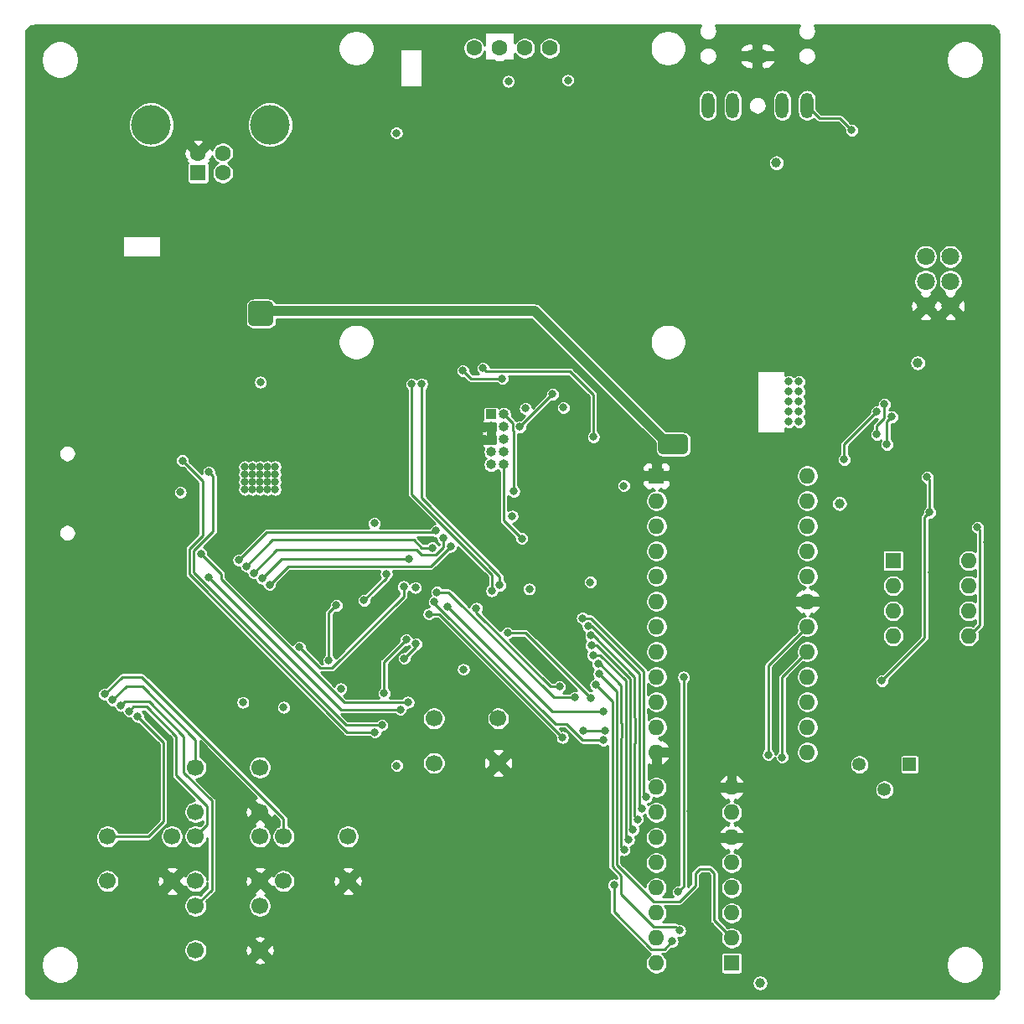
<source format=gbr>
G04 #@! TF.GenerationSoftware,KiCad,Pcbnew,(5.1.8)-1*
G04 #@! TF.CreationDate,2020-12-22T19:01:30-08:00*
G04 #@! TF.ProjectId,MegaBlaster2,4d656761-426c-4617-9374-6572322e6b69,rev?*
G04 #@! TF.SameCoordinates,Original*
G04 #@! TF.FileFunction,Copper,L4,Bot*
G04 #@! TF.FilePolarity,Positive*
%FSLAX46Y46*%
G04 Gerber Fmt 4.6, Leading zero omitted, Abs format (unit mm)*
G04 Created by KiCad (PCBNEW (5.1.8)-1) date 2020-12-22 19:01:30*
%MOMM*%
%LPD*%
G01*
G04 APERTURE LIST*
G04 #@! TA.AperFunction,ComponentPad*
%ADD10R,1.346200X1.346200*%
G04 #@! TD*
G04 #@! TA.AperFunction,ComponentPad*
%ADD11C,1.346200*%
G04 #@! TD*
G04 #@! TA.AperFunction,ComponentPad*
%ADD12R,1.600000X1.600000*%
G04 #@! TD*
G04 #@! TA.AperFunction,ComponentPad*
%ADD13C,1.600000*%
G04 #@! TD*
G04 #@! TA.AperFunction,ComponentPad*
%ADD14C,4.000000*%
G04 #@! TD*
G04 #@! TA.AperFunction,ComponentPad*
%ADD15R,1.000000X1.000000*%
G04 #@! TD*
G04 #@! TA.AperFunction,ComponentPad*
%ADD16O,1.000000X1.000000*%
G04 #@! TD*
G04 #@! TA.AperFunction,ComponentPad*
%ADD17O,1.300000X2.600000*%
G04 #@! TD*
G04 #@! TA.AperFunction,ComponentPad*
%ADD18O,2.600000X1.300000*%
G04 #@! TD*
G04 #@! TA.AperFunction,ComponentPad*
%ADD19C,1.800000*%
G04 #@! TD*
G04 #@! TA.AperFunction,ComponentPad*
%ADD20C,1.700000*%
G04 #@! TD*
G04 #@! TA.AperFunction,ComponentPad*
%ADD21O,1.600000X1.600000*%
G04 #@! TD*
G04 #@! TA.AperFunction,ViaPad*
%ADD22C,0.800000*%
G04 #@! TD*
G04 #@! TA.AperFunction,ViaPad*
%ADD23C,1.000000*%
G04 #@! TD*
G04 #@! TA.AperFunction,Conductor*
%ADD24C,0.250000*%
G04 #@! TD*
G04 #@! TA.AperFunction,Conductor*
%ADD25C,1.000000*%
G04 #@! TD*
G04 #@! TA.AperFunction,Conductor*
%ADD26C,0.254000*%
G04 #@! TD*
G04 #@! TA.AperFunction,Conductor*
%ADD27C,0.100000*%
G04 #@! TD*
G04 APERTURE END LIST*
D10*
X173482000Y-116916200D03*
D11*
X170942000Y-119456200D03*
X168402000Y-116916200D03*
D12*
X101600000Y-57150000D03*
D13*
X104100000Y-57150000D03*
X104100000Y-55150000D03*
X101600000Y-55150000D03*
D14*
X108850000Y-52290000D03*
X96850000Y-52290000D03*
D13*
X129460000Y-44545000D03*
X132050000Y-44545000D03*
X134590000Y-44545000D03*
X137130000Y-44545000D03*
D15*
X131200000Y-81550000D03*
D16*
X132470000Y-81550000D03*
X131200000Y-82820000D03*
X132470000Y-82820000D03*
X131200000Y-84090000D03*
X132470000Y-84090000D03*
X131200000Y-85360000D03*
X132470000Y-85360000D03*
X131200000Y-86630000D03*
X132470000Y-86630000D03*
D17*
X153110000Y-50330000D03*
X163110000Y-50330000D03*
X160610000Y-50330000D03*
X155610000Y-50330000D03*
D18*
X158110000Y-45330000D03*
D19*
X177595001Y-65612000D03*
X177595001Y-68112000D03*
X177595001Y-70612000D03*
X175095001Y-65612000D03*
X175095001Y-68112000D03*
X175095001Y-70612000D03*
D20*
X125410000Y-112280000D03*
X131910000Y-112280000D03*
X125410000Y-116780000D03*
X131910000Y-116780000D03*
X98945000Y-128705000D03*
X92445000Y-128705000D03*
X98945000Y-124205000D03*
X92445000Y-124205000D03*
X101335000Y-131190000D03*
X107835000Y-131190000D03*
X101335000Y-135690000D03*
X107835000Y-135690000D03*
X116725000Y-128705000D03*
X110225000Y-128705000D03*
X116725000Y-124205000D03*
X110225000Y-124205000D03*
X101335000Y-117220000D03*
X107835000Y-117220000D03*
X101335000Y-121720000D03*
X107835000Y-121720000D03*
X107835000Y-128705000D03*
X101335000Y-128705000D03*
X107835000Y-124205000D03*
X101335000Y-124205000D03*
D12*
X171825000Y-96325000D03*
D21*
X179445000Y-103945000D03*
X171825000Y-98865000D03*
X179445000Y-101405000D03*
X171825000Y-101405000D03*
X179445000Y-98865000D03*
X171825000Y-103945000D03*
X179445000Y-96325000D03*
D12*
X147900000Y-87750000D03*
D21*
X163140000Y-115690000D03*
X147900000Y-90290000D03*
X163140000Y-113150000D03*
X147900000Y-92830000D03*
X163140000Y-110610000D03*
X147900000Y-95370000D03*
X163140000Y-108070000D03*
X147900000Y-97910000D03*
X163140000Y-105530000D03*
X147900000Y-100450000D03*
X163140000Y-102990000D03*
X147900000Y-102990000D03*
X163140000Y-100450000D03*
X147900000Y-105530000D03*
X163140000Y-97910000D03*
X147900000Y-108070000D03*
X163140000Y-95370000D03*
X147900000Y-110610000D03*
X163140000Y-92830000D03*
X147900000Y-113150000D03*
X163140000Y-90290000D03*
X147900000Y-115690000D03*
X163140000Y-87750000D03*
D12*
X155500000Y-137000000D03*
D21*
X147880000Y-119220000D03*
X155500000Y-134460000D03*
X147880000Y-121760000D03*
X155500000Y-131920000D03*
X147880000Y-124300000D03*
X155500000Y-129380000D03*
X147880000Y-126840000D03*
X155500000Y-126840000D03*
X147880000Y-129380000D03*
X155500000Y-124300000D03*
X147880000Y-131920000D03*
X155500000Y-121760000D03*
X147880000Y-134460000D03*
X155500000Y-119220000D03*
X147880000Y-137000000D03*
D22*
X162306000Y-82296000D03*
X161290000Y-82296000D03*
X161290000Y-81280000D03*
X162306000Y-81280000D03*
X162306000Y-80264000D03*
X161290000Y-80264000D03*
X162306000Y-79248000D03*
X161290000Y-79248000D03*
X162306000Y-78232000D03*
X161290000Y-78232000D03*
D23*
X150622000Y-85090000D03*
X150622000Y-84074000D03*
X149606000Y-84074000D03*
X148590000Y-84074000D03*
X148590000Y-85090000D03*
D22*
X108712000Y-72136000D03*
X107950000Y-72136000D03*
X107188000Y-72136000D03*
X107950000Y-71374000D03*
X107188000Y-71374000D03*
X103200000Y-68050000D03*
X102300000Y-68050000D03*
X99500000Y-64850000D03*
X98650000Y-64850000D03*
X124530000Y-94320000D03*
X155620000Y-83920000D03*
D23*
X171870000Y-78890000D03*
X177720000Y-72590000D03*
X175300000Y-63410000D03*
D22*
X127730000Y-105390000D03*
X121160000Y-104800000D03*
X115930000Y-104250000D03*
X128570000Y-96370000D03*
X125310000Y-97650000D03*
X133868224Y-100821273D03*
X129370000Y-68110000D03*
X181340000Y-94490000D03*
X177540000Y-103220000D03*
X122780000Y-108170000D03*
X136770000Y-107170000D03*
X152050000Y-110970000D03*
X131390000Y-88530000D03*
X123400000Y-100030000D03*
X104630000Y-59200000D03*
X105420000Y-58890000D03*
X105280000Y-59680000D03*
X158220000Y-62020000D03*
X163510000Y-63300000D03*
X158830000Y-59150000D03*
X162490000Y-63700000D03*
X164140000Y-63970000D03*
X164390000Y-62980000D03*
X163180000Y-62530000D03*
X166550000Y-60680000D03*
X90424000Y-75946000D03*
X91186000Y-75946000D03*
X91948000Y-75946000D03*
X92710000Y-75946000D03*
X92710000Y-76708000D03*
X91948000Y-76708000D03*
X91186000Y-76708000D03*
X90424000Y-76708000D03*
X117602000Y-56642000D03*
X90932000Y-44196000D03*
X90170000Y-46990000D03*
X86868000Y-48768000D03*
X176022000Y-43942000D03*
X176784000Y-47498000D03*
X180086000Y-49022000D03*
X180340000Y-133096000D03*
X176276000Y-134874000D03*
X175006000Y-139192000D03*
X85852000Y-133604000D03*
X90170000Y-134874000D03*
X91694000Y-139192000D03*
X123444000Y-125984000D03*
X134366000Y-121920000D03*
X130302000Y-134620000D03*
X112268000Y-137668000D03*
X138938000Y-134874000D03*
X133350000Y-128270000D03*
X90932000Y-118110000D03*
X102616000Y-111506000D03*
X87884000Y-105410000D03*
X93980000Y-102362000D03*
X105410000Y-91948000D03*
X113538000Y-84328000D03*
X113792000Y-75946000D03*
X121158000Y-76200000D03*
X123698000Y-68072000D03*
X120650000Y-61214000D03*
X141986000Y-60198000D03*
X138938000Y-67310000D03*
X144272000Y-53340000D03*
X141986000Y-46228000D03*
X148082000Y-58166000D03*
X150622000Y-65786000D03*
X149606000Y-49022000D03*
X160020000Y-42926000D03*
X155956000Y-43180000D03*
X166370000Y-43942000D03*
X166116000Y-56642000D03*
X172466000Y-57150000D03*
X170688000Y-66548000D03*
X164592000Y-69596000D03*
X171958000Y-71628000D03*
X162052000Y-66802000D03*
X168402000Y-78232000D03*
X178562000Y-79248000D03*
X180848000Y-69342000D03*
X180594000Y-62230000D03*
X177800000Y-56388000D03*
X174244000Y-50292000D03*
X166370000Y-50038000D03*
X155956000Y-53340000D03*
X135636000Y-58928000D03*
X129032000Y-50546000D03*
X116332000Y-48768000D03*
X109474000Y-46482000D03*
X104648000Y-49276000D03*
X97028000Y-44196000D03*
X90424000Y-53340000D03*
X96774000Y-55626000D03*
X87376000Y-57150000D03*
X86868000Y-74168000D03*
X93472000Y-72898000D03*
X95758000Y-77216000D03*
X85852000Y-80264000D03*
X164846000Y-130810000D03*
X172466000Y-126746000D03*
X169926000Y-133350000D03*
X169164000Y-122936000D03*
X176784000Y-122428000D03*
X154178000Y-103378000D03*
X155194000Y-96774000D03*
X152908000Y-91440000D03*
X157480000Y-89662000D03*
X151384000Y-121666000D03*
X151892000Y-126238000D03*
X151384000Y-137414000D03*
X164338000Y-137922000D03*
X166370000Y-102870000D03*
X166370000Y-109728000D03*
X157734000Y-108966000D03*
X172974000Y-93218000D03*
X175768000Y-97536000D03*
X178816000Y-86360000D03*
X104140000Y-125984000D03*
X95250000Y-126238000D03*
X113538000Y-126238000D03*
X140970000Y-91186000D03*
X138430000Y-87884000D03*
X102300000Y-65950000D03*
X164592000Y-83693000D03*
X153416000Y-75565000D03*
X88138000Y-64198500D03*
X138950000Y-47800000D03*
X132950000Y-47900000D03*
X106309000Y-86846000D03*
X107071000Y-86846000D03*
X107833000Y-86846000D03*
X108595000Y-86846000D03*
X109357000Y-86846000D03*
X109357000Y-87608000D03*
X108595000Y-87608000D03*
X107833000Y-87608000D03*
X107071000Y-87608000D03*
X106309000Y-87608000D03*
X106309000Y-88370000D03*
X107071000Y-88370000D03*
X107833000Y-88370000D03*
X108595000Y-88370000D03*
X109357000Y-88370000D03*
X109357000Y-89132000D03*
X108595000Y-89132000D03*
X107833000Y-89132000D03*
X107071000Y-89132000D03*
X106309000Y-89132000D03*
X107900000Y-78300000D03*
X99800000Y-89425000D03*
X133312500Y-91837500D03*
X141225000Y-98500000D03*
X135050000Y-99200000D03*
X128400000Y-107325000D03*
X106125000Y-110650000D03*
X116021579Y-109276421D03*
X110240000Y-111150000D03*
X121630000Y-53120000D03*
X121670000Y-117050000D03*
X123560000Y-99050000D03*
X138500000Y-80860000D03*
X134670000Y-80950000D03*
X144600000Y-88760000D03*
X119390000Y-92560000D03*
X108712000Y-71374000D03*
X108712000Y-70612000D03*
X107950000Y-70612000D03*
X107188000Y-70612000D03*
D23*
X149606000Y-85090000D03*
X158375000Y-139000000D03*
X160020000Y-56134000D03*
X166400000Y-90560000D03*
X174300000Y-76340000D03*
D22*
X170180000Y-81280000D03*
X166878000Y-86106000D03*
X170180000Y-83566000D03*
X170942000Y-80518000D03*
X171704000Y-81788000D03*
X171196000Y-84582000D03*
X175514000Y-91440000D03*
X170688000Y-108458000D03*
X175260000Y-87884000D03*
X167640000Y-52832000D03*
X141536015Y-83820000D03*
X130374999Y-76889001D03*
X128352342Y-77133658D03*
X132334000Y-77941010D03*
X131266453Y-99387520D03*
X123185059Y-78486060D03*
X132080000Y-98806000D03*
X124184995Y-78473776D03*
X133494634Y-89322012D03*
X137414000Y-79502000D03*
X134112000Y-82804000D03*
X134300000Y-94100000D03*
X119454335Y-113665010D03*
X100000000Y-86220000D03*
X120170000Y-112940000D03*
X102670000Y-87380000D03*
X122425650Y-106214952D03*
X123615691Y-104747932D03*
X120396000Y-109728000D03*
X122027775Y-111365010D03*
X102697340Y-98007340D03*
X122614220Y-104329455D03*
X122810000Y-110640000D03*
X101880000Y-95640000D03*
X180340000Y-92964000D03*
X127110000Y-94900000D03*
X108820000Y-98760000D03*
X95490000Y-112090000D03*
X126370000Y-94050000D03*
X107222326Y-97564281D03*
X93810000Y-110976607D03*
X125645468Y-93317145D03*
X105696985Y-96271571D03*
X92138556Y-109830000D03*
X106475248Y-96899527D03*
X125242036Y-95022160D03*
X92964775Y-110410000D03*
X122880000Y-96170000D03*
X108061116Y-98108757D03*
X94640000Y-111529873D03*
X118364000Y-100330000D03*
X120606818Y-97671303D03*
X111830579Y-105085421D03*
X122366987Y-98957930D03*
X139650000Y-110150000D03*
X125729107Y-99507218D03*
X160600000Y-116200000D03*
X142543987Y-114478561D03*
X125455816Y-100485816D03*
X138400000Y-114200000D03*
X159200000Y-115950000D03*
X142750000Y-113500000D03*
X140500000Y-113500000D03*
X124921836Y-101731416D03*
X126807722Y-100945992D03*
X142500000Y-111550000D03*
X140428528Y-102129570D03*
X146875065Y-120200000D03*
X146425054Y-121350000D03*
X141013649Y-102940531D03*
X145975043Y-122450000D03*
X141279262Y-103904623D03*
X145525032Y-123500000D03*
X141318497Y-104903865D03*
X141250000Y-110200000D03*
X132847113Y-103644964D03*
X145075021Y-124550000D03*
X141498066Y-105887623D03*
X144625010Y-125550000D03*
X142004357Y-106750000D03*
X142099998Y-107750002D03*
X150250000Y-133700000D03*
X141780001Y-108869999D03*
X115570000Y-100838000D03*
X114808000Y-106426000D03*
X150650000Y-108100000D03*
X150100000Y-129800000D03*
X149500000Y-134800000D03*
X143600000Y-129100000D03*
X138100000Y-109050000D03*
X129700000Y-101150000D03*
D24*
X133050000Y-47800000D02*
X132950000Y-47900000D01*
X131200000Y-81550000D02*
X131200000Y-81350000D01*
D25*
X107188000Y-70612000D02*
X108712000Y-70612000D01*
X107188000Y-71374000D02*
X108712000Y-71374000D01*
X107188000Y-72136000D02*
X108712000Y-72136000D01*
X108712000Y-70612000D02*
X108712000Y-72136000D01*
X107950000Y-70612000D02*
X107950000Y-72136000D01*
X107188000Y-70612000D02*
X107188000Y-72136000D01*
X148590000Y-84074000D02*
X150622000Y-84074000D01*
X150622000Y-85090000D02*
X148590000Y-85090000D01*
X148590000Y-84074000D02*
X148590000Y-85090000D01*
X149606000Y-84074000D02*
X149606000Y-85090000D01*
X150622000Y-84074000D02*
X150622000Y-85090000D01*
X135636000Y-71120000D02*
X108204000Y-71120000D01*
X108204000Y-71120000D02*
X107950000Y-71374000D01*
X148590000Y-84074000D02*
X135636000Y-71120000D01*
D24*
X166878000Y-84582000D02*
X166878000Y-86106000D01*
X170180000Y-81280000D02*
X166878000Y-84582000D01*
X170180000Y-83566000D02*
X170180000Y-82675589D01*
X170180000Y-82675589D02*
X170942000Y-81913589D01*
X170942000Y-81913589D02*
X170942000Y-80518000D01*
X171196000Y-82296000D02*
X171196000Y-84582000D01*
X171704000Y-81788000D02*
X171196000Y-82296000D01*
X170688000Y-108458000D02*
X175006000Y-104140000D01*
X175006000Y-91948000D02*
X175514000Y-91440000D01*
X175006000Y-104140000D02*
X175006000Y-91948000D01*
X175514000Y-88138000D02*
X175260000Y-87884000D01*
X175514000Y-91440000D02*
X175514000Y-88138000D01*
X167640000Y-52832000D02*
X166433000Y-51625000D01*
X164405000Y-51625000D02*
X163110000Y-50330000D01*
X166433000Y-51625000D02*
X164405000Y-51625000D01*
X141536015Y-83820000D02*
X141536015Y-79560015D01*
X141536015Y-79560015D02*
X139192000Y-77216000D01*
X130701998Y-77216000D02*
X130374999Y-76889001D01*
X139192000Y-77216000D02*
X130701998Y-77216000D01*
X129159694Y-77941010D02*
X132334000Y-77941010D01*
X128352342Y-77133658D02*
X129159694Y-77941010D01*
X123185059Y-89657059D02*
X123185059Y-78486060D01*
X131266453Y-97738453D02*
X123185059Y-89657059D01*
X131266453Y-99387520D02*
X131266453Y-97738453D01*
X124184995Y-90020585D02*
X124184995Y-78473776D01*
X132080000Y-98806000D02*
X132080000Y-97915590D01*
X132080000Y-97915590D02*
X124184995Y-90020585D01*
X133494634Y-83259638D02*
X133386998Y-83152002D01*
X133494634Y-89322012D02*
X133494634Y-83259638D01*
X133386998Y-83152002D02*
X133386998Y-82466998D01*
X133386998Y-82466998D02*
X132470000Y-81550000D01*
X137414000Y-79502000D02*
X134112000Y-82804000D01*
X132470000Y-92270000D02*
X134300000Y-94100000D01*
X132470000Y-86630000D02*
X132470000Y-92270000D01*
X100704987Y-97724402D02*
X100704987Y-95105598D01*
X100399999Y-86619999D02*
X100000000Y-86220000D01*
X100704987Y-95105598D02*
X102044987Y-93765598D01*
X102044987Y-88264987D02*
X100399999Y-86619999D01*
X102044987Y-93765598D02*
X102044987Y-88264987D01*
X119454335Y-113665010D02*
X116645595Y-113665010D01*
X116645595Y-113665010D02*
X100704987Y-97724402D01*
X120170000Y-112940000D02*
X116556996Y-112940000D01*
X101154998Y-95291998D02*
X103119991Y-93327005D01*
X101154998Y-97538002D02*
X101154998Y-95291998D01*
X103069999Y-87779999D02*
X102670000Y-87380000D01*
X103119991Y-87829991D02*
X103069999Y-87779999D01*
X116556996Y-112940000D02*
X101154998Y-97538002D01*
X103119991Y-93327005D02*
X103119991Y-87829991D01*
X122425650Y-106214952D02*
X123615691Y-105024911D01*
X123615691Y-105024911D02*
X123615691Y-104747932D01*
X122027775Y-111365010D02*
X116055010Y-111365010D01*
X116055010Y-111365010D02*
X102697340Y-98007340D01*
X120396000Y-106547675D02*
X122614220Y-104329455D01*
X120396000Y-109728000D02*
X120396000Y-106547675D01*
X116359839Y-110640000D02*
X103940000Y-98220161D01*
X122810000Y-110640000D02*
X116359839Y-110640000D01*
X103940000Y-97700000D02*
X101880000Y-95640000D01*
X103940000Y-98220161D02*
X103940000Y-97700000D01*
X180570001Y-93194001D02*
X180340000Y-92964000D01*
X180570001Y-102819999D02*
X180570001Y-93194001D01*
X179445000Y-103945000D02*
X180570001Y-102819999D01*
X110684999Y-96895001D02*
X108820000Y-98760000D01*
X125114999Y-96895001D02*
X110684999Y-96895001D01*
X127110000Y-94900000D02*
X125114999Y-96895001D01*
X95490000Y-112090000D02*
X98100000Y-114700000D01*
X98100000Y-114700000D02*
X98100000Y-122660000D01*
X96555000Y-124205000D02*
X92445000Y-124205000D01*
X98100000Y-122660000D02*
X96555000Y-124205000D01*
X124183008Y-95747161D02*
X123660936Y-95225089D01*
X125590037Y-95747161D02*
X124183008Y-95747161D01*
X123660936Y-95225089D02*
X109561518Y-95225089D01*
X126370000Y-94050000D02*
X126370000Y-94967198D01*
X126370000Y-94967198D02*
X125590037Y-95747161D01*
X109561518Y-95225089D02*
X107222326Y-97564281D01*
X101335000Y-131190000D02*
X102960012Y-129564988D01*
X102960012Y-120584014D02*
X100159999Y-117784001D01*
X102960012Y-129564988D02*
X102960012Y-120584014D01*
X100159999Y-117784001D02*
X100159999Y-114069999D01*
X100159999Y-114069999D02*
X96666608Y-110576608D01*
X96666608Y-110576608D02*
X94209999Y-110576608D01*
X94209999Y-110576608D02*
X93810000Y-110976607D01*
X125474596Y-93488017D02*
X125645468Y-93317145D01*
X108480539Y-93488017D02*
X125474596Y-93488017D01*
X105696985Y-96271571D02*
X108480539Y-93488017D01*
X110225000Y-122370998D02*
X95914002Y-108060000D01*
X110225000Y-124205000D02*
X110225000Y-122370998D01*
X93908556Y-108060000D02*
X92138556Y-109830000D01*
X95914002Y-108060000D02*
X93908556Y-108060000D01*
X106475248Y-96899527D02*
X109131270Y-94243505D01*
X124181999Y-95045001D02*
X125219195Y-95045001D01*
X109131270Y-94243505D02*
X123380503Y-94243505D01*
X125219195Y-95045001D02*
X125242036Y-95022160D01*
X123380503Y-94243505D02*
X124181999Y-95045001D01*
X101335000Y-117220000D02*
X101335000Y-114435000D01*
X101335000Y-114435000D02*
X95940000Y-109040000D01*
X94334775Y-109040000D02*
X92964775Y-110410000D01*
X95940000Y-109040000D02*
X94334775Y-109040000D01*
X122880000Y-96170000D02*
X109999873Y-96170000D01*
X109999873Y-96170000D02*
X108061116Y-98108757D01*
X102510001Y-123029999D02*
X102510001Y-121155999D01*
X101335000Y-124205000D02*
X102510001Y-123029999D01*
X102510001Y-121155999D02*
X99360000Y-118005998D01*
X99360000Y-118005998D02*
X99360000Y-114080000D01*
X99360000Y-114080000D02*
X96370000Y-111090000D01*
X95079873Y-111090000D02*
X94640000Y-111529873D01*
X96370000Y-111090000D02*
X95079873Y-111090000D01*
X118364000Y-100330000D02*
X120606818Y-98087182D01*
X120606818Y-98087182D02*
X120606818Y-97671303D01*
X122366987Y-99940017D02*
X122366987Y-98957930D01*
X113905497Y-107160339D02*
X115146665Y-107160339D01*
X115146665Y-107160339D02*
X122366987Y-99940017D01*
X111830579Y-105085421D02*
X113905497Y-107160339D01*
X137551678Y-110150000D02*
X126908896Y-99507218D01*
X126908896Y-99507218D02*
X125729107Y-99507218D01*
X139650000Y-110150000D02*
X137551678Y-110150000D01*
X160600000Y-108070000D02*
X160600000Y-116200000D01*
X163140000Y-105530000D02*
X160600000Y-108070000D01*
X125455816Y-100619406D02*
X125455816Y-100485816D01*
X138776996Y-112850000D02*
X137686410Y-112850000D01*
X137686410Y-112850000D02*
X125455816Y-100619406D01*
X140405557Y-114478561D02*
X138776996Y-112850000D01*
X142543987Y-114478561D02*
X140405557Y-114478561D01*
X159200000Y-106930000D02*
X159200000Y-115950000D01*
X163140000Y-102990000D02*
X159200000Y-106930000D01*
X142750000Y-113500000D02*
X140500000Y-113500000D01*
X138400000Y-114200000D02*
X125931416Y-101731416D01*
X125931416Y-101731416D02*
X124921836Y-101731416D01*
X137411730Y-111550000D02*
X126807722Y-100945992D01*
X142500000Y-111550000D02*
X137411730Y-111550000D01*
X146600066Y-111822187D02*
X146600066Y-107476438D01*
X146625078Y-111847199D02*
X146600066Y-111822187D01*
X141253198Y-102129570D02*
X140428528Y-102129570D01*
X146875065Y-120200000D02*
X146625078Y-119950013D01*
X146600066Y-107476438D02*
X141253198Y-102129570D01*
X146625078Y-119950013D02*
X146625078Y-111847199D01*
X146425054Y-121350000D02*
X146150056Y-121075002D01*
X146150056Y-121075002D02*
X146150056Y-114991412D01*
X146175067Y-114966401D02*
X146175067Y-112033599D01*
X146150055Y-112008587D02*
X146150055Y-107733898D01*
X141356688Y-102940531D02*
X141013649Y-102940531D01*
X146150056Y-114991412D02*
X146175067Y-114966401D01*
X146150055Y-107733898D02*
X141356688Y-102940531D01*
X146175067Y-112033599D02*
X146150055Y-112008587D01*
X141503332Y-103904623D02*
X141279262Y-103904623D01*
X145700045Y-114805012D02*
X145725056Y-114780001D01*
X145700045Y-122175002D02*
X145700045Y-114805012D01*
X145975043Y-122450000D02*
X145700045Y-122175002D01*
X145725056Y-112219999D02*
X145700044Y-112194987D01*
X145700044Y-112194987D02*
X145700044Y-108101335D01*
X145700044Y-108101335D02*
X141503332Y-103904623D01*
X145725056Y-114780001D02*
X145725056Y-112219999D01*
X145250033Y-112381387D02*
X145250033Y-108287735D01*
X145275045Y-112406399D02*
X145250033Y-112381387D01*
X145250034Y-123225002D02*
X145250034Y-114618612D01*
X145250034Y-114618612D02*
X145275045Y-114593601D01*
X145250033Y-108287735D02*
X141866163Y-104903865D01*
X141866163Y-104903865D02*
X141318497Y-104903865D01*
X145525032Y-123500000D02*
X145250034Y-123225002D01*
X145275045Y-114593601D02*
X145275045Y-112406399D01*
X134694964Y-103644964D02*
X132847113Y-103644964D01*
X141250000Y-110200000D02*
X134694964Y-103644964D01*
X144800022Y-112567787D02*
X144800022Y-108474135D01*
X144800022Y-108474135D02*
X142213510Y-105887623D01*
X144825034Y-112592799D02*
X144800022Y-112567787D01*
X142213510Y-105887623D02*
X141498066Y-105887623D01*
X145075021Y-124550000D02*
X144800023Y-124275002D01*
X144825034Y-114407201D02*
X144825034Y-112592799D01*
X144800023Y-114432212D02*
X144825034Y-114407201D01*
X144800023Y-124275002D02*
X144800023Y-114432212D01*
X144375023Y-112779199D02*
X144350011Y-112754187D01*
X144375023Y-114220801D02*
X144375023Y-112779199D01*
X144350012Y-125275002D02*
X144350012Y-114245812D01*
X144350012Y-114245812D02*
X144375023Y-114220801D01*
X144625010Y-125550000D02*
X144350012Y-125275002D01*
X142173000Y-106750000D02*
X142004357Y-106750000D01*
X144350011Y-108927011D02*
X142173000Y-106750000D01*
X144350011Y-112754187D02*
X144350011Y-108927011D01*
X153733002Y-127873998D02*
X153304002Y-127444998D01*
X151828989Y-129144007D02*
X150225998Y-130746998D01*
X143900001Y-114059412D02*
X143925012Y-114034401D01*
X153304002Y-127444998D02*
X152312261Y-127444998D01*
X155500000Y-134460000D02*
X153733002Y-132693002D01*
X143925012Y-112965599D02*
X143900001Y-112940588D01*
X143900000Y-109550004D02*
X142099998Y-107750002D01*
X143900001Y-112940588D02*
X143900000Y-109550004D01*
X151828989Y-127928270D02*
X151828989Y-129144007D01*
X143900001Y-127065003D02*
X143900001Y-114059412D01*
X143925012Y-114034401D02*
X143925012Y-112965599D01*
X147581996Y-130746998D02*
X143900001Y-127065003D01*
X153733002Y-132693002D02*
X153733002Y-127873998D01*
X150225998Y-130746998D02*
X147581996Y-130746998D01*
X152312261Y-127444998D02*
X151828989Y-127928270D01*
X144325002Y-130030004D02*
X144325002Y-128126414D01*
X149850001Y-133300001D02*
X147594999Y-133300001D01*
X143449990Y-110544989D02*
X141775000Y-108869999D01*
X147594999Y-133300001D02*
X144325002Y-130030004D01*
X150250000Y-133700000D02*
X149850001Y-133300001D01*
X143449990Y-113873012D02*
X143475001Y-113848001D01*
X143449990Y-113126988D02*
X143449990Y-110544989D01*
X143475001Y-113151999D02*
X143449990Y-113126988D01*
X143475001Y-113848001D02*
X143475001Y-113151999D01*
X143449990Y-127251402D02*
X143449990Y-113873012D01*
X144325002Y-128126414D02*
X143449990Y-127251402D01*
X114808000Y-101600000D02*
X114808000Y-106426000D01*
X115570000Y-100838000D02*
X114808000Y-101600000D01*
X150650000Y-129250000D02*
X150100000Y-129800000D01*
X150650000Y-108100000D02*
X150650000Y-129250000D01*
X143600000Y-131845002D02*
X143600000Y-129100000D01*
X147339999Y-135585001D02*
X143600000Y-131845002D01*
X149500000Y-134800000D02*
X148714999Y-135585001D01*
X148714999Y-135585001D02*
X147339999Y-135585001D01*
X129700000Y-101570853D02*
X129700000Y-101150000D01*
X137179147Y-109050000D02*
X129700000Y-101570853D01*
X138100000Y-109050000D02*
X137179147Y-109050000D01*
D26*
X152288504Y-42390901D02*
X152218624Y-42559604D01*
X152183000Y-42738699D01*
X152183000Y-42921301D01*
X152218624Y-43100396D01*
X152288504Y-43269099D01*
X152389952Y-43420928D01*
X152519072Y-43550048D01*
X152670901Y-43651496D01*
X152839604Y-43721376D01*
X153018699Y-43757000D01*
X153201301Y-43757000D01*
X153380396Y-43721376D01*
X153549099Y-43651496D01*
X153700928Y-43550048D01*
X153830048Y-43420928D01*
X153931496Y-43269099D01*
X154001376Y-43100396D01*
X154037000Y-42921301D01*
X154037000Y-42738699D01*
X154001376Y-42559604D01*
X153931496Y-42390901D01*
X153845368Y-42262000D01*
X162374632Y-42262000D01*
X162288504Y-42390901D01*
X162218624Y-42559604D01*
X162183000Y-42738699D01*
X162183000Y-42921301D01*
X162218624Y-43100396D01*
X162288504Y-43269099D01*
X162389952Y-43420928D01*
X162519072Y-43550048D01*
X162670901Y-43651496D01*
X162839604Y-43721376D01*
X163018699Y-43757000D01*
X163201301Y-43757000D01*
X163380396Y-43721376D01*
X163549099Y-43651496D01*
X163700928Y-43550048D01*
X163830048Y-43420928D01*
X163931496Y-43269099D01*
X164001376Y-43100396D01*
X164037000Y-42921301D01*
X164037000Y-42738699D01*
X164001376Y-42559604D01*
X163931496Y-42390901D01*
X163845368Y-42262000D01*
X181532785Y-42262000D01*
X181727980Y-42281139D01*
X181899178Y-42332827D01*
X182057083Y-42416787D01*
X182195665Y-42529812D01*
X182309656Y-42667604D01*
X182394714Y-42824915D01*
X182447597Y-42995750D01*
X182468000Y-43189879D01*
X182468001Y-139622775D01*
X182448861Y-139817980D01*
X182397173Y-139989178D01*
X182313216Y-140147079D01*
X182200190Y-140285663D01*
X182062393Y-140399659D01*
X181905086Y-140484714D01*
X181734250Y-140537597D01*
X181540122Y-140558000D01*
X85107215Y-140558000D01*
X84912020Y-140538861D01*
X84740822Y-140487173D01*
X84582921Y-140403216D01*
X84444337Y-140290190D01*
X84330341Y-140152393D01*
X84245286Y-139995086D01*
X84192403Y-139824250D01*
X84172000Y-139630122D01*
X84172000Y-136970207D01*
X85703000Y-136970207D01*
X85703000Y-137349793D01*
X85777053Y-137722085D01*
X85922315Y-138072777D01*
X86133201Y-138388391D01*
X86401609Y-138656799D01*
X86717223Y-138867685D01*
X87067915Y-139012947D01*
X87440207Y-139087000D01*
X87819793Y-139087000D01*
X88192085Y-139012947D01*
X88419983Y-138918548D01*
X157548000Y-138918548D01*
X157548000Y-139081452D01*
X157579782Y-139241227D01*
X157642123Y-139391731D01*
X157732628Y-139527181D01*
X157847819Y-139642372D01*
X157983269Y-139732877D01*
X158133773Y-139795218D01*
X158293548Y-139827000D01*
X158456452Y-139827000D01*
X158616227Y-139795218D01*
X158766731Y-139732877D01*
X158902181Y-139642372D01*
X159017372Y-139527181D01*
X159107877Y-139391731D01*
X159170218Y-139241227D01*
X159202000Y-139081452D01*
X159202000Y-138918548D01*
X159170218Y-138758773D01*
X159107877Y-138608269D01*
X159017372Y-138472819D01*
X158902181Y-138357628D01*
X158766731Y-138267123D01*
X158616227Y-138204782D01*
X158456452Y-138173000D01*
X158293548Y-138173000D01*
X158133773Y-138204782D01*
X157983269Y-138267123D01*
X157847819Y-138357628D01*
X157732628Y-138472819D01*
X157642123Y-138608269D01*
X157579782Y-138758773D01*
X157548000Y-138918548D01*
X88419983Y-138918548D01*
X88542777Y-138867685D01*
X88858391Y-138656799D01*
X89126799Y-138388391D01*
X89337685Y-138072777D01*
X89482947Y-137722085D01*
X89557000Y-137349793D01*
X89557000Y-136970207D01*
X89482947Y-136597915D01*
X89337685Y-136247223D01*
X89126799Y-135931609D01*
X88858391Y-135663201D01*
X88725006Y-135574076D01*
X100158000Y-135574076D01*
X100158000Y-135805924D01*
X100203231Y-136033318D01*
X100291956Y-136247519D01*
X100420764Y-136440294D01*
X100584706Y-136604236D01*
X100777481Y-136733044D01*
X100991682Y-136821769D01*
X101219076Y-136867000D01*
X101450924Y-136867000D01*
X101491188Y-136858991D01*
X107193511Y-136858991D01*
X107287523Y-137078123D01*
X107568851Y-137158258D01*
X107860408Y-137181969D01*
X108150989Y-137148344D01*
X108382477Y-137078123D01*
X108476489Y-136858991D01*
X107835000Y-136217502D01*
X107193511Y-136858991D01*
X101491188Y-136858991D01*
X101678318Y-136821769D01*
X101892519Y-136733044D01*
X102085294Y-136604236D01*
X102249236Y-136440294D01*
X102378044Y-136247519D01*
X102466769Y-136033318D01*
X102512000Y-135805924D01*
X102512000Y-135715408D01*
X106343031Y-135715408D01*
X106376656Y-136005989D01*
X106446877Y-136237477D01*
X106666009Y-136331489D01*
X107307498Y-135690000D01*
X108362502Y-135690000D01*
X109003991Y-136331489D01*
X109223123Y-136237477D01*
X109303258Y-135956149D01*
X109326969Y-135664592D01*
X109293344Y-135374011D01*
X109223123Y-135142523D01*
X109003991Y-135048511D01*
X108362502Y-135690000D01*
X107307498Y-135690000D01*
X106666009Y-135048511D01*
X106446877Y-135142523D01*
X106366742Y-135423851D01*
X106343031Y-135715408D01*
X102512000Y-135715408D01*
X102512000Y-135574076D01*
X102466769Y-135346682D01*
X102378044Y-135132481D01*
X102249236Y-134939706D01*
X102085294Y-134775764D01*
X101892519Y-134646956D01*
X101678318Y-134558231D01*
X101491189Y-134521009D01*
X107193511Y-134521009D01*
X107835000Y-135162498D01*
X108476489Y-134521009D01*
X108382477Y-134301877D01*
X108101149Y-134221742D01*
X107809592Y-134198031D01*
X107519011Y-134231656D01*
X107287523Y-134301877D01*
X107193511Y-134521009D01*
X101491189Y-134521009D01*
X101450924Y-134513000D01*
X101219076Y-134513000D01*
X100991682Y-134558231D01*
X100777481Y-134646956D01*
X100584706Y-134775764D01*
X100420764Y-134939706D01*
X100291956Y-135132481D01*
X100203231Y-135346682D01*
X100158000Y-135574076D01*
X88725006Y-135574076D01*
X88542777Y-135452315D01*
X88192085Y-135307053D01*
X87819793Y-135233000D01*
X87440207Y-135233000D01*
X87067915Y-135307053D01*
X86717223Y-135452315D01*
X86401609Y-135663201D01*
X86133201Y-135931609D01*
X85922315Y-136247223D01*
X85777053Y-136597915D01*
X85703000Y-136970207D01*
X84172000Y-136970207D01*
X84172000Y-128589076D01*
X91268000Y-128589076D01*
X91268000Y-128820924D01*
X91313231Y-129048318D01*
X91401956Y-129262519D01*
X91530764Y-129455294D01*
X91694706Y-129619236D01*
X91887481Y-129748044D01*
X92101682Y-129836769D01*
X92329076Y-129882000D01*
X92560924Y-129882000D01*
X92601188Y-129873991D01*
X98303511Y-129873991D01*
X98397523Y-130093123D01*
X98678851Y-130173258D01*
X98970408Y-130196969D01*
X99260989Y-130163344D01*
X99492477Y-130093123D01*
X99586489Y-129873991D01*
X98945000Y-129232502D01*
X98303511Y-129873991D01*
X92601188Y-129873991D01*
X92788318Y-129836769D01*
X93002519Y-129748044D01*
X93195294Y-129619236D01*
X93359236Y-129455294D01*
X93488044Y-129262519D01*
X93576769Y-129048318D01*
X93622000Y-128820924D01*
X93622000Y-128730408D01*
X97453031Y-128730408D01*
X97486656Y-129020989D01*
X97556877Y-129252477D01*
X97776009Y-129346489D01*
X98417498Y-128705000D01*
X97776009Y-128063511D01*
X97556877Y-128157523D01*
X97476742Y-128438851D01*
X97453031Y-128730408D01*
X93622000Y-128730408D01*
X93622000Y-128589076D01*
X93576769Y-128361682D01*
X93488044Y-128147481D01*
X93359236Y-127954706D01*
X93195294Y-127790764D01*
X93002519Y-127661956D01*
X92788318Y-127573231D01*
X92601189Y-127536009D01*
X98303511Y-127536009D01*
X98945000Y-128177498D01*
X99586489Y-127536009D01*
X99492477Y-127316877D01*
X99211149Y-127236742D01*
X98919592Y-127213031D01*
X98629011Y-127246656D01*
X98397523Y-127316877D01*
X98303511Y-127536009D01*
X92601189Y-127536009D01*
X92560924Y-127528000D01*
X92329076Y-127528000D01*
X92101682Y-127573231D01*
X91887481Y-127661956D01*
X91694706Y-127790764D01*
X91530764Y-127954706D01*
X91401956Y-128147481D01*
X91313231Y-128361682D01*
X91268000Y-128589076D01*
X84172000Y-128589076D01*
X84172000Y-124089076D01*
X91268000Y-124089076D01*
X91268000Y-124320924D01*
X91313231Y-124548318D01*
X91401956Y-124762519D01*
X91530764Y-124955294D01*
X91694706Y-125119236D01*
X91887481Y-125248044D01*
X92101682Y-125336769D01*
X92329076Y-125382000D01*
X92560924Y-125382000D01*
X92788318Y-125336769D01*
X93002519Y-125248044D01*
X93195294Y-125119236D01*
X93359236Y-124955294D01*
X93488044Y-124762519D01*
X93531751Y-124657000D01*
X96532795Y-124657000D01*
X96555000Y-124659187D01*
X96577205Y-124657000D01*
X96643607Y-124650460D01*
X96728810Y-124624614D01*
X96807333Y-124582643D01*
X96876159Y-124526159D01*
X96890323Y-124508900D01*
X97310147Y-124089076D01*
X97768000Y-124089076D01*
X97768000Y-124320924D01*
X97813231Y-124548318D01*
X97901956Y-124762519D01*
X98030764Y-124955294D01*
X98194706Y-125119236D01*
X98387481Y-125248044D01*
X98601682Y-125336769D01*
X98829076Y-125382000D01*
X99060924Y-125382000D01*
X99288318Y-125336769D01*
X99502519Y-125248044D01*
X99695294Y-125119236D01*
X99859236Y-124955294D01*
X99988044Y-124762519D01*
X100076769Y-124548318D01*
X100122000Y-124320924D01*
X100122000Y-124089076D01*
X100076769Y-123861682D01*
X99988044Y-123647481D01*
X99859236Y-123454706D01*
X99695294Y-123290764D01*
X99502519Y-123161956D01*
X99288318Y-123073231D01*
X99060924Y-123028000D01*
X98829076Y-123028000D01*
X98601682Y-123073231D01*
X98387481Y-123161956D01*
X98194706Y-123290764D01*
X98030764Y-123454706D01*
X97901956Y-123647481D01*
X97813231Y-123861682D01*
X97768000Y-124089076D01*
X97310147Y-124089076D01*
X98403905Y-122995319D01*
X98421159Y-122981159D01*
X98477643Y-122912333D01*
X98519614Y-122833810D01*
X98532718Y-122790611D01*
X98545460Y-122748608D01*
X98554187Y-122660000D01*
X98552000Y-122637795D01*
X98552000Y-114722204D01*
X98554187Y-114699999D01*
X98545460Y-114611392D01*
X98533449Y-114571798D01*
X98519614Y-114526190D01*
X98477643Y-114447667D01*
X98421159Y-114378841D01*
X98403912Y-114364687D01*
X96214317Y-112175093D01*
X96217000Y-112161603D01*
X96217000Y-112018397D01*
X96189062Y-111877942D01*
X96134259Y-111745636D01*
X96054698Y-111626564D01*
X95970134Y-111542000D01*
X96182777Y-111542000D01*
X98908001Y-114267225D01*
X98908000Y-117983793D01*
X98905813Y-118005998D01*
X98908000Y-118028202D01*
X98914540Y-118094604D01*
X98940386Y-118179807D01*
X98982357Y-118258330D01*
X99038841Y-118327157D01*
X99056100Y-118341321D01*
X101257778Y-120543000D01*
X101219076Y-120543000D01*
X100991682Y-120588231D01*
X100777481Y-120676956D01*
X100584706Y-120805764D01*
X100420764Y-120969706D01*
X100291956Y-121162481D01*
X100203231Y-121376682D01*
X100158000Y-121604076D01*
X100158000Y-121835924D01*
X100203231Y-122063318D01*
X100291956Y-122277519D01*
X100420764Y-122470294D01*
X100584706Y-122634236D01*
X100777481Y-122763044D01*
X100991682Y-122851769D01*
X101219076Y-122897000D01*
X101450924Y-122897000D01*
X101678318Y-122851769D01*
X101892519Y-122763044D01*
X102058001Y-122652472D01*
X102058001Y-122842774D01*
X101783837Y-123116939D01*
X101678318Y-123073231D01*
X101450924Y-123028000D01*
X101219076Y-123028000D01*
X100991682Y-123073231D01*
X100777481Y-123161956D01*
X100584706Y-123290764D01*
X100420764Y-123454706D01*
X100291956Y-123647481D01*
X100203231Y-123861682D01*
X100158000Y-124089076D01*
X100158000Y-124320924D01*
X100203231Y-124548318D01*
X100291956Y-124762519D01*
X100420764Y-124955294D01*
X100584706Y-125119236D01*
X100777481Y-125248044D01*
X100991682Y-125336769D01*
X101219076Y-125382000D01*
X101450924Y-125382000D01*
X101678318Y-125336769D01*
X101892519Y-125248044D01*
X102085294Y-125119236D01*
X102249236Y-124955294D01*
X102378044Y-124762519D01*
X102466769Y-124548318D01*
X102508013Y-124340970D01*
X102508012Y-128569027D01*
X102466769Y-128361682D01*
X102378044Y-128147481D01*
X102249236Y-127954706D01*
X102085294Y-127790764D01*
X101892519Y-127661956D01*
X101678318Y-127573231D01*
X101450924Y-127528000D01*
X101219076Y-127528000D01*
X100991682Y-127573231D01*
X100777481Y-127661956D01*
X100584706Y-127790764D01*
X100420764Y-127954706D01*
X100295913Y-128141559D01*
X100113991Y-128063511D01*
X99472502Y-128705000D01*
X100113991Y-129346489D01*
X100295913Y-129268441D01*
X100420764Y-129455294D01*
X100584706Y-129619236D01*
X100777481Y-129748044D01*
X100991682Y-129836769D01*
X101219076Y-129882000D01*
X101450924Y-129882000D01*
X101678318Y-129836769D01*
X101892519Y-129748044D01*
X102085294Y-129619236D01*
X102249236Y-129455294D01*
X102378044Y-129262519D01*
X102466769Y-129048318D01*
X102508012Y-128840973D01*
X102508012Y-129377764D01*
X101783838Y-130101939D01*
X101678318Y-130058231D01*
X101450924Y-130013000D01*
X101219076Y-130013000D01*
X100991682Y-130058231D01*
X100777481Y-130146956D01*
X100584706Y-130275764D01*
X100420764Y-130439706D01*
X100291956Y-130632481D01*
X100203231Y-130846682D01*
X100158000Y-131074076D01*
X100158000Y-131305924D01*
X100203231Y-131533318D01*
X100291956Y-131747519D01*
X100420764Y-131940294D01*
X100584706Y-132104236D01*
X100777481Y-132233044D01*
X100991682Y-132321769D01*
X101219076Y-132367000D01*
X101450924Y-132367000D01*
X101678318Y-132321769D01*
X101892519Y-132233044D01*
X102085294Y-132104236D01*
X102249236Y-131940294D01*
X102378044Y-131747519D01*
X102466769Y-131533318D01*
X102512000Y-131305924D01*
X102512000Y-131074076D01*
X106658000Y-131074076D01*
X106658000Y-131305924D01*
X106703231Y-131533318D01*
X106791956Y-131747519D01*
X106920764Y-131940294D01*
X107084706Y-132104236D01*
X107277481Y-132233044D01*
X107491682Y-132321769D01*
X107719076Y-132367000D01*
X107950924Y-132367000D01*
X108178318Y-132321769D01*
X108392519Y-132233044D01*
X108585294Y-132104236D01*
X108749236Y-131940294D01*
X108878044Y-131747519D01*
X108966769Y-131533318D01*
X109012000Y-131305924D01*
X109012000Y-131074076D01*
X108966769Y-130846682D01*
X108878044Y-130632481D01*
X108749236Y-130439706D01*
X108585294Y-130275764D01*
X108392519Y-130146956D01*
X108313251Y-130114122D01*
X108382477Y-130093123D01*
X108476489Y-129873991D01*
X107835000Y-129232502D01*
X107193511Y-129873991D01*
X107287523Y-130093123D01*
X107358581Y-130113363D01*
X107277481Y-130146956D01*
X107084706Y-130275764D01*
X106920764Y-130439706D01*
X106791956Y-130632481D01*
X106703231Y-130846682D01*
X106658000Y-131074076D01*
X102512000Y-131074076D01*
X102466769Y-130846682D01*
X102423061Y-130741162D01*
X103263918Y-129900306D01*
X103281171Y-129886147D01*
X103337655Y-129817321D01*
X103379626Y-129738798D01*
X103390125Y-129704187D01*
X103405472Y-129653596D01*
X103414199Y-129564989D01*
X103412012Y-129542784D01*
X103412012Y-128730408D01*
X106343031Y-128730408D01*
X106376656Y-129020989D01*
X106446877Y-129252477D01*
X106666009Y-129346489D01*
X107307498Y-128705000D01*
X108362502Y-128705000D01*
X109003991Y-129346489D01*
X109185913Y-129268441D01*
X109310764Y-129455294D01*
X109474706Y-129619236D01*
X109667481Y-129748044D01*
X109881682Y-129836769D01*
X110109076Y-129882000D01*
X110340924Y-129882000D01*
X110381188Y-129873991D01*
X116083511Y-129873991D01*
X116177523Y-130093123D01*
X116458851Y-130173258D01*
X116750408Y-130196969D01*
X117040989Y-130163344D01*
X117272477Y-130093123D01*
X117366489Y-129873991D01*
X116725000Y-129232502D01*
X116083511Y-129873991D01*
X110381188Y-129873991D01*
X110568318Y-129836769D01*
X110782519Y-129748044D01*
X110975294Y-129619236D01*
X111139236Y-129455294D01*
X111268044Y-129262519D01*
X111356769Y-129048318D01*
X111402000Y-128820924D01*
X111402000Y-128730408D01*
X115233031Y-128730408D01*
X115266656Y-129020989D01*
X115336877Y-129252477D01*
X115556009Y-129346489D01*
X116197498Y-128705000D01*
X117252502Y-128705000D01*
X117893991Y-129346489D01*
X118113123Y-129252477D01*
X118193258Y-128971149D01*
X118216969Y-128679592D01*
X118183344Y-128389011D01*
X118113123Y-128157523D01*
X117893991Y-128063511D01*
X117252502Y-128705000D01*
X116197498Y-128705000D01*
X115556009Y-128063511D01*
X115336877Y-128157523D01*
X115256742Y-128438851D01*
X115233031Y-128730408D01*
X111402000Y-128730408D01*
X111402000Y-128589076D01*
X111356769Y-128361682D01*
X111268044Y-128147481D01*
X111139236Y-127954706D01*
X110975294Y-127790764D01*
X110782519Y-127661956D01*
X110568318Y-127573231D01*
X110381189Y-127536009D01*
X116083511Y-127536009D01*
X116725000Y-128177498D01*
X117366489Y-127536009D01*
X117272477Y-127316877D01*
X116991149Y-127236742D01*
X116699592Y-127213031D01*
X116409011Y-127246656D01*
X116177523Y-127316877D01*
X116083511Y-127536009D01*
X110381189Y-127536009D01*
X110340924Y-127528000D01*
X110109076Y-127528000D01*
X109881682Y-127573231D01*
X109667481Y-127661956D01*
X109474706Y-127790764D01*
X109310764Y-127954706D01*
X109185913Y-128141559D01*
X109003991Y-128063511D01*
X108362502Y-128705000D01*
X107307498Y-128705000D01*
X106666009Y-128063511D01*
X106446877Y-128157523D01*
X106366742Y-128438851D01*
X106343031Y-128730408D01*
X103412012Y-128730408D01*
X103412012Y-127536009D01*
X107193511Y-127536009D01*
X107835000Y-128177498D01*
X108476489Y-127536009D01*
X108382477Y-127316877D01*
X108101149Y-127236742D01*
X107809592Y-127213031D01*
X107519011Y-127246656D01*
X107287523Y-127316877D01*
X107193511Y-127536009D01*
X103412012Y-127536009D01*
X103412012Y-124089076D01*
X106658000Y-124089076D01*
X106658000Y-124320924D01*
X106703231Y-124548318D01*
X106791956Y-124762519D01*
X106920764Y-124955294D01*
X107084706Y-125119236D01*
X107277481Y-125248044D01*
X107491682Y-125336769D01*
X107719076Y-125382000D01*
X107950924Y-125382000D01*
X108178318Y-125336769D01*
X108392519Y-125248044D01*
X108585294Y-125119236D01*
X108749236Y-124955294D01*
X108878044Y-124762519D01*
X108966769Y-124548318D01*
X109012000Y-124320924D01*
X109012000Y-124089076D01*
X108966769Y-123861682D01*
X108878044Y-123647481D01*
X108749236Y-123454706D01*
X108585294Y-123290764D01*
X108392519Y-123161956D01*
X108313251Y-123129122D01*
X108382477Y-123108123D01*
X108476489Y-122888991D01*
X107835000Y-122247502D01*
X107193511Y-122888991D01*
X107287523Y-123108123D01*
X107358581Y-123128363D01*
X107277481Y-123161956D01*
X107084706Y-123290764D01*
X106920764Y-123454706D01*
X106791956Y-123647481D01*
X106703231Y-123861682D01*
X106658000Y-124089076D01*
X103412012Y-124089076D01*
X103412012Y-121745408D01*
X106343031Y-121745408D01*
X106376656Y-122035989D01*
X106446877Y-122267477D01*
X106666009Y-122361489D01*
X107307498Y-121720000D01*
X106666009Y-121078511D01*
X106446877Y-121172523D01*
X106366742Y-121453851D01*
X106343031Y-121745408D01*
X103412012Y-121745408D01*
X103412012Y-120606218D01*
X103414199Y-120584013D01*
X103405472Y-120495406D01*
X103393609Y-120456300D01*
X103379626Y-120410204D01*
X103337655Y-120331681D01*
X103281171Y-120262855D01*
X103263923Y-120248700D01*
X101412222Y-118397000D01*
X101450924Y-118397000D01*
X101678318Y-118351769D01*
X101892519Y-118263044D01*
X102085294Y-118134236D01*
X102249236Y-117970294D01*
X102378044Y-117777519D01*
X102466769Y-117563318D01*
X102512000Y-117335924D01*
X102512000Y-117104076D01*
X102466769Y-116876682D01*
X102378044Y-116662481D01*
X102249236Y-116469706D01*
X102085294Y-116305764D01*
X101892519Y-116176956D01*
X101787000Y-116133249D01*
X101787000Y-114572222D01*
X107486343Y-120271566D01*
X107287523Y-120331877D01*
X107193511Y-120551009D01*
X107835000Y-121192498D01*
X107849142Y-121178356D01*
X108376644Y-121705858D01*
X108362502Y-121720000D01*
X109003991Y-122361489D01*
X109223123Y-122267477D01*
X109280571Y-122065794D01*
X109773001Y-122558224D01*
X109773001Y-123118248D01*
X109667481Y-123161956D01*
X109474706Y-123290764D01*
X109310764Y-123454706D01*
X109181956Y-123647481D01*
X109093231Y-123861682D01*
X109048000Y-124089076D01*
X109048000Y-124320924D01*
X109093231Y-124548318D01*
X109181956Y-124762519D01*
X109310764Y-124955294D01*
X109474706Y-125119236D01*
X109667481Y-125248044D01*
X109881682Y-125336769D01*
X110109076Y-125382000D01*
X110340924Y-125382000D01*
X110568318Y-125336769D01*
X110782519Y-125248044D01*
X110975294Y-125119236D01*
X111139236Y-124955294D01*
X111268044Y-124762519D01*
X111356769Y-124548318D01*
X111402000Y-124320924D01*
X111402000Y-124089076D01*
X115548000Y-124089076D01*
X115548000Y-124320924D01*
X115593231Y-124548318D01*
X115681956Y-124762519D01*
X115810764Y-124955294D01*
X115974706Y-125119236D01*
X116167481Y-125248044D01*
X116381682Y-125336769D01*
X116609076Y-125382000D01*
X116840924Y-125382000D01*
X117068318Y-125336769D01*
X117282519Y-125248044D01*
X117475294Y-125119236D01*
X117639236Y-124955294D01*
X117768044Y-124762519D01*
X117856769Y-124548318D01*
X117902000Y-124320924D01*
X117902000Y-124089076D01*
X117856769Y-123861682D01*
X117768044Y-123647481D01*
X117639236Y-123454706D01*
X117475294Y-123290764D01*
X117282519Y-123161956D01*
X117068318Y-123073231D01*
X116840924Y-123028000D01*
X116609076Y-123028000D01*
X116381682Y-123073231D01*
X116167481Y-123161956D01*
X115974706Y-123290764D01*
X115810764Y-123454706D01*
X115681956Y-123647481D01*
X115593231Y-123861682D01*
X115548000Y-124089076D01*
X111402000Y-124089076D01*
X111356769Y-123861682D01*
X111268044Y-123647481D01*
X111139236Y-123454706D01*
X110975294Y-123290764D01*
X110782519Y-123161956D01*
X110677000Y-123118249D01*
X110677000Y-122393200D01*
X110679187Y-122370997D01*
X110676020Y-122338842D01*
X110670460Y-122282391D01*
X110644614Y-122197188D01*
X110602643Y-122118665D01*
X110546159Y-122049839D01*
X110528911Y-122035684D01*
X105597303Y-117104076D01*
X106658000Y-117104076D01*
X106658000Y-117335924D01*
X106703231Y-117563318D01*
X106791956Y-117777519D01*
X106920764Y-117970294D01*
X107084706Y-118134236D01*
X107277481Y-118263044D01*
X107491682Y-118351769D01*
X107719076Y-118397000D01*
X107950924Y-118397000D01*
X108178318Y-118351769D01*
X108392519Y-118263044D01*
X108585294Y-118134236D01*
X108749236Y-117970294D01*
X108878044Y-117777519D01*
X108966769Y-117563318D01*
X109012000Y-117335924D01*
X109012000Y-117104076D01*
X108987002Y-116978397D01*
X120943000Y-116978397D01*
X120943000Y-117121603D01*
X120970938Y-117262058D01*
X121025741Y-117394364D01*
X121105302Y-117513436D01*
X121206564Y-117614698D01*
X121325636Y-117694259D01*
X121457942Y-117749062D01*
X121598397Y-117777000D01*
X121741603Y-117777000D01*
X121882058Y-117749062D01*
X122014364Y-117694259D01*
X122133436Y-117614698D01*
X122234698Y-117513436D01*
X122314259Y-117394364D01*
X122369062Y-117262058D01*
X122397000Y-117121603D01*
X122397000Y-116978397D01*
X122369062Y-116837942D01*
X122314259Y-116705636D01*
X122286490Y-116664076D01*
X124233000Y-116664076D01*
X124233000Y-116895924D01*
X124278231Y-117123318D01*
X124366956Y-117337519D01*
X124495764Y-117530294D01*
X124659706Y-117694236D01*
X124852481Y-117823044D01*
X125066682Y-117911769D01*
X125294076Y-117957000D01*
X125525924Y-117957000D01*
X125566188Y-117948991D01*
X131268511Y-117948991D01*
X131362523Y-118168123D01*
X131643851Y-118248258D01*
X131935408Y-118271969D01*
X132225989Y-118238344D01*
X132457477Y-118168123D01*
X132551489Y-117948991D01*
X131910000Y-117307502D01*
X131268511Y-117948991D01*
X125566188Y-117948991D01*
X125753318Y-117911769D01*
X125967519Y-117823044D01*
X126160294Y-117694236D01*
X126324236Y-117530294D01*
X126453044Y-117337519D01*
X126541769Y-117123318D01*
X126587000Y-116895924D01*
X126587000Y-116805408D01*
X130418031Y-116805408D01*
X130451656Y-117095989D01*
X130521877Y-117327477D01*
X130741009Y-117421489D01*
X131382498Y-116780000D01*
X132437502Y-116780000D01*
X133078991Y-117421489D01*
X133298123Y-117327477D01*
X133378258Y-117046149D01*
X133401969Y-116754592D01*
X133368344Y-116464011D01*
X133298123Y-116232523D01*
X133078991Y-116138511D01*
X132437502Y-116780000D01*
X131382498Y-116780000D01*
X130741009Y-116138511D01*
X130521877Y-116232523D01*
X130441742Y-116513851D01*
X130418031Y-116805408D01*
X126587000Y-116805408D01*
X126587000Y-116664076D01*
X126541769Y-116436682D01*
X126453044Y-116222481D01*
X126324236Y-116029706D01*
X126160294Y-115865764D01*
X125967519Y-115736956D01*
X125753318Y-115648231D01*
X125566189Y-115611009D01*
X131268511Y-115611009D01*
X131910000Y-116252498D01*
X132551489Y-115611009D01*
X132457477Y-115391877D01*
X132176149Y-115311742D01*
X131884592Y-115288031D01*
X131594011Y-115321656D01*
X131362523Y-115391877D01*
X131268511Y-115611009D01*
X125566189Y-115611009D01*
X125525924Y-115603000D01*
X125294076Y-115603000D01*
X125066682Y-115648231D01*
X124852481Y-115736956D01*
X124659706Y-115865764D01*
X124495764Y-116029706D01*
X124366956Y-116222481D01*
X124278231Y-116436682D01*
X124233000Y-116664076D01*
X122286490Y-116664076D01*
X122234698Y-116586564D01*
X122133436Y-116485302D01*
X122014364Y-116405741D01*
X121882058Y-116350938D01*
X121741603Y-116323000D01*
X121598397Y-116323000D01*
X121457942Y-116350938D01*
X121325636Y-116405741D01*
X121206564Y-116485302D01*
X121105302Y-116586564D01*
X121025741Y-116705636D01*
X120970938Y-116837942D01*
X120943000Y-116978397D01*
X108987002Y-116978397D01*
X108966769Y-116876682D01*
X108878044Y-116662481D01*
X108749236Y-116469706D01*
X108585294Y-116305764D01*
X108392519Y-116176956D01*
X108178318Y-116088231D01*
X107950924Y-116043000D01*
X107719076Y-116043000D01*
X107491682Y-116088231D01*
X107277481Y-116176956D01*
X107084706Y-116305764D01*
X106920764Y-116469706D01*
X106791956Y-116662481D01*
X106703231Y-116876682D01*
X106658000Y-117104076D01*
X105597303Y-117104076D01*
X99071623Y-110578397D01*
X105398000Y-110578397D01*
X105398000Y-110721603D01*
X105425938Y-110862058D01*
X105480741Y-110994364D01*
X105560302Y-111113436D01*
X105661564Y-111214698D01*
X105780636Y-111294259D01*
X105912942Y-111349062D01*
X106053397Y-111377000D01*
X106196603Y-111377000D01*
X106337058Y-111349062D01*
X106469364Y-111294259D01*
X106588436Y-111214698D01*
X106689698Y-111113436D01*
X106713110Y-111078397D01*
X109513000Y-111078397D01*
X109513000Y-111221603D01*
X109540938Y-111362058D01*
X109595741Y-111494364D01*
X109675302Y-111613436D01*
X109776564Y-111714698D01*
X109895636Y-111794259D01*
X110027942Y-111849062D01*
X110168397Y-111877000D01*
X110311603Y-111877000D01*
X110452058Y-111849062D01*
X110584364Y-111794259D01*
X110703436Y-111714698D01*
X110804698Y-111613436D01*
X110884259Y-111494364D01*
X110939062Y-111362058D01*
X110967000Y-111221603D01*
X110967000Y-111078397D01*
X110939062Y-110937942D01*
X110884259Y-110805636D01*
X110804698Y-110686564D01*
X110703436Y-110585302D01*
X110584364Y-110505741D01*
X110452058Y-110450938D01*
X110311603Y-110423000D01*
X110168397Y-110423000D01*
X110027942Y-110450938D01*
X109895636Y-110505741D01*
X109776564Y-110585302D01*
X109675302Y-110686564D01*
X109595741Y-110805636D01*
X109540938Y-110937942D01*
X109513000Y-111078397D01*
X106713110Y-111078397D01*
X106769259Y-110994364D01*
X106824062Y-110862058D01*
X106852000Y-110721603D01*
X106852000Y-110578397D01*
X106824062Y-110437942D01*
X106769259Y-110305636D01*
X106689698Y-110186564D01*
X106588436Y-110085302D01*
X106469364Y-110005741D01*
X106337058Y-109950938D01*
X106196603Y-109923000D01*
X106053397Y-109923000D01*
X105912942Y-109950938D01*
X105780636Y-110005741D01*
X105661564Y-110085302D01*
X105560302Y-110186564D01*
X105480741Y-110305636D01*
X105425938Y-110437942D01*
X105398000Y-110578397D01*
X99071623Y-110578397D01*
X96249325Y-107756100D01*
X96235161Y-107738841D01*
X96166335Y-107682357D01*
X96087812Y-107640386D01*
X96002609Y-107614540D01*
X95936207Y-107608000D01*
X95914002Y-107605813D01*
X95891797Y-107608000D01*
X93930760Y-107608000D01*
X93908555Y-107605813D01*
X93819948Y-107614540D01*
X93815752Y-107615813D01*
X93734746Y-107640386D01*
X93656223Y-107682357D01*
X93587397Y-107738841D01*
X93573237Y-107756095D01*
X92223649Y-109105683D01*
X92210159Y-109103000D01*
X92066953Y-109103000D01*
X91926498Y-109130938D01*
X91794192Y-109185741D01*
X91675120Y-109265302D01*
X91573858Y-109366564D01*
X91494297Y-109485636D01*
X91439494Y-109617942D01*
X91411556Y-109758397D01*
X91411556Y-109901603D01*
X91439494Y-110042058D01*
X91494297Y-110174364D01*
X91573858Y-110293436D01*
X91675120Y-110394698D01*
X91794192Y-110474259D01*
X91926498Y-110529062D01*
X92066953Y-110557000D01*
X92210159Y-110557000D01*
X92251150Y-110548846D01*
X92265713Y-110622058D01*
X92320516Y-110754364D01*
X92400077Y-110873436D01*
X92501339Y-110974698D01*
X92620411Y-111054259D01*
X92752717Y-111109062D01*
X92893172Y-111137000D01*
X93036378Y-111137000D01*
X93098215Y-111124700D01*
X93110938Y-111188665D01*
X93165741Y-111320971D01*
X93245302Y-111440043D01*
X93346564Y-111541305D01*
X93465636Y-111620866D01*
X93597942Y-111675669D01*
X93738397Y-111703607D01*
X93881603Y-111703607D01*
X93931347Y-111693712D01*
X93940938Y-111741931D01*
X93995741Y-111874237D01*
X94075302Y-111993309D01*
X94176564Y-112094571D01*
X94295636Y-112174132D01*
X94427942Y-112228935D01*
X94568397Y-112256873D01*
X94711603Y-112256873D01*
X94779273Y-112243413D01*
X94790938Y-112302058D01*
X94845741Y-112434364D01*
X94925302Y-112553436D01*
X95026564Y-112654698D01*
X95145636Y-112734259D01*
X95277942Y-112789062D01*
X95418397Y-112817000D01*
X95561603Y-112817000D01*
X95575093Y-112814317D01*
X97648000Y-114887225D01*
X97648001Y-122472775D01*
X96367777Y-123753000D01*
X93531751Y-123753000D01*
X93488044Y-123647481D01*
X93359236Y-123454706D01*
X93195294Y-123290764D01*
X93002519Y-123161956D01*
X92788318Y-123073231D01*
X92560924Y-123028000D01*
X92329076Y-123028000D01*
X92101682Y-123073231D01*
X91887481Y-123161956D01*
X91694706Y-123290764D01*
X91530764Y-123454706D01*
X91401956Y-123647481D01*
X91313231Y-123861682D01*
X91268000Y-124089076D01*
X84172000Y-124089076D01*
X84172000Y-93423623D01*
X87493000Y-93423623D01*
X87493000Y-93596377D01*
X87526703Y-93765811D01*
X87592813Y-93925415D01*
X87688790Y-94069055D01*
X87810945Y-94191210D01*
X87954585Y-94287187D01*
X88114189Y-94353297D01*
X88283623Y-94387000D01*
X88456377Y-94387000D01*
X88625811Y-94353297D01*
X88785415Y-94287187D01*
X88929055Y-94191210D01*
X89051210Y-94069055D01*
X89147187Y-93925415D01*
X89213297Y-93765811D01*
X89247000Y-93596377D01*
X89247000Y-93423623D01*
X89213297Y-93254189D01*
X89147187Y-93094585D01*
X89051210Y-92950945D01*
X88929055Y-92828790D01*
X88785415Y-92732813D01*
X88625811Y-92666703D01*
X88456377Y-92633000D01*
X88283623Y-92633000D01*
X88114189Y-92666703D01*
X87954585Y-92732813D01*
X87810945Y-92828790D01*
X87688790Y-92950945D01*
X87592813Y-93094585D01*
X87526703Y-93254189D01*
X87493000Y-93423623D01*
X84172000Y-93423623D01*
X84172000Y-89353397D01*
X99073000Y-89353397D01*
X99073000Y-89496603D01*
X99100938Y-89637058D01*
X99155741Y-89769364D01*
X99235302Y-89888436D01*
X99336564Y-89989698D01*
X99455636Y-90069259D01*
X99587942Y-90124062D01*
X99728397Y-90152000D01*
X99871603Y-90152000D01*
X100012058Y-90124062D01*
X100144364Y-90069259D01*
X100263436Y-89989698D01*
X100364698Y-89888436D01*
X100444259Y-89769364D01*
X100499062Y-89637058D01*
X100527000Y-89496603D01*
X100527000Y-89353397D01*
X100499062Y-89212942D01*
X100444259Y-89080636D01*
X100364698Y-88961564D01*
X100263436Y-88860302D01*
X100144364Y-88780741D01*
X100012058Y-88725938D01*
X99871603Y-88698000D01*
X99728397Y-88698000D01*
X99587942Y-88725938D01*
X99455636Y-88780741D01*
X99336564Y-88860302D01*
X99235302Y-88961564D01*
X99155741Y-89080636D01*
X99100938Y-89212942D01*
X99073000Y-89353397D01*
X84172000Y-89353397D01*
X84172000Y-85423623D01*
X87493000Y-85423623D01*
X87493000Y-85596377D01*
X87526703Y-85765811D01*
X87592813Y-85925415D01*
X87688790Y-86069055D01*
X87810945Y-86191210D01*
X87954585Y-86287187D01*
X88114189Y-86353297D01*
X88283623Y-86387000D01*
X88456377Y-86387000D01*
X88625811Y-86353297D01*
X88785415Y-86287187D01*
X88929055Y-86191210D01*
X88971868Y-86148397D01*
X99273000Y-86148397D01*
X99273000Y-86291603D01*
X99300938Y-86432058D01*
X99355741Y-86564364D01*
X99435302Y-86683436D01*
X99536564Y-86784698D01*
X99655636Y-86864259D01*
X99787942Y-86919062D01*
X99928397Y-86947000D01*
X100071603Y-86947000D01*
X100085093Y-86944317D01*
X100096088Y-86955312D01*
X100096093Y-86955316D01*
X101592988Y-88452213D01*
X101592987Y-93578373D01*
X100401083Y-94770279D01*
X100383829Y-94784439D01*
X100347754Y-94828397D01*
X100327345Y-94853265D01*
X100285373Y-94931789D01*
X100259527Y-95016991D01*
X100250800Y-95105598D01*
X100252988Y-95127813D01*
X100252987Y-97702197D01*
X100250800Y-97724402D01*
X100259527Y-97813009D01*
X100277971Y-97873809D01*
X100285373Y-97898211D01*
X100327344Y-97976734D01*
X100383828Y-98045561D01*
X100401087Y-98059725D01*
X116310276Y-113968915D01*
X116324436Y-113986169D01*
X116393262Y-114042653D01*
X116448171Y-114072002D01*
X116471785Y-114084624D01*
X116556987Y-114110470D01*
X116645594Y-114119197D01*
X116667799Y-114117010D01*
X118881996Y-114117010D01*
X118889637Y-114128446D01*
X118990899Y-114229708D01*
X119109971Y-114309269D01*
X119242277Y-114364072D01*
X119382732Y-114392010D01*
X119525938Y-114392010D01*
X119666393Y-114364072D01*
X119798699Y-114309269D01*
X119917771Y-114229708D01*
X120019033Y-114128446D01*
X120098594Y-114009374D01*
X120153397Y-113877068D01*
X120181335Y-113736613D01*
X120181335Y-113667000D01*
X120241603Y-113667000D01*
X120382058Y-113639062D01*
X120514364Y-113584259D01*
X120633436Y-113504698D01*
X120734698Y-113403436D01*
X120814259Y-113284364D01*
X120869062Y-113152058D01*
X120897000Y-113011603D01*
X120897000Y-112868397D01*
X120869062Y-112727942D01*
X120814259Y-112595636D01*
X120734698Y-112476564D01*
X120633436Y-112375302D01*
X120514364Y-112295741D01*
X120382058Y-112240938D01*
X120241603Y-112213000D01*
X120098397Y-112213000D01*
X119957942Y-112240938D01*
X119825636Y-112295741D01*
X119706564Y-112375302D01*
X119605302Y-112476564D01*
X119597661Y-112488000D01*
X116744221Y-112488000D01*
X116420297Y-112164076D01*
X124233000Y-112164076D01*
X124233000Y-112395924D01*
X124278231Y-112623318D01*
X124366956Y-112837519D01*
X124495764Y-113030294D01*
X124659706Y-113194236D01*
X124852481Y-113323044D01*
X125066682Y-113411769D01*
X125294076Y-113457000D01*
X125525924Y-113457000D01*
X125753318Y-113411769D01*
X125967519Y-113323044D01*
X126160294Y-113194236D01*
X126324236Y-113030294D01*
X126453044Y-112837519D01*
X126541769Y-112623318D01*
X126587000Y-112395924D01*
X126587000Y-112164076D01*
X130733000Y-112164076D01*
X130733000Y-112395924D01*
X130778231Y-112623318D01*
X130866956Y-112837519D01*
X130995764Y-113030294D01*
X131159706Y-113194236D01*
X131352481Y-113323044D01*
X131566682Y-113411769D01*
X131794076Y-113457000D01*
X132025924Y-113457000D01*
X132253318Y-113411769D01*
X132467519Y-113323044D01*
X132660294Y-113194236D01*
X132824236Y-113030294D01*
X132953044Y-112837519D01*
X133041769Y-112623318D01*
X133087000Y-112395924D01*
X133087000Y-112164076D01*
X133041769Y-111936682D01*
X132953044Y-111722481D01*
X132824236Y-111529706D01*
X132660294Y-111365764D01*
X132467519Y-111236956D01*
X132253318Y-111148231D01*
X132025924Y-111103000D01*
X131794076Y-111103000D01*
X131566682Y-111148231D01*
X131352481Y-111236956D01*
X131159706Y-111365764D01*
X130995764Y-111529706D01*
X130866956Y-111722481D01*
X130778231Y-111936682D01*
X130733000Y-112164076D01*
X126587000Y-112164076D01*
X126541769Y-111936682D01*
X126453044Y-111722481D01*
X126324236Y-111529706D01*
X126160294Y-111365764D01*
X125967519Y-111236956D01*
X125753318Y-111148231D01*
X125525924Y-111103000D01*
X125294076Y-111103000D01*
X125066682Y-111148231D01*
X124852481Y-111236956D01*
X124659706Y-111365764D01*
X124495764Y-111529706D01*
X124366956Y-111722481D01*
X124278231Y-111936682D01*
X124233000Y-112164076D01*
X116420297Y-112164076D01*
X116073588Y-111817367D01*
X116077214Y-111817010D01*
X121455436Y-111817010D01*
X121463077Y-111828446D01*
X121564339Y-111929708D01*
X121683411Y-112009269D01*
X121815717Y-112064072D01*
X121956172Y-112092010D01*
X122099378Y-112092010D01*
X122239833Y-112064072D01*
X122372139Y-112009269D01*
X122491211Y-111929708D01*
X122592473Y-111828446D01*
X122672034Y-111709374D01*
X122726837Y-111577068D01*
X122754775Y-111436613D01*
X122754775Y-111367000D01*
X122881603Y-111367000D01*
X123022058Y-111339062D01*
X123154364Y-111284259D01*
X123273436Y-111204698D01*
X123374698Y-111103436D01*
X123454259Y-110984364D01*
X123509062Y-110852058D01*
X123537000Y-110711603D01*
X123537000Y-110568397D01*
X123509062Y-110427942D01*
X123454259Y-110295636D01*
X123374698Y-110176564D01*
X123273436Y-110075302D01*
X123154364Y-109995741D01*
X123022058Y-109940938D01*
X122881603Y-109913000D01*
X122738397Y-109913000D01*
X122597942Y-109940938D01*
X122465636Y-109995741D01*
X122346564Y-110075302D01*
X122245302Y-110176564D01*
X122237661Y-110188000D01*
X120962994Y-110188000D01*
X121040259Y-110072364D01*
X121095062Y-109940058D01*
X121123000Y-109799603D01*
X121123000Y-109656397D01*
X121095062Y-109515942D01*
X121040259Y-109383636D01*
X120960698Y-109264564D01*
X120859436Y-109163302D01*
X120848000Y-109155661D01*
X120848000Y-107253397D01*
X127673000Y-107253397D01*
X127673000Y-107396603D01*
X127700938Y-107537058D01*
X127755741Y-107669364D01*
X127835302Y-107788436D01*
X127936564Y-107889698D01*
X128055636Y-107969259D01*
X128187942Y-108024062D01*
X128328397Y-108052000D01*
X128471603Y-108052000D01*
X128612058Y-108024062D01*
X128744364Y-107969259D01*
X128863436Y-107889698D01*
X128964698Y-107788436D01*
X129044259Y-107669364D01*
X129099062Y-107537058D01*
X129127000Y-107396603D01*
X129127000Y-107253397D01*
X129099062Y-107112942D01*
X129044259Y-106980636D01*
X128964698Y-106861564D01*
X128863436Y-106760302D01*
X128744364Y-106680741D01*
X128612058Y-106625938D01*
X128471603Y-106598000D01*
X128328397Y-106598000D01*
X128187942Y-106625938D01*
X128055636Y-106680741D01*
X127936564Y-106760302D01*
X127835302Y-106861564D01*
X127755741Y-106980636D01*
X127700938Y-107112942D01*
X127673000Y-107253397D01*
X120848000Y-107253397D01*
X120848000Y-106734898D01*
X122529127Y-105053772D01*
X122542617Y-105056455D01*
X122685823Y-105056455D01*
X122826278Y-105028517D01*
X122927625Y-104986538D01*
X122953170Y-105048208D01*
X122510743Y-105490635D01*
X122497253Y-105487952D01*
X122354047Y-105487952D01*
X122213592Y-105515890D01*
X122081286Y-105570693D01*
X121962214Y-105650254D01*
X121860952Y-105751516D01*
X121781391Y-105870588D01*
X121726588Y-106002894D01*
X121698650Y-106143349D01*
X121698650Y-106286555D01*
X121726588Y-106427010D01*
X121781391Y-106559316D01*
X121860952Y-106678388D01*
X121962214Y-106779650D01*
X122081286Y-106859211D01*
X122213592Y-106914014D01*
X122354047Y-106941952D01*
X122497253Y-106941952D01*
X122637708Y-106914014D01*
X122770014Y-106859211D01*
X122889086Y-106779650D01*
X122990348Y-106678388D01*
X123069909Y-106559316D01*
X123124712Y-106427010D01*
X123152650Y-106286555D01*
X123152650Y-106143349D01*
X123149967Y-106129859D01*
X123836428Y-105443399D01*
X123960055Y-105392191D01*
X124079127Y-105312630D01*
X124180389Y-105211368D01*
X124259950Y-105092296D01*
X124314753Y-104959990D01*
X124342691Y-104819535D01*
X124342691Y-104676329D01*
X124314753Y-104535874D01*
X124259950Y-104403568D01*
X124180389Y-104284496D01*
X124079127Y-104183234D01*
X123960055Y-104103673D01*
X123827749Y-104048870D01*
X123687294Y-104020932D01*
X123544088Y-104020932D01*
X123403633Y-104048870D01*
X123302286Y-104090849D01*
X123258479Y-103985091D01*
X123178918Y-103866019D01*
X123077656Y-103764757D01*
X122958584Y-103685196D01*
X122826278Y-103630393D01*
X122685823Y-103602455D01*
X122542617Y-103602455D01*
X122402162Y-103630393D01*
X122269856Y-103685196D01*
X122150784Y-103764757D01*
X122049522Y-103866019D01*
X121969961Y-103985091D01*
X121915158Y-104117397D01*
X121887220Y-104257852D01*
X121887220Y-104401058D01*
X121889903Y-104414548D01*
X120092096Y-106212356D01*
X120074842Y-106226516D01*
X120043041Y-106265266D01*
X120018358Y-106295342D01*
X119976386Y-106373866D01*
X119950540Y-106459068D01*
X119941813Y-106547675D01*
X119944001Y-106569890D01*
X119944000Y-109155661D01*
X119932564Y-109163302D01*
X119831302Y-109264564D01*
X119751741Y-109383636D01*
X119696938Y-109515942D01*
X119669000Y-109656397D01*
X119669000Y-109799603D01*
X119696938Y-109940058D01*
X119751741Y-110072364D01*
X119829006Y-110188000D01*
X116547063Y-110188000D01*
X116304990Y-109945927D01*
X116365943Y-109920680D01*
X116485015Y-109841119D01*
X116586277Y-109739857D01*
X116665838Y-109620785D01*
X116720641Y-109488479D01*
X116748579Y-109348024D01*
X116748579Y-109204818D01*
X116720641Y-109064363D01*
X116665838Y-108932057D01*
X116586277Y-108812985D01*
X116485015Y-108711723D01*
X116365943Y-108632162D01*
X116233637Y-108577359D01*
X116093182Y-108549421D01*
X115949976Y-108549421D01*
X115809521Y-108577359D01*
X115677215Y-108632162D01*
X115558143Y-108711723D01*
X115456881Y-108812985D01*
X115377320Y-108932057D01*
X115352073Y-108993010D01*
X113971402Y-107612339D01*
X115124460Y-107612339D01*
X115146665Y-107614526D01*
X115168870Y-107612339D01*
X115235272Y-107605799D01*
X115320475Y-107579953D01*
X115398998Y-107537982D01*
X115467824Y-107481498D01*
X115481988Y-107464239D01*
X121286415Y-101659813D01*
X124194836Y-101659813D01*
X124194836Y-101803019D01*
X124222774Y-101943474D01*
X124277577Y-102075780D01*
X124357138Y-102194852D01*
X124458400Y-102296114D01*
X124577472Y-102375675D01*
X124709778Y-102430478D01*
X124850233Y-102458416D01*
X124993439Y-102458416D01*
X125133894Y-102430478D01*
X125266200Y-102375675D01*
X125385272Y-102296114D01*
X125486534Y-102194852D01*
X125494175Y-102183416D01*
X125744193Y-102183416D01*
X137675683Y-114114907D01*
X137673000Y-114128397D01*
X137673000Y-114271603D01*
X137700938Y-114412058D01*
X137755741Y-114544364D01*
X137835302Y-114663436D01*
X137936564Y-114764698D01*
X138055636Y-114844259D01*
X138187942Y-114899062D01*
X138328397Y-114927000D01*
X138471603Y-114927000D01*
X138612058Y-114899062D01*
X138744364Y-114844259D01*
X138863436Y-114764698D01*
X138964698Y-114663436D01*
X139044259Y-114544364D01*
X139099062Y-114412058D01*
X139127000Y-114271603D01*
X139127000Y-114128397D01*
X139099062Y-113987942D01*
X139044259Y-113855636D01*
X138964698Y-113736564D01*
X138863436Y-113635302D01*
X138744364Y-113555741D01*
X138612058Y-113500938D01*
X138471603Y-113473000D01*
X138328397Y-113473000D01*
X138314907Y-113475683D01*
X138141224Y-113302000D01*
X138589773Y-113302000D01*
X140070238Y-114782466D01*
X140084398Y-114799720D01*
X140153224Y-114856204D01*
X140223223Y-114893619D01*
X140231747Y-114898175D01*
X140316949Y-114924021D01*
X140405556Y-114932748D01*
X140427761Y-114930561D01*
X141971648Y-114930561D01*
X141979289Y-114941997D01*
X142080551Y-115043259D01*
X142199623Y-115122820D01*
X142331929Y-115177623D01*
X142472384Y-115205561D01*
X142615590Y-115205561D01*
X142756045Y-115177623D01*
X142888351Y-115122820D01*
X142997991Y-115049561D01*
X142997990Y-127229197D01*
X142995803Y-127251402D01*
X143004530Y-127340009D01*
X143028738Y-127419811D01*
X143030376Y-127425211D01*
X143072347Y-127503734D01*
X143128831Y-127572561D01*
X143146090Y-127586725D01*
X143873003Y-128313639D01*
X143873003Y-128426182D01*
X143812058Y-128400938D01*
X143671603Y-128373000D01*
X143528397Y-128373000D01*
X143387942Y-128400938D01*
X143255636Y-128455741D01*
X143136564Y-128535302D01*
X143035302Y-128636564D01*
X142955741Y-128755636D01*
X142900938Y-128887942D01*
X142873000Y-129028397D01*
X142873000Y-129171603D01*
X142900938Y-129312058D01*
X142955741Y-129444364D01*
X143035302Y-129563436D01*
X143136564Y-129664698D01*
X143148001Y-129672340D01*
X143148000Y-131822797D01*
X143145813Y-131845002D01*
X143148000Y-131867206D01*
X143154540Y-131933608D01*
X143180386Y-132018811D01*
X143222357Y-132097334D01*
X143278841Y-132166161D01*
X143296100Y-132180325D01*
X147004685Y-135888912D01*
X147018840Y-135906160D01*
X147087666Y-135962644D01*
X147166189Y-136004615D01*
X147231561Y-136024445D01*
X147251391Y-136030461D01*
X147295909Y-136034846D01*
X147161579Y-136124602D01*
X147004602Y-136281579D01*
X146881266Y-136466165D01*
X146796310Y-136671266D01*
X146753000Y-136889000D01*
X146753000Y-137111000D01*
X146796310Y-137328734D01*
X146881266Y-137533835D01*
X147004602Y-137718421D01*
X147161579Y-137875398D01*
X147346165Y-137998734D01*
X147551266Y-138083690D01*
X147769000Y-138127000D01*
X147991000Y-138127000D01*
X148208734Y-138083690D01*
X148413835Y-137998734D01*
X148598421Y-137875398D01*
X148755398Y-137718421D01*
X148878734Y-137533835D01*
X148963690Y-137328734D01*
X149007000Y-137111000D01*
X149007000Y-136889000D01*
X148963690Y-136671266D01*
X148878734Y-136466165D01*
X148755398Y-136281579D01*
X148673819Y-136200000D01*
X154371418Y-136200000D01*
X154371418Y-137800000D01*
X154377732Y-137864103D01*
X154396430Y-137925743D01*
X154426794Y-137982550D01*
X154467657Y-138032343D01*
X154517450Y-138073206D01*
X154574257Y-138103570D01*
X154635897Y-138122268D01*
X154700000Y-138128582D01*
X156300000Y-138128582D01*
X156364103Y-138122268D01*
X156425743Y-138103570D01*
X156482550Y-138073206D01*
X156532343Y-138032343D01*
X156573206Y-137982550D01*
X156603570Y-137925743D01*
X156622268Y-137864103D01*
X156628582Y-137800000D01*
X156628582Y-136970207D01*
X177143000Y-136970207D01*
X177143000Y-137349793D01*
X177217053Y-137722085D01*
X177362315Y-138072777D01*
X177573201Y-138388391D01*
X177841609Y-138656799D01*
X178157223Y-138867685D01*
X178507915Y-139012947D01*
X178880207Y-139087000D01*
X179259793Y-139087000D01*
X179632085Y-139012947D01*
X179982777Y-138867685D01*
X180298391Y-138656799D01*
X180566799Y-138388391D01*
X180777685Y-138072777D01*
X180922947Y-137722085D01*
X180997000Y-137349793D01*
X180997000Y-136970207D01*
X180922947Y-136597915D01*
X180777685Y-136247223D01*
X180566799Y-135931609D01*
X180298391Y-135663201D01*
X179982777Y-135452315D01*
X179632085Y-135307053D01*
X179259793Y-135233000D01*
X178880207Y-135233000D01*
X178507915Y-135307053D01*
X178157223Y-135452315D01*
X177841609Y-135663201D01*
X177573201Y-135931609D01*
X177362315Y-136247223D01*
X177217053Y-136597915D01*
X177143000Y-136970207D01*
X156628582Y-136970207D01*
X156628582Y-136200000D01*
X156622268Y-136135897D01*
X156603570Y-136074257D01*
X156573206Y-136017450D01*
X156532343Y-135967657D01*
X156482550Y-135926794D01*
X156425743Y-135896430D01*
X156364103Y-135877732D01*
X156300000Y-135871418D01*
X154700000Y-135871418D01*
X154635897Y-135877732D01*
X154574257Y-135896430D01*
X154517450Y-135926794D01*
X154467657Y-135967657D01*
X154426794Y-136017450D01*
X154396430Y-136074257D01*
X154377732Y-136135897D01*
X154371418Y-136200000D01*
X148673819Y-136200000D01*
X148598421Y-136124602D01*
X148467316Y-136037001D01*
X148692794Y-136037001D01*
X148714999Y-136039188D01*
X148737204Y-136037001D01*
X148803606Y-136030461D01*
X148888809Y-136004615D01*
X148967332Y-135962644D01*
X149036158Y-135906160D01*
X149050322Y-135888901D01*
X149414907Y-135524317D01*
X149428397Y-135527000D01*
X149571603Y-135527000D01*
X149712058Y-135499062D01*
X149844364Y-135444259D01*
X149963436Y-135364698D01*
X150064698Y-135263436D01*
X150144259Y-135144364D01*
X150199062Y-135012058D01*
X150227000Y-134871603D01*
X150227000Y-134728397D01*
X150199062Y-134587942D01*
X150144259Y-134455636D01*
X150116960Y-134414779D01*
X150178397Y-134427000D01*
X150321603Y-134427000D01*
X150462058Y-134399062D01*
X150594364Y-134344259D01*
X150713436Y-134264698D01*
X150814698Y-134163436D01*
X150894259Y-134044364D01*
X150949062Y-133912058D01*
X150977000Y-133771603D01*
X150977000Y-133628397D01*
X150949062Y-133487942D01*
X150894259Y-133355636D01*
X150814698Y-133236564D01*
X150713436Y-133135302D01*
X150594364Y-133055741D01*
X150462058Y-133000938D01*
X150321603Y-132973000D01*
X150178397Y-132973000D01*
X150166842Y-132975298D01*
X150102334Y-132922358D01*
X150023811Y-132880387D01*
X149938608Y-132854541D01*
X149872206Y-132848001D01*
X149850001Y-132845814D01*
X149827796Y-132848001D01*
X148519695Y-132848001D01*
X148598421Y-132795398D01*
X148755398Y-132638421D01*
X148878734Y-132453835D01*
X148963690Y-132248734D01*
X149007000Y-132031000D01*
X149007000Y-131809000D01*
X148963690Y-131591266D01*
X148878734Y-131386165D01*
X148755398Y-131201579D01*
X148752817Y-131198998D01*
X150203793Y-131198998D01*
X150225998Y-131201185D01*
X150248203Y-131198998D01*
X150314605Y-131192458D01*
X150399808Y-131166612D01*
X150478331Y-131124641D01*
X150547157Y-131068157D01*
X150561321Y-131050898D01*
X152132894Y-129479326D01*
X152150148Y-129465166D01*
X152206632Y-129396340D01*
X152248603Y-129317817D01*
X152262439Y-129272205D01*
X152274449Y-129232615D01*
X152283176Y-129144007D01*
X152280989Y-129121802D01*
X152280989Y-128115493D01*
X152499485Y-127896998D01*
X153116779Y-127896998D01*
X153281003Y-128061223D01*
X153281002Y-132670797D01*
X153278815Y-132693002D01*
X153281002Y-132715206D01*
X153287542Y-132781608D01*
X153313388Y-132866811D01*
X153355359Y-132945334D01*
X153411843Y-133014161D01*
X153429102Y-133028325D01*
X154450207Y-134049431D01*
X154416310Y-134131266D01*
X154373000Y-134349000D01*
X154373000Y-134571000D01*
X154416310Y-134788734D01*
X154501266Y-134993835D01*
X154624602Y-135178421D01*
X154781579Y-135335398D01*
X154966165Y-135458734D01*
X155171266Y-135543690D01*
X155389000Y-135587000D01*
X155611000Y-135587000D01*
X155828734Y-135543690D01*
X156033835Y-135458734D01*
X156218421Y-135335398D01*
X156375398Y-135178421D01*
X156498734Y-134993835D01*
X156583690Y-134788734D01*
X156627000Y-134571000D01*
X156627000Y-134349000D01*
X156583690Y-134131266D01*
X156498734Y-133926165D01*
X156375398Y-133741579D01*
X156218421Y-133584602D01*
X156033835Y-133461266D01*
X155828734Y-133376310D01*
X155611000Y-133333000D01*
X155389000Y-133333000D01*
X155171266Y-133376310D01*
X155089431Y-133410207D01*
X154185002Y-132505779D01*
X154185002Y-131809000D01*
X154373000Y-131809000D01*
X154373000Y-132031000D01*
X154416310Y-132248734D01*
X154501266Y-132453835D01*
X154624602Y-132638421D01*
X154781579Y-132795398D01*
X154966165Y-132918734D01*
X155171266Y-133003690D01*
X155389000Y-133047000D01*
X155611000Y-133047000D01*
X155828734Y-133003690D01*
X156033835Y-132918734D01*
X156218421Y-132795398D01*
X156375398Y-132638421D01*
X156498734Y-132453835D01*
X156583690Y-132248734D01*
X156627000Y-132031000D01*
X156627000Y-131809000D01*
X156583690Y-131591266D01*
X156498734Y-131386165D01*
X156375398Y-131201579D01*
X156218421Y-131044602D01*
X156033835Y-130921266D01*
X155828734Y-130836310D01*
X155611000Y-130793000D01*
X155389000Y-130793000D01*
X155171266Y-130836310D01*
X154966165Y-130921266D01*
X154781579Y-131044602D01*
X154624602Y-131201579D01*
X154501266Y-131386165D01*
X154416310Y-131591266D01*
X154373000Y-131809000D01*
X154185002Y-131809000D01*
X154185002Y-129269000D01*
X154373000Y-129269000D01*
X154373000Y-129491000D01*
X154416310Y-129708734D01*
X154501266Y-129913835D01*
X154624602Y-130098421D01*
X154781579Y-130255398D01*
X154966165Y-130378734D01*
X155171266Y-130463690D01*
X155389000Y-130507000D01*
X155611000Y-130507000D01*
X155828734Y-130463690D01*
X156033835Y-130378734D01*
X156218421Y-130255398D01*
X156375398Y-130098421D01*
X156498734Y-129913835D01*
X156583690Y-129708734D01*
X156627000Y-129491000D01*
X156627000Y-129269000D01*
X156583690Y-129051266D01*
X156498734Y-128846165D01*
X156375398Y-128661579D01*
X156218421Y-128504602D01*
X156033835Y-128381266D01*
X155828734Y-128296310D01*
X155611000Y-128253000D01*
X155389000Y-128253000D01*
X155171266Y-128296310D01*
X154966165Y-128381266D01*
X154781579Y-128504602D01*
X154624602Y-128661579D01*
X154501266Y-128846165D01*
X154416310Y-129051266D01*
X154373000Y-129269000D01*
X154185002Y-129269000D01*
X154185002Y-127896203D01*
X154187189Y-127873998D01*
X154178462Y-127785390D01*
X154152616Y-127700188D01*
X154139654Y-127675938D01*
X154110645Y-127621665D01*
X154054161Y-127552839D01*
X154036907Y-127538679D01*
X153639325Y-127141098D01*
X153625161Y-127123839D01*
X153556335Y-127067355D01*
X153477812Y-127025384D01*
X153392609Y-126999538D01*
X153326207Y-126992998D01*
X153304002Y-126990811D01*
X153281797Y-126992998D01*
X152334466Y-126992998D01*
X152312261Y-126990811D01*
X152223653Y-126999538D01*
X152138451Y-127025384D01*
X152059928Y-127067355D01*
X151991102Y-127123839D01*
X151976942Y-127141093D01*
X151525089Y-127592947D01*
X151507830Y-127607111D01*
X151451346Y-127675938D01*
X151412416Y-127748771D01*
X151409375Y-127754461D01*
X151383529Y-127839663D01*
X151374802Y-127928270D01*
X151376989Y-127950475D01*
X151376990Y-128956782D01*
X151102356Y-129231416D01*
X151102000Y-129227798D01*
X151102000Y-124885175D01*
X154189735Y-124885175D01*
X154285490Y-125064351D01*
X154457944Y-125286603D01*
X154670444Y-125470941D01*
X154914823Y-125610280D01*
X155126998Y-125526941D01*
X155126998Y-125735000D01*
X155278399Y-125735000D01*
X155171266Y-125756310D01*
X154966165Y-125841266D01*
X154781579Y-125964602D01*
X154624602Y-126121579D01*
X154501266Y-126306165D01*
X154416310Y-126511266D01*
X154373000Y-126729000D01*
X154373000Y-126951000D01*
X154416310Y-127168734D01*
X154501266Y-127373835D01*
X154624602Y-127558421D01*
X154781579Y-127715398D01*
X154966165Y-127838734D01*
X155171266Y-127923690D01*
X155389000Y-127967000D01*
X155611000Y-127967000D01*
X155828734Y-127923690D01*
X156033835Y-127838734D01*
X156218421Y-127715398D01*
X156375398Y-127558421D01*
X156498734Y-127373835D01*
X156583690Y-127168734D01*
X156627000Y-126951000D01*
X156627000Y-126729000D01*
X156583690Y-126511266D01*
X156498734Y-126306165D01*
X156375398Y-126121579D01*
X156218421Y-125964602D01*
X156033835Y-125841266D01*
X155828734Y-125756310D01*
X155721601Y-125735000D01*
X155873002Y-125735000D01*
X155873002Y-125526941D01*
X156085177Y-125610280D01*
X156329556Y-125470941D01*
X156542056Y-125286603D01*
X156714510Y-125064351D01*
X156810265Y-124885175D01*
X156720527Y-124673000D01*
X155873000Y-124673000D01*
X155873000Y-124693000D01*
X155127000Y-124693000D01*
X155127000Y-124673000D01*
X154279473Y-124673000D01*
X154189735Y-124885175D01*
X151102000Y-124885175D01*
X151102000Y-119805175D01*
X154189735Y-119805175D01*
X154285490Y-119984351D01*
X154457944Y-120206603D01*
X154670444Y-120390941D01*
X154914823Y-120530280D01*
X155126998Y-120446941D01*
X155126998Y-120655000D01*
X155278399Y-120655000D01*
X155171266Y-120676310D01*
X154966165Y-120761266D01*
X154781579Y-120884602D01*
X154624602Y-121041579D01*
X154501266Y-121226165D01*
X154416310Y-121431266D01*
X154373000Y-121649000D01*
X154373000Y-121871000D01*
X154416310Y-122088734D01*
X154501266Y-122293835D01*
X154624602Y-122478421D01*
X154781579Y-122635398D01*
X154966165Y-122758734D01*
X155171266Y-122843690D01*
X155278399Y-122865000D01*
X155126998Y-122865000D01*
X155126998Y-123073059D01*
X154914823Y-122989720D01*
X154670444Y-123129059D01*
X154457944Y-123313397D01*
X154285490Y-123535649D01*
X154189735Y-123714825D01*
X154279473Y-123927000D01*
X155127000Y-123927000D01*
X155127000Y-123907000D01*
X155873000Y-123907000D01*
X155873000Y-123927000D01*
X156720527Y-123927000D01*
X156810265Y-123714825D01*
X156714510Y-123535649D01*
X156542056Y-123313397D01*
X156329556Y-123129059D01*
X156085177Y-122989720D01*
X155873002Y-123073059D01*
X155873002Y-122865000D01*
X155721601Y-122865000D01*
X155828734Y-122843690D01*
X156033835Y-122758734D01*
X156218421Y-122635398D01*
X156375398Y-122478421D01*
X156498734Y-122293835D01*
X156583690Y-122088734D01*
X156627000Y-121871000D01*
X156627000Y-121649000D01*
X156583690Y-121431266D01*
X156498734Y-121226165D01*
X156375398Y-121041579D01*
X156218421Y-120884602D01*
X156033835Y-120761266D01*
X155828734Y-120676310D01*
X155721601Y-120655000D01*
X155873002Y-120655000D01*
X155873002Y-120446941D01*
X156085177Y-120530280D01*
X156329556Y-120390941D01*
X156542056Y-120206603D01*
X156714510Y-119984351D01*
X156810265Y-119805175D01*
X156720527Y-119593000D01*
X155873000Y-119593000D01*
X155873000Y-119613000D01*
X155127000Y-119613000D01*
X155127000Y-119593000D01*
X154279473Y-119593000D01*
X154189735Y-119805175D01*
X151102000Y-119805175D01*
X151102000Y-119357699D01*
X169941900Y-119357699D01*
X169941900Y-119554701D01*
X169980333Y-119747918D01*
X170055723Y-119929925D01*
X170165172Y-120093727D01*
X170304473Y-120233028D01*
X170468275Y-120342477D01*
X170650282Y-120417867D01*
X170843499Y-120456300D01*
X171040501Y-120456300D01*
X171233718Y-120417867D01*
X171415725Y-120342477D01*
X171579527Y-120233028D01*
X171718828Y-120093727D01*
X171828277Y-119929925D01*
X171903667Y-119747918D01*
X171942100Y-119554701D01*
X171942100Y-119357699D01*
X171903667Y-119164482D01*
X171828277Y-118982475D01*
X171718828Y-118818673D01*
X171579527Y-118679372D01*
X171415725Y-118569923D01*
X171233718Y-118494533D01*
X171040501Y-118456100D01*
X170843499Y-118456100D01*
X170650282Y-118494533D01*
X170468275Y-118569923D01*
X170304473Y-118679372D01*
X170165172Y-118818673D01*
X170055723Y-118982475D01*
X169980333Y-119164482D01*
X169941900Y-119357699D01*
X151102000Y-119357699D01*
X151102000Y-118634825D01*
X154189735Y-118634825D01*
X154279473Y-118847000D01*
X155127000Y-118847000D01*
X155127000Y-117993060D01*
X155873000Y-117993060D01*
X155873000Y-118847000D01*
X156720527Y-118847000D01*
X156810265Y-118634825D01*
X156714510Y-118455649D01*
X156542056Y-118233397D01*
X156329556Y-118049059D01*
X156085177Y-117909720D01*
X155873000Y-117993060D01*
X155127000Y-117993060D01*
X154914823Y-117909720D01*
X154670444Y-118049059D01*
X154457944Y-118233397D01*
X154285490Y-118455649D01*
X154189735Y-118634825D01*
X151102000Y-118634825D01*
X151102000Y-115878397D01*
X158473000Y-115878397D01*
X158473000Y-116021603D01*
X158500938Y-116162058D01*
X158555741Y-116294364D01*
X158635302Y-116413436D01*
X158736564Y-116514698D01*
X158855636Y-116594259D01*
X158987942Y-116649062D01*
X159128397Y-116677000D01*
X159271603Y-116677000D01*
X159412058Y-116649062D01*
X159544364Y-116594259D01*
X159663436Y-116514698D01*
X159764698Y-116413436D01*
X159844259Y-116294364D01*
X159873000Y-116224977D01*
X159873000Y-116271603D01*
X159900938Y-116412058D01*
X159955741Y-116544364D01*
X160035302Y-116663436D01*
X160136564Y-116764698D01*
X160255636Y-116844259D01*
X160387942Y-116899062D01*
X160528397Y-116927000D01*
X160671603Y-116927000D01*
X160812058Y-116899062D01*
X160944364Y-116844259D01*
X160984114Y-116817699D01*
X167401900Y-116817699D01*
X167401900Y-117014701D01*
X167440333Y-117207918D01*
X167515723Y-117389925D01*
X167625172Y-117553727D01*
X167764473Y-117693028D01*
X167928275Y-117802477D01*
X168110282Y-117877867D01*
X168303499Y-117916300D01*
X168500501Y-117916300D01*
X168693718Y-117877867D01*
X168875725Y-117802477D01*
X169039527Y-117693028D01*
X169178828Y-117553727D01*
X169288277Y-117389925D01*
X169363667Y-117207918D01*
X169402100Y-117014701D01*
X169402100Y-116817699D01*
X169363667Y-116624482D01*
X169288277Y-116442475D01*
X169178828Y-116278673D01*
X169143255Y-116243100D01*
X172480318Y-116243100D01*
X172480318Y-117589300D01*
X172486632Y-117653403D01*
X172505330Y-117715043D01*
X172535694Y-117771850D01*
X172576557Y-117821643D01*
X172626350Y-117862506D01*
X172683157Y-117892870D01*
X172744797Y-117911568D01*
X172808900Y-117917882D01*
X174155100Y-117917882D01*
X174219203Y-117911568D01*
X174280843Y-117892870D01*
X174337650Y-117862506D01*
X174387443Y-117821643D01*
X174428306Y-117771850D01*
X174458670Y-117715043D01*
X174477368Y-117653403D01*
X174483682Y-117589300D01*
X174483682Y-116243100D01*
X174477368Y-116178997D01*
X174458670Y-116117357D01*
X174428306Y-116060550D01*
X174387443Y-116010757D01*
X174337650Y-115969894D01*
X174280843Y-115939530D01*
X174219203Y-115920832D01*
X174155100Y-115914518D01*
X172808900Y-115914518D01*
X172744797Y-115920832D01*
X172683157Y-115939530D01*
X172626350Y-115969894D01*
X172576557Y-116010757D01*
X172535694Y-116060550D01*
X172505330Y-116117357D01*
X172486632Y-116178997D01*
X172480318Y-116243100D01*
X169143255Y-116243100D01*
X169039527Y-116139372D01*
X168875725Y-116029923D01*
X168693718Y-115954533D01*
X168500501Y-115916100D01*
X168303499Y-115916100D01*
X168110282Y-115954533D01*
X167928275Y-116029923D01*
X167764473Y-116139372D01*
X167625172Y-116278673D01*
X167515723Y-116442475D01*
X167440333Y-116624482D01*
X167401900Y-116817699D01*
X160984114Y-116817699D01*
X161063436Y-116764698D01*
X161164698Y-116663436D01*
X161244259Y-116544364D01*
X161299062Y-116412058D01*
X161327000Y-116271603D01*
X161327000Y-116128397D01*
X161299062Y-115987942D01*
X161244259Y-115855636D01*
X161164698Y-115736564D01*
X161063436Y-115635302D01*
X161052000Y-115627661D01*
X161052000Y-115579000D01*
X162013000Y-115579000D01*
X162013000Y-115801000D01*
X162056310Y-116018734D01*
X162141266Y-116223835D01*
X162264602Y-116408421D01*
X162421579Y-116565398D01*
X162606165Y-116688734D01*
X162811266Y-116773690D01*
X163029000Y-116817000D01*
X163251000Y-116817000D01*
X163468734Y-116773690D01*
X163673835Y-116688734D01*
X163858421Y-116565398D01*
X164015398Y-116408421D01*
X164138734Y-116223835D01*
X164223690Y-116018734D01*
X164267000Y-115801000D01*
X164267000Y-115579000D01*
X164223690Y-115361266D01*
X164138734Y-115156165D01*
X164015398Y-114971579D01*
X163858421Y-114814602D01*
X163673835Y-114691266D01*
X163468734Y-114606310D01*
X163251000Y-114563000D01*
X163029000Y-114563000D01*
X162811266Y-114606310D01*
X162606165Y-114691266D01*
X162421579Y-114814602D01*
X162264602Y-114971579D01*
X162141266Y-115156165D01*
X162056310Y-115361266D01*
X162013000Y-115579000D01*
X161052000Y-115579000D01*
X161052000Y-113039000D01*
X162013000Y-113039000D01*
X162013000Y-113261000D01*
X162056310Y-113478734D01*
X162141266Y-113683835D01*
X162264602Y-113868421D01*
X162421579Y-114025398D01*
X162606165Y-114148734D01*
X162811266Y-114233690D01*
X163029000Y-114277000D01*
X163251000Y-114277000D01*
X163468734Y-114233690D01*
X163673835Y-114148734D01*
X163858421Y-114025398D01*
X164015398Y-113868421D01*
X164138734Y-113683835D01*
X164223690Y-113478734D01*
X164267000Y-113261000D01*
X164267000Y-113039000D01*
X164223690Y-112821266D01*
X164138734Y-112616165D01*
X164015398Y-112431579D01*
X163858421Y-112274602D01*
X163673835Y-112151266D01*
X163468734Y-112066310D01*
X163251000Y-112023000D01*
X163029000Y-112023000D01*
X162811266Y-112066310D01*
X162606165Y-112151266D01*
X162421579Y-112274602D01*
X162264602Y-112431579D01*
X162141266Y-112616165D01*
X162056310Y-112821266D01*
X162013000Y-113039000D01*
X161052000Y-113039000D01*
X161052000Y-110499000D01*
X162013000Y-110499000D01*
X162013000Y-110721000D01*
X162056310Y-110938734D01*
X162141266Y-111143835D01*
X162264602Y-111328421D01*
X162421579Y-111485398D01*
X162606165Y-111608734D01*
X162811266Y-111693690D01*
X163029000Y-111737000D01*
X163251000Y-111737000D01*
X163468734Y-111693690D01*
X163673835Y-111608734D01*
X163858421Y-111485398D01*
X164015398Y-111328421D01*
X164138734Y-111143835D01*
X164223690Y-110938734D01*
X164267000Y-110721000D01*
X164267000Y-110499000D01*
X164223690Y-110281266D01*
X164138734Y-110076165D01*
X164015398Y-109891579D01*
X163858421Y-109734602D01*
X163673835Y-109611266D01*
X163468734Y-109526310D01*
X163251000Y-109483000D01*
X163029000Y-109483000D01*
X162811266Y-109526310D01*
X162606165Y-109611266D01*
X162421579Y-109734602D01*
X162264602Y-109891579D01*
X162141266Y-110076165D01*
X162056310Y-110281266D01*
X162013000Y-110499000D01*
X161052000Y-110499000D01*
X161052000Y-108257223D01*
X161350223Y-107959000D01*
X162013000Y-107959000D01*
X162013000Y-108181000D01*
X162056310Y-108398734D01*
X162141266Y-108603835D01*
X162264602Y-108788421D01*
X162421579Y-108945398D01*
X162606165Y-109068734D01*
X162811266Y-109153690D01*
X163029000Y-109197000D01*
X163251000Y-109197000D01*
X163468734Y-109153690D01*
X163673835Y-109068734D01*
X163858421Y-108945398D01*
X164015398Y-108788421D01*
X164138734Y-108603835D01*
X164223690Y-108398734D01*
X164226143Y-108386397D01*
X169961000Y-108386397D01*
X169961000Y-108529603D01*
X169988938Y-108670058D01*
X170043741Y-108802364D01*
X170123302Y-108921436D01*
X170224564Y-109022698D01*
X170343636Y-109102259D01*
X170475942Y-109157062D01*
X170616397Y-109185000D01*
X170759603Y-109185000D01*
X170900058Y-109157062D01*
X171032364Y-109102259D01*
X171151436Y-109022698D01*
X171252698Y-108921436D01*
X171332259Y-108802364D01*
X171387062Y-108670058D01*
X171415000Y-108529603D01*
X171415000Y-108386397D01*
X171412317Y-108372907D01*
X175309912Y-104475313D01*
X175327159Y-104461159D01*
X175383643Y-104392333D01*
X175425614Y-104313810D01*
X175451460Y-104228607D01*
X175453437Y-104208533D01*
X175460187Y-104140001D01*
X175458000Y-104117796D01*
X175458000Y-96214000D01*
X178318000Y-96214000D01*
X178318000Y-96436000D01*
X178361310Y-96653734D01*
X178446266Y-96858835D01*
X178569602Y-97043421D01*
X178726579Y-97200398D01*
X178911165Y-97323734D01*
X179116266Y-97408690D01*
X179334000Y-97452000D01*
X179556000Y-97452000D01*
X179773734Y-97408690D01*
X179978835Y-97323734D01*
X180118002Y-97230746D01*
X180118002Y-97959254D01*
X179978835Y-97866266D01*
X179773734Y-97781310D01*
X179556000Y-97738000D01*
X179334000Y-97738000D01*
X179116266Y-97781310D01*
X178911165Y-97866266D01*
X178726579Y-97989602D01*
X178569602Y-98146579D01*
X178446266Y-98331165D01*
X178361310Y-98536266D01*
X178318000Y-98754000D01*
X178318000Y-98976000D01*
X178361310Y-99193734D01*
X178446266Y-99398835D01*
X178569602Y-99583421D01*
X178726579Y-99740398D01*
X178911165Y-99863734D01*
X179116266Y-99948690D01*
X179334000Y-99992000D01*
X179556000Y-99992000D01*
X179773734Y-99948690D01*
X179978835Y-99863734D01*
X180118001Y-99770746D01*
X180118001Y-100499254D01*
X179978835Y-100406266D01*
X179773734Y-100321310D01*
X179556000Y-100278000D01*
X179334000Y-100278000D01*
X179116266Y-100321310D01*
X178911165Y-100406266D01*
X178726579Y-100529602D01*
X178569602Y-100686579D01*
X178446266Y-100871165D01*
X178361310Y-101076266D01*
X178318000Y-101294000D01*
X178318000Y-101516000D01*
X178361310Y-101733734D01*
X178446266Y-101938835D01*
X178569602Y-102123421D01*
X178726579Y-102280398D01*
X178911165Y-102403734D01*
X179116266Y-102488690D01*
X179334000Y-102532000D01*
X179556000Y-102532000D01*
X179773734Y-102488690D01*
X179978835Y-102403734D01*
X180118001Y-102310747D01*
X180118001Y-102632775D01*
X179855569Y-102895207D01*
X179773734Y-102861310D01*
X179556000Y-102818000D01*
X179334000Y-102818000D01*
X179116266Y-102861310D01*
X178911165Y-102946266D01*
X178726579Y-103069602D01*
X178569602Y-103226579D01*
X178446266Y-103411165D01*
X178361310Y-103616266D01*
X178318000Y-103834000D01*
X178318000Y-104056000D01*
X178361310Y-104273734D01*
X178446266Y-104478835D01*
X178569602Y-104663421D01*
X178726579Y-104820398D01*
X178911165Y-104943734D01*
X179116266Y-105028690D01*
X179334000Y-105072000D01*
X179556000Y-105072000D01*
X179773734Y-105028690D01*
X179978835Y-104943734D01*
X180163421Y-104820398D01*
X180320398Y-104663421D01*
X180443734Y-104478835D01*
X180528690Y-104273734D01*
X180572000Y-104056000D01*
X180572000Y-103834000D01*
X180528690Y-103616266D01*
X180494793Y-103534431D01*
X180873907Y-103155317D01*
X180891160Y-103141158D01*
X180947644Y-103072332D01*
X180989615Y-102993809D01*
X181004037Y-102946266D01*
X181015461Y-102908607D01*
X181024188Y-102819999D01*
X181022001Y-102797794D01*
X181022001Y-93217247D01*
X181039062Y-93176058D01*
X181067000Y-93035603D01*
X181067000Y-92892397D01*
X181039062Y-92751942D01*
X180984259Y-92619636D01*
X180904698Y-92500564D01*
X180803436Y-92399302D01*
X180684364Y-92319741D01*
X180552058Y-92264938D01*
X180411603Y-92237000D01*
X180268397Y-92237000D01*
X180127942Y-92264938D01*
X179995636Y-92319741D01*
X179876564Y-92399302D01*
X179775302Y-92500564D01*
X179695741Y-92619636D01*
X179640938Y-92751942D01*
X179613000Y-92892397D01*
X179613000Y-93035603D01*
X179640938Y-93176058D01*
X179695741Y-93308364D01*
X179775302Y-93427436D01*
X179876564Y-93528698D01*
X179995636Y-93608259D01*
X180118002Y-93658945D01*
X180118002Y-95419254D01*
X179978835Y-95326266D01*
X179773734Y-95241310D01*
X179556000Y-95198000D01*
X179334000Y-95198000D01*
X179116266Y-95241310D01*
X178911165Y-95326266D01*
X178726579Y-95449602D01*
X178569602Y-95606579D01*
X178446266Y-95791165D01*
X178361310Y-95996266D01*
X178318000Y-96214000D01*
X175458000Y-96214000D01*
X175458000Y-92167000D01*
X175585603Y-92167000D01*
X175726058Y-92139062D01*
X175858364Y-92084259D01*
X175977436Y-92004698D01*
X176078698Y-91903436D01*
X176158259Y-91784364D01*
X176213062Y-91652058D01*
X176241000Y-91511603D01*
X176241000Y-91368397D01*
X176213062Y-91227942D01*
X176158259Y-91095636D01*
X176078698Y-90976564D01*
X175977436Y-90875302D01*
X175966000Y-90867661D01*
X175966000Y-88160204D01*
X175968187Y-88137999D01*
X175962402Y-88079265D01*
X175987000Y-87955603D01*
X175987000Y-87812397D01*
X175959062Y-87671942D01*
X175904259Y-87539636D01*
X175824698Y-87420564D01*
X175723436Y-87319302D01*
X175604364Y-87239741D01*
X175472058Y-87184938D01*
X175331603Y-87157000D01*
X175188397Y-87157000D01*
X175047942Y-87184938D01*
X174915636Y-87239741D01*
X174796564Y-87319302D01*
X174695302Y-87420564D01*
X174615741Y-87539636D01*
X174560938Y-87671942D01*
X174533000Y-87812397D01*
X174533000Y-87955603D01*
X174560938Y-88096058D01*
X174615741Y-88228364D01*
X174695302Y-88347436D01*
X174796564Y-88448698D01*
X174915636Y-88528259D01*
X175047942Y-88583062D01*
X175062001Y-88585858D01*
X175062000Y-90867661D01*
X175050564Y-90875302D01*
X174949302Y-90976564D01*
X174869741Y-91095636D01*
X174814938Y-91227942D01*
X174787000Y-91368397D01*
X174787000Y-91511603D01*
X174789683Y-91525093D01*
X174702095Y-91612682D01*
X174684842Y-91626841D01*
X174631095Y-91692332D01*
X174628358Y-91695667D01*
X174586386Y-91774191D01*
X174560540Y-91859393D01*
X174551813Y-91948000D01*
X174554001Y-91970215D01*
X174554000Y-103952775D01*
X170773093Y-107733683D01*
X170759603Y-107731000D01*
X170616397Y-107731000D01*
X170475942Y-107758938D01*
X170343636Y-107813741D01*
X170224564Y-107893302D01*
X170123302Y-107994564D01*
X170043741Y-108113636D01*
X169988938Y-108245942D01*
X169961000Y-108386397D01*
X164226143Y-108386397D01*
X164267000Y-108181000D01*
X164267000Y-107959000D01*
X164223690Y-107741266D01*
X164138734Y-107536165D01*
X164015398Y-107351579D01*
X163858421Y-107194602D01*
X163673835Y-107071266D01*
X163468734Y-106986310D01*
X163251000Y-106943000D01*
X163029000Y-106943000D01*
X162811266Y-106986310D01*
X162606165Y-107071266D01*
X162421579Y-107194602D01*
X162264602Y-107351579D01*
X162141266Y-107536165D01*
X162056310Y-107741266D01*
X162013000Y-107959000D01*
X161350223Y-107959000D01*
X162729432Y-106579793D01*
X162811266Y-106613690D01*
X163029000Y-106657000D01*
X163251000Y-106657000D01*
X163468734Y-106613690D01*
X163673835Y-106528734D01*
X163858421Y-106405398D01*
X164015398Y-106248421D01*
X164138734Y-106063835D01*
X164223690Y-105858734D01*
X164267000Y-105641000D01*
X164267000Y-105419000D01*
X164223690Y-105201266D01*
X164138734Y-104996165D01*
X164015398Y-104811579D01*
X163858421Y-104654602D01*
X163673835Y-104531266D01*
X163468734Y-104446310D01*
X163251000Y-104403000D01*
X163029000Y-104403000D01*
X162811266Y-104446310D01*
X162606165Y-104531266D01*
X162421579Y-104654602D01*
X162264602Y-104811579D01*
X162141266Y-104996165D01*
X162056310Y-105201266D01*
X162013000Y-105419000D01*
X162013000Y-105641000D01*
X162056310Y-105858734D01*
X162090207Y-105940568D01*
X160296100Y-107734677D01*
X160278841Y-107748841D01*
X160222357Y-107817668D01*
X160205609Y-107849002D01*
X160180386Y-107896191D01*
X160154540Y-107981393D01*
X160145813Y-108070000D01*
X160148000Y-108092205D01*
X160148001Y-115627660D01*
X160136564Y-115635302D01*
X160035302Y-115736564D01*
X159955741Y-115855636D01*
X159927000Y-115925023D01*
X159927000Y-115878397D01*
X159899062Y-115737942D01*
X159844259Y-115605636D01*
X159764698Y-115486564D01*
X159663436Y-115385302D01*
X159652000Y-115377661D01*
X159652000Y-107117223D01*
X162729432Y-104039793D01*
X162811266Y-104073690D01*
X163029000Y-104117000D01*
X163251000Y-104117000D01*
X163468734Y-104073690D01*
X163673835Y-103988734D01*
X163858421Y-103865398D01*
X163889819Y-103834000D01*
X170698000Y-103834000D01*
X170698000Y-104056000D01*
X170741310Y-104273734D01*
X170826266Y-104478835D01*
X170949602Y-104663421D01*
X171106579Y-104820398D01*
X171291165Y-104943734D01*
X171496266Y-105028690D01*
X171714000Y-105072000D01*
X171936000Y-105072000D01*
X172153734Y-105028690D01*
X172358835Y-104943734D01*
X172543421Y-104820398D01*
X172700398Y-104663421D01*
X172823734Y-104478835D01*
X172908690Y-104273734D01*
X172952000Y-104056000D01*
X172952000Y-103834000D01*
X172908690Y-103616266D01*
X172823734Y-103411165D01*
X172700398Y-103226579D01*
X172543421Y-103069602D01*
X172358835Y-102946266D01*
X172153734Y-102861310D01*
X171936000Y-102818000D01*
X171714000Y-102818000D01*
X171496266Y-102861310D01*
X171291165Y-102946266D01*
X171106579Y-103069602D01*
X170949602Y-103226579D01*
X170826266Y-103411165D01*
X170741310Y-103616266D01*
X170698000Y-103834000D01*
X163889819Y-103834000D01*
X164015398Y-103708421D01*
X164138734Y-103523835D01*
X164223690Y-103318734D01*
X164267000Y-103101000D01*
X164267000Y-102879000D01*
X164223690Y-102661266D01*
X164138734Y-102456165D01*
X164015398Y-102271579D01*
X163858421Y-102114602D01*
X163673835Y-101991266D01*
X163468734Y-101906310D01*
X163361601Y-101885000D01*
X163513002Y-101885000D01*
X163513002Y-101676941D01*
X163725177Y-101760280D01*
X163969556Y-101620941D01*
X164182056Y-101436603D01*
X164292707Y-101294000D01*
X170698000Y-101294000D01*
X170698000Y-101516000D01*
X170741310Y-101733734D01*
X170826266Y-101938835D01*
X170949602Y-102123421D01*
X171106579Y-102280398D01*
X171291165Y-102403734D01*
X171496266Y-102488690D01*
X171714000Y-102532000D01*
X171936000Y-102532000D01*
X172153734Y-102488690D01*
X172358835Y-102403734D01*
X172543421Y-102280398D01*
X172700398Y-102123421D01*
X172823734Y-101938835D01*
X172908690Y-101733734D01*
X172952000Y-101516000D01*
X172952000Y-101294000D01*
X172908690Y-101076266D01*
X172823734Y-100871165D01*
X172700398Y-100686579D01*
X172543421Y-100529602D01*
X172358835Y-100406266D01*
X172153734Y-100321310D01*
X171936000Y-100278000D01*
X171714000Y-100278000D01*
X171496266Y-100321310D01*
X171291165Y-100406266D01*
X171106579Y-100529602D01*
X170949602Y-100686579D01*
X170826266Y-100871165D01*
X170741310Y-101076266D01*
X170698000Y-101294000D01*
X164292707Y-101294000D01*
X164354510Y-101214351D01*
X164450265Y-101035175D01*
X164360527Y-100823000D01*
X163513000Y-100823000D01*
X163513000Y-100843000D01*
X162767000Y-100843000D01*
X162767000Y-100823000D01*
X161919473Y-100823000D01*
X161829735Y-101035175D01*
X161925490Y-101214351D01*
X162097944Y-101436603D01*
X162310444Y-101620941D01*
X162554823Y-101760280D01*
X162766998Y-101676941D01*
X162766998Y-101885000D01*
X162918399Y-101885000D01*
X162811266Y-101906310D01*
X162606165Y-101991266D01*
X162421579Y-102114602D01*
X162264602Y-102271579D01*
X162141266Y-102456165D01*
X162056310Y-102661266D01*
X162013000Y-102879000D01*
X162013000Y-103101000D01*
X162056310Y-103318734D01*
X162090207Y-103400568D01*
X158896100Y-106594677D01*
X158878841Y-106608841D01*
X158822357Y-106677668D01*
X158805963Y-106708339D01*
X158780386Y-106756191D01*
X158754540Y-106841393D01*
X158745813Y-106930000D01*
X158748000Y-106952205D01*
X158748001Y-115377660D01*
X158736564Y-115385302D01*
X158635302Y-115486564D01*
X158555741Y-115605636D01*
X158500938Y-115737942D01*
X158473000Y-115878397D01*
X151102000Y-115878397D01*
X151102000Y-108672339D01*
X151113436Y-108664698D01*
X151214698Y-108563436D01*
X151294259Y-108444364D01*
X151349062Y-108312058D01*
X151377000Y-108171603D01*
X151377000Y-108028397D01*
X151349062Y-107887942D01*
X151294259Y-107755636D01*
X151214698Y-107636564D01*
X151113436Y-107535302D01*
X150994364Y-107455741D01*
X150862058Y-107400938D01*
X150721603Y-107373000D01*
X150578397Y-107373000D01*
X150437942Y-107400938D01*
X150305636Y-107455741D01*
X150186564Y-107535302D01*
X150085302Y-107636564D01*
X150005741Y-107755636D01*
X149950938Y-107887942D01*
X149923000Y-108028397D01*
X149923000Y-108171603D01*
X149950938Y-108312058D01*
X150005741Y-108444364D01*
X150085302Y-108563436D01*
X150186564Y-108664698D01*
X150198000Y-108672339D01*
X150198001Y-129062775D01*
X150185092Y-129075683D01*
X150171603Y-129073000D01*
X150028397Y-129073000D01*
X149887942Y-129100938D01*
X149755636Y-129155741D01*
X149636564Y-129235302D01*
X149535302Y-129336564D01*
X149455741Y-129455636D01*
X149400938Y-129587942D01*
X149373000Y-129728397D01*
X149373000Y-129871603D01*
X149400938Y-130012058D01*
X149455741Y-130144364D01*
X149535302Y-130263436D01*
X149566864Y-130294998D01*
X148539155Y-130294998D01*
X148598421Y-130255398D01*
X148755398Y-130098421D01*
X148878734Y-129913835D01*
X148963690Y-129708734D01*
X149007000Y-129491000D01*
X149007000Y-129269000D01*
X148963690Y-129051266D01*
X148878734Y-128846165D01*
X148755398Y-128661579D01*
X148598421Y-128504602D01*
X148413835Y-128381266D01*
X148208734Y-128296310D01*
X147991000Y-128253000D01*
X147769000Y-128253000D01*
X147551266Y-128296310D01*
X147346165Y-128381266D01*
X147161579Y-128504602D01*
X147004602Y-128661579D01*
X146881266Y-128846165D01*
X146796310Y-129051266D01*
X146753000Y-129269000D01*
X146753000Y-129278778D01*
X144352001Y-126877780D01*
X144352001Y-126729000D01*
X146753000Y-126729000D01*
X146753000Y-126951000D01*
X146796310Y-127168734D01*
X146881266Y-127373835D01*
X147004602Y-127558421D01*
X147161579Y-127715398D01*
X147346165Y-127838734D01*
X147551266Y-127923690D01*
X147769000Y-127967000D01*
X147991000Y-127967000D01*
X148208734Y-127923690D01*
X148413835Y-127838734D01*
X148598421Y-127715398D01*
X148755398Y-127558421D01*
X148878734Y-127373835D01*
X148963690Y-127168734D01*
X149007000Y-126951000D01*
X149007000Y-126729000D01*
X148963690Y-126511266D01*
X148878734Y-126306165D01*
X148755398Y-126121579D01*
X148598421Y-125964602D01*
X148413835Y-125841266D01*
X148208734Y-125756310D01*
X147991000Y-125713000D01*
X147769000Y-125713000D01*
X147551266Y-125756310D01*
X147346165Y-125841266D01*
X147161579Y-125964602D01*
X147004602Y-126121579D01*
X146881266Y-126306165D01*
X146796310Y-126511266D01*
X146753000Y-126729000D01*
X144352001Y-126729000D01*
X144352001Y-126223815D01*
X144412952Y-126249062D01*
X144553407Y-126277000D01*
X144696613Y-126277000D01*
X144837068Y-126249062D01*
X144969374Y-126194259D01*
X145088446Y-126114698D01*
X145189708Y-126013436D01*
X145269269Y-125894364D01*
X145324072Y-125762058D01*
X145352010Y-125621603D01*
X145352010Y-125478397D01*
X145324072Y-125337942D01*
X145287231Y-125248999D01*
X145419385Y-125194259D01*
X145538457Y-125114698D01*
X145639719Y-125013436D01*
X145719280Y-124894364D01*
X145774083Y-124762058D01*
X145802021Y-124621603D01*
X145802021Y-124478397D01*
X145774083Y-124337942D01*
X145719280Y-124205636D01*
X145717492Y-124202960D01*
X145737090Y-124199062D01*
X145761381Y-124189000D01*
X146753000Y-124189000D01*
X146753000Y-124411000D01*
X146796310Y-124628734D01*
X146881266Y-124833835D01*
X147004602Y-125018421D01*
X147161579Y-125175398D01*
X147346165Y-125298734D01*
X147551266Y-125383690D01*
X147769000Y-125427000D01*
X147991000Y-125427000D01*
X148208734Y-125383690D01*
X148413835Y-125298734D01*
X148598421Y-125175398D01*
X148755398Y-125018421D01*
X148878734Y-124833835D01*
X148963690Y-124628734D01*
X149007000Y-124411000D01*
X149007000Y-124189000D01*
X148963690Y-123971266D01*
X148878734Y-123766165D01*
X148755398Y-123581579D01*
X148598421Y-123424602D01*
X148413835Y-123301266D01*
X148208734Y-123216310D01*
X147991000Y-123173000D01*
X147769000Y-123173000D01*
X147551266Y-123216310D01*
X147346165Y-123301266D01*
X147161579Y-123424602D01*
X147004602Y-123581579D01*
X146881266Y-123766165D01*
X146796310Y-123971266D01*
X146753000Y-124189000D01*
X145761381Y-124189000D01*
X145869396Y-124144259D01*
X145988468Y-124064698D01*
X146089730Y-123963436D01*
X146169291Y-123844364D01*
X146224094Y-123712058D01*
X146252032Y-123571603D01*
X146252032Y-123428397D01*
X146224094Y-123287942D01*
X146169291Y-123155636D01*
X146167503Y-123152960D01*
X146187101Y-123149062D01*
X146319407Y-123094259D01*
X146438479Y-123014698D01*
X146539741Y-122913436D01*
X146619302Y-122794364D01*
X146674105Y-122662058D01*
X146702043Y-122521603D01*
X146702043Y-122378397D01*
X146674105Y-122237942D01*
X146619302Y-122105636D01*
X146588025Y-122058826D01*
X146637112Y-122049062D01*
X146769418Y-121994259D01*
X146776568Y-121989482D01*
X146796310Y-122088734D01*
X146881266Y-122293835D01*
X147004602Y-122478421D01*
X147161579Y-122635398D01*
X147346165Y-122758734D01*
X147551266Y-122843690D01*
X147769000Y-122887000D01*
X147991000Y-122887000D01*
X148208734Y-122843690D01*
X148413835Y-122758734D01*
X148598421Y-122635398D01*
X148755398Y-122478421D01*
X148878734Y-122293835D01*
X148963690Y-122088734D01*
X149007000Y-121871000D01*
X149007000Y-121649000D01*
X148963690Y-121431266D01*
X148878734Y-121226165D01*
X148755398Y-121041579D01*
X148598421Y-120884602D01*
X148413835Y-120761266D01*
X148208734Y-120676310D01*
X147991000Y-120633000D01*
X147769000Y-120633000D01*
X147551266Y-120676310D01*
X147346165Y-120761266D01*
X147161579Y-120884602D01*
X147057790Y-120988391D01*
X147008546Y-120914692D01*
X147087123Y-120899062D01*
X147219429Y-120844259D01*
X147338501Y-120764698D01*
X147439763Y-120663436D01*
X147519324Y-120544364D01*
X147574127Y-120412058D01*
X147593992Y-120312189D01*
X147769000Y-120347000D01*
X147991000Y-120347000D01*
X148208734Y-120303690D01*
X148413835Y-120218734D01*
X148598421Y-120095398D01*
X148755398Y-119938421D01*
X148878734Y-119753835D01*
X148963690Y-119548734D01*
X149007000Y-119331000D01*
X149007000Y-119109000D01*
X148963690Y-118891266D01*
X148878734Y-118686165D01*
X148755398Y-118501579D01*
X148598421Y-118344602D01*
X148413835Y-118221266D01*
X148208734Y-118136310D01*
X147991000Y-118093000D01*
X147769000Y-118093000D01*
X147551266Y-118136310D01*
X147346165Y-118221266D01*
X147161579Y-118344602D01*
X147077078Y-118429103D01*
X147077078Y-116864724D01*
X147314823Y-117000280D01*
X147527000Y-116916940D01*
X147527000Y-116063000D01*
X148273000Y-116063000D01*
X148273000Y-116916940D01*
X148485177Y-117000280D01*
X148729556Y-116860941D01*
X148942056Y-116676603D01*
X149114510Y-116454351D01*
X149210265Y-116275175D01*
X149120527Y-116063000D01*
X148273000Y-116063000D01*
X147527000Y-116063000D01*
X147507000Y-116063000D01*
X147507000Y-115317000D01*
X147527000Y-115317000D01*
X147527000Y-115297000D01*
X148273000Y-115297000D01*
X148273000Y-115317000D01*
X149120527Y-115317000D01*
X149210265Y-115104825D01*
X149114510Y-114925649D01*
X148942056Y-114703397D01*
X148729556Y-114519059D01*
X148485177Y-114379720D01*
X148273002Y-114463059D01*
X148273002Y-114255000D01*
X148121601Y-114255000D01*
X148228734Y-114233690D01*
X148433835Y-114148734D01*
X148618421Y-114025398D01*
X148775398Y-113868421D01*
X148898734Y-113683835D01*
X148983690Y-113478734D01*
X149027000Y-113261000D01*
X149027000Y-113039000D01*
X148983690Y-112821266D01*
X148898734Y-112616165D01*
X148775398Y-112431579D01*
X148618421Y-112274602D01*
X148433835Y-112151266D01*
X148228734Y-112066310D01*
X148011000Y-112023000D01*
X147789000Y-112023000D01*
X147571266Y-112066310D01*
X147366165Y-112151266D01*
X147181579Y-112274602D01*
X147077078Y-112379103D01*
X147077078Y-111869403D01*
X147079265Y-111847198D01*
X147070538Y-111758592D01*
X147065703Y-111742653D01*
X147052066Y-111697698D01*
X147052066Y-111355885D01*
X147181579Y-111485398D01*
X147366165Y-111608734D01*
X147571266Y-111693690D01*
X147789000Y-111737000D01*
X148011000Y-111737000D01*
X148228734Y-111693690D01*
X148433835Y-111608734D01*
X148618421Y-111485398D01*
X148775398Y-111328421D01*
X148898734Y-111143835D01*
X148983690Y-110938734D01*
X149027000Y-110721000D01*
X149027000Y-110499000D01*
X148983690Y-110281266D01*
X148898734Y-110076165D01*
X148775398Y-109891579D01*
X148618421Y-109734602D01*
X148433835Y-109611266D01*
X148228734Y-109526310D01*
X148011000Y-109483000D01*
X147789000Y-109483000D01*
X147571266Y-109526310D01*
X147366165Y-109611266D01*
X147181579Y-109734602D01*
X147052066Y-109864115D01*
X147052066Y-108815885D01*
X147181579Y-108945398D01*
X147366165Y-109068734D01*
X147571266Y-109153690D01*
X147789000Y-109197000D01*
X148011000Y-109197000D01*
X148228734Y-109153690D01*
X148433835Y-109068734D01*
X148618421Y-108945398D01*
X148775398Y-108788421D01*
X148898734Y-108603835D01*
X148983690Y-108398734D01*
X149027000Y-108181000D01*
X149027000Y-107959000D01*
X148983690Y-107741266D01*
X148898734Y-107536165D01*
X148775398Y-107351579D01*
X148618421Y-107194602D01*
X148433835Y-107071266D01*
X148228734Y-106986310D01*
X148011000Y-106943000D01*
X147789000Y-106943000D01*
X147571266Y-106986310D01*
X147366165Y-107071266D01*
X147181579Y-107194602D01*
X147032219Y-107343962D01*
X147019680Y-107302628D01*
X146977709Y-107224105D01*
X146921225Y-107155279D01*
X146903977Y-107141124D01*
X145181853Y-105419000D01*
X146773000Y-105419000D01*
X146773000Y-105641000D01*
X146816310Y-105858734D01*
X146901266Y-106063835D01*
X147024602Y-106248421D01*
X147181579Y-106405398D01*
X147366165Y-106528734D01*
X147571266Y-106613690D01*
X147789000Y-106657000D01*
X148011000Y-106657000D01*
X148228734Y-106613690D01*
X148433835Y-106528734D01*
X148618421Y-106405398D01*
X148775398Y-106248421D01*
X148898734Y-106063835D01*
X148983690Y-105858734D01*
X149027000Y-105641000D01*
X149027000Y-105419000D01*
X148983690Y-105201266D01*
X148898734Y-104996165D01*
X148775398Y-104811579D01*
X148618421Y-104654602D01*
X148433835Y-104531266D01*
X148228734Y-104446310D01*
X148011000Y-104403000D01*
X147789000Y-104403000D01*
X147571266Y-104446310D01*
X147366165Y-104531266D01*
X147181579Y-104654602D01*
X147024602Y-104811579D01*
X146901266Y-104996165D01*
X146816310Y-105201266D01*
X146773000Y-105419000D01*
X145181853Y-105419000D01*
X142641852Y-102879000D01*
X146773000Y-102879000D01*
X146773000Y-103101000D01*
X146816310Y-103318734D01*
X146901266Y-103523835D01*
X147024602Y-103708421D01*
X147181579Y-103865398D01*
X147366165Y-103988734D01*
X147571266Y-104073690D01*
X147789000Y-104117000D01*
X148011000Y-104117000D01*
X148228734Y-104073690D01*
X148433835Y-103988734D01*
X148618421Y-103865398D01*
X148775398Y-103708421D01*
X148898734Y-103523835D01*
X148983690Y-103318734D01*
X149027000Y-103101000D01*
X149027000Y-102879000D01*
X148983690Y-102661266D01*
X148898734Y-102456165D01*
X148775398Y-102271579D01*
X148618421Y-102114602D01*
X148433835Y-101991266D01*
X148228734Y-101906310D01*
X148011000Y-101863000D01*
X147789000Y-101863000D01*
X147571266Y-101906310D01*
X147366165Y-101991266D01*
X147181579Y-102114602D01*
X147024602Y-102271579D01*
X146901266Y-102456165D01*
X146816310Y-102661266D01*
X146773000Y-102879000D01*
X142641852Y-102879000D01*
X141588521Y-101825670D01*
X141574357Y-101808411D01*
X141505531Y-101751927D01*
X141427008Y-101709956D01*
X141341805Y-101684110D01*
X141275403Y-101677570D01*
X141253198Y-101675383D01*
X141230993Y-101677570D01*
X141000867Y-101677570D01*
X140993226Y-101666134D01*
X140891964Y-101564872D01*
X140772892Y-101485311D01*
X140640586Y-101430508D01*
X140500131Y-101402570D01*
X140356925Y-101402570D01*
X140216470Y-101430508D01*
X140084164Y-101485311D01*
X139965092Y-101564872D01*
X139863830Y-101666134D01*
X139784269Y-101785206D01*
X139729466Y-101917512D01*
X139701528Y-102057967D01*
X139701528Y-102201173D01*
X139729466Y-102341628D01*
X139784269Y-102473934D01*
X139863830Y-102593006D01*
X139965092Y-102694268D01*
X140084164Y-102773829D01*
X140216470Y-102828632D01*
X140291688Y-102843594D01*
X140286649Y-102868928D01*
X140286649Y-103012134D01*
X140314587Y-103152589D01*
X140369390Y-103284895D01*
X140448951Y-103403967D01*
X140550213Y-103505229D01*
X140634476Y-103561531D01*
X140580200Y-103692565D01*
X140552262Y-103833020D01*
X140552262Y-103976226D01*
X140580200Y-104116681D01*
X140635003Y-104248987D01*
X140714564Y-104368059D01*
X140770367Y-104423862D01*
X140753799Y-104440429D01*
X140674238Y-104559501D01*
X140619435Y-104691807D01*
X140591497Y-104832262D01*
X140591497Y-104975468D01*
X140619435Y-105115923D01*
X140674238Y-105248229D01*
X140753799Y-105367301D01*
X140855061Y-105468563D01*
X140888699Y-105491039D01*
X140853807Y-105543259D01*
X140799004Y-105675565D01*
X140771066Y-105816020D01*
X140771066Y-105959226D01*
X140799004Y-106099681D01*
X140853807Y-106231987D01*
X140933368Y-106351059D01*
X141034630Y-106452321D01*
X141153702Y-106531882D01*
X141286008Y-106586685D01*
X141295234Y-106588520D01*
X141277357Y-106678397D01*
X141277357Y-106821603D01*
X141305295Y-106962058D01*
X141360098Y-107094364D01*
X141439659Y-107213436D01*
X141526283Y-107300060D01*
X141455739Y-107405638D01*
X141400936Y-107537944D01*
X141372998Y-107678399D01*
X141372998Y-107821605D01*
X141400936Y-107962060D01*
X141455739Y-108094366D01*
X141520134Y-108190740D01*
X141435637Y-108225740D01*
X141316565Y-108305301D01*
X141215303Y-108406563D01*
X141135742Y-108525635D01*
X141080939Y-108657941D01*
X141053001Y-108798396D01*
X141053001Y-108941602D01*
X141080939Y-109082057D01*
X141135742Y-109214363D01*
X141215303Y-109333435D01*
X141316565Y-109434697D01*
X141396053Y-109487809D01*
X141321603Y-109473000D01*
X141178397Y-109473000D01*
X141164907Y-109475683D01*
X135030287Y-103341064D01*
X135016123Y-103323805D01*
X134947297Y-103267321D01*
X134868774Y-103225350D01*
X134783571Y-103199504D01*
X134717169Y-103192964D01*
X134694964Y-103190777D01*
X134672759Y-103192964D01*
X133419452Y-103192964D01*
X133411811Y-103181528D01*
X133310549Y-103080266D01*
X133191477Y-103000705D01*
X133059171Y-102945902D01*
X132918716Y-102917964D01*
X132775510Y-102917964D01*
X132635055Y-102945902D01*
X132502749Y-103000705D01*
X132383677Y-103080266D01*
X132282415Y-103181528D01*
X132202854Y-103300600D01*
X132163640Y-103395270D01*
X130311605Y-101543235D01*
X130344259Y-101494364D01*
X130399062Y-101362058D01*
X130427000Y-101221603D01*
X130427000Y-101078397D01*
X130399062Y-100937942D01*
X130344259Y-100805636D01*
X130264698Y-100686564D01*
X130163436Y-100585302D01*
X130044364Y-100505741D01*
X129912058Y-100450938D01*
X129771603Y-100423000D01*
X129628397Y-100423000D01*
X129487942Y-100450938D01*
X129355636Y-100505741D01*
X129236564Y-100585302D01*
X129135302Y-100686564D01*
X129055741Y-100805636D01*
X129000938Y-100937942D01*
X128997272Y-100956371D01*
X128379901Y-100339000D01*
X146773000Y-100339000D01*
X146773000Y-100561000D01*
X146816310Y-100778734D01*
X146901266Y-100983835D01*
X147024602Y-101168421D01*
X147181579Y-101325398D01*
X147366165Y-101448734D01*
X147571266Y-101533690D01*
X147789000Y-101577000D01*
X148011000Y-101577000D01*
X148228734Y-101533690D01*
X148433835Y-101448734D01*
X148618421Y-101325398D01*
X148775398Y-101168421D01*
X148898734Y-100983835D01*
X148983690Y-100778734D01*
X149027000Y-100561000D01*
X149027000Y-100339000D01*
X148983690Y-100121266D01*
X148898734Y-99916165D01*
X148864430Y-99864825D01*
X161829735Y-99864825D01*
X161919473Y-100077000D01*
X162767000Y-100077000D01*
X162767000Y-100057000D01*
X163513000Y-100057000D01*
X163513000Y-100077000D01*
X164360527Y-100077000D01*
X164450265Y-99864825D01*
X164354510Y-99685649D01*
X164182056Y-99463397D01*
X163969556Y-99279059D01*
X163725177Y-99139720D01*
X163513002Y-99223059D01*
X163513002Y-99015000D01*
X163361601Y-99015000D01*
X163468734Y-98993690D01*
X163673835Y-98908734D01*
X163858421Y-98785398D01*
X163889819Y-98754000D01*
X170698000Y-98754000D01*
X170698000Y-98976000D01*
X170741310Y-99193734D01*
X170826266Y-99398835D01*
X170949602Y-99583421D01*
X171106579Y-99740398D01*
X171291165Y-99863734D01*
X171496266Y-99948690D01*
X171714000Y-99992000D01*
X171936000Y-99992000D01*
X172153734Y-99948690D01*
X172358835Y-99863734D01*
X172543421Y-99740398D01*
X172700398Y-99583421D01*
X172823734Y-99398835D01*
X172908690Y-99193734D01*
X172952000Y-98976000D01*
X172952000Y-98754000D01*
X172908690Y-98536266D01*
X172823734Y-98331165D01*
X172700398Y-98146579D01*
X172543421Y-97989602D01*
X172358835Y-97866266D01*
X172153734Y-97781310D01*
X171936000Y-97738000D01*
X171714000Y-97738000D01*
X171496266Y-97781310D01*
X171291165Y-97866266D01*
X171106579Y-97989602D01*
X170949602Y-98146579D01*
X170826266Y-98331165D01*
X170741310Y-98536266D01*
X170698000Y-98754000D01*
X163889819Y-98754000D01*
X164015398Y-98628421D01*
X164138734Y-98443835D01*
X164223690Y-98238734D01*
X164267000Y-98021000D01*
X164267000Y-97799000D01*
X164223690Y-97581266D01*
X164138734Y-97376165D01*
X164015398Y-97191579D01*
X163858421Y-97034602D01*
X163673835Y-96911266D01*
X163468734Y-96826310D01*
X163251000Y-96783000D01*
X163029000Y-96783000D01*
X162811266Y-96826310D01*
X162606165Y-96911266D01*
X162421579Y-97034602D01*
X162264602Y-97191579D01*
X162141266Y-97376165D01*
X162056310Y-97581266D01*
X162013000Y-97799000D01*
X162013000Y-98021000D01*
X162056310Y-98238734D01*
X162141266Y-98443835D01*
X162264602Y-98628421D01*
X162421579Y-98785398D01*
X162606165Y-98908734D01*
X162811266Y-98993690D01*
X162918399Y-99015000D01*
X162766998Y-99015000D01*
X162766998Y-99223059D01*
X162554823Y-99139720D01*
X162310444Y-99279059D01*
X162097944Y-99463397D01*
X161925490Y-99685649D01*
X161829735Y-99864825D01*
X148864430Y-99864825D01*
X148775398Y-99731579D01*
X148618421Y-99574602D01*
X148433835Y-99451266D01*
X148228734Y-99366310D01*
X148011000Y-99323000D01*
X147789000Y-99323000D01*
X147571266Y-99366310D01*
X147366165Y-99451266D01*
X147181579Y-99574602D01*
X147024602Y-99731579D01*
X146901266Y-99916165D01*
X146816310Y-100121266D01*
X146773000Y-100339000D01*
X128379901Y-100339000D01*
X127244219Y-99203318D01*
X127230055Y-99186059D01*
X127161229Y-99129575D01*
X127082706Y-99087604D01*
X126997503Y-99061758D01*
X126931101Y-99055218D01*
X126908896Y-99053031D01*
X126886691Y-99055218D01*
X126301446Y-99055218D01*
X126293805Y-99043782D01*
X126192543Y-98942520D01*
X126073471Y-98862959D01*
X125941165Y-98808156D01*
X125800710Y-98780218D01*
X125657504Y-98780218D01*
X125517049Y-98808156D01*
X125384743Y-98862959D01*
X125265671Y-98942520D01*
X125164409Y-99043782D01*
X125084848Y-99162854D01*
X125030045Y-99295160D01*
X125002107Y-99435615D01*
X125002107Y-99578821D01*
X125030045Y-99719276D01*
X125084848Y-99851582D01*
X125088429Y-99856941D01*
X124992380Y-99921118D01*
X124891118Y-100022380D01*
X124811557Y-100141452D01*
X124756754Y-100273758D01*
X124728816Y-100414213D01*
X124728816Y-100557419D01*
X124756754Y-100697874D01*
X124811557Y-100830180D01*
X124891118Y-100949252D01*
X124946282Y-101004416D01*
X124850233Y-101004416D01*
X124709778Y-101032354D01*
X124577472Y-101087157D01*
X124458400Y-101166718D01*
X124357138Y-101267980D01*
X124277577Y-101387052D01*
X124222774Y-101519358D01*
X124194836Y-101659813D01*
X121286415Y-101659813D01*
X122670899Y-100275330D01*
X122688146Y-100261176D01*
X122744630Y-100192350D01*
X122786601Y-100113827D01*
X122811490Y-100031779D01*
X122812447Y-100028625D01*
X122821174Y-99940018D01*
X122818987Y-99917813D01*
X122818987Y-99530269D01*
X122830423Y-99522628D01*
X122931685Y-99421366D01*
X122932734Y-99419796D01*
X122995302Y-99513436D01*
X123096564Y-99614698D01*
X123215636Y-99694259D01*
X123347942Y-99749062D01*
X123488397Y-99777000D01*
X123631603Y-99777000D01*
X123772058Y-99749062D01*
X123904364Y-99694259D01*
X124023436Y-99614698D01*
X124124698Y-99513436D01*
X124204259Y-99394364D01*
X124259062Y-99262058D01*
X124287000Y-99121603D01*
X124287000Y-98978397D01*
X124259062Y-98837942D01*
X124204259Y-98705636D01*
X124124698Y-98586564D01*
X124023436Y-98485302D01*
X123904364Y-98405741D01*
X123772058Y-98350938D01*
X123631603Y-98323000D01*
X123488397Y-98323000D01*
X123347942Y-98350938D01*
X123215636Y-98405741D01*
X123096564Y-98485302D01*
X122995302Y-98586564D01*
X122994253Y-98588134D01*
X122931685Y-98494494D01*
X122830423Y-98393232D01*
X122711351Y-98313671D01*
X122579045Y-98258868D01*
X122438590Y-98230930D01*
X122295384Y-98230930D01*
X122154929Y-98258868D01*
X122022623Y-98313671D01*
X121903551Y-98393232D01*
X121802289Y-98494494D01*
X121722728Y-98613566D01*
X121667925Y-98745872D01*
X121639987Y-98886327D01*
X121639987Y-99029533D01*
X121667925Y-99169988D01*
X121722728Y-99302294D01*
X121802289Y-99421366D01*
X121903551Y-99522628D01*
X121914987Y-99530270D01*
X121914987Y-99752792D01*
X115491473Y-106176308D01*
X115452259Y-106081636D01*
X115372698Y-105962564D01*
X115271436Y-105861302D01*
X115260000Y-105853661D01*
X115260000Y-101787223D01*
X115484907Y-101562317D01*
X115498397Y-101565000D01*
X115641603Y-101565000D01*
X115782058Y-101537062D01*
X115914364Y-101482259D01*
X116033436Y-101402698D01*
X116134698Y-101301436D01*
X116214259Y-101182364D01*
X116269062Y-101050058D01*
X116297000Y-100909603D01*
X116297000Y-100766397D01*
X116269062Y-100625942D01*
X116214259Y-100493636D01*
X116134698Y-100374564D01*
X116033436Y-100273302D01*
X115914364Y-100193741D01*
X115782058Y-100138938D01*
X115641603Y-100111000D01*
X115498397Y-100111000D01*
X115357942Y-100138938D01*
X115225636Y-100193741D01*
X115106564Y-100273302D01*
X115005302Y-100374564D01*
X114925741Y-100493636D01*
X114870938Y-100625942D01*
X114843000Y-100766397D01*
X114843000Y-100909603D01*
X114845683Y-100923093D01*
X114504100Y-101264677D01*
X114486841Y-101278841D01*
X114430357Y-101347668D01*
X114409306Y-101387052D01*
X114388386Y-101426191D01*
X114362540Y-101511393D01*
X114353813Y-101600000D01*
X114356000Y-101622205D01*
X114356001Y-105853660D01*
X114344564Y-105861302D01*
X114243302Y-105962564D01*
X114163741Y-106081636D01*
X114108938Y-106213942D01*
X114081000Y-106354397D01*
X114081000Y-106497603D01*
X114108938Y-106638058D01*
X114138049Y-106708339D01*
X114092722Y-106708339D01*
X112554896Y-105170514D01*
X112557579Y-105157024D01*
X112557579Y-105013818D01*
X112529641Y-104873363D01*
X112474838Y-104741057D01*
X112395277Y-104621985D01*
X112294015Y-104520723D01*
X112174943Y-104441162D01*
X112042637Y-104386359D01*
X111902182Y-104358421D01*
X111758976Y-104358421D01*
X111618521Y-104386359D01*
X111486215Y-104441162D01*
X111367143Y-104520723D01*
X111265881Y-104621985D01*
X111186320Y-104741057D01*
X111161072Y-104802010D01*
X104392000Y-98032938D01*
X104392000Y-97722205D01*
X104394187Y-97700000D01*
X104385460Y-97611392D01*
X104359614Y-97526190D01*
X104343464Y-97495976D01*
X104317643Y-97447667D01*
X104261159Y-97378841D01*
X104243905Y-97364681D01*
X103079192Y-96199968D01*
X104969985Y-96199968D01*
X104969985Y-96343174D01*
X104997923Y-96483629D01*
X105052726Y-96615935D01*
X105132287Y-96735007D01*
X105233549Y-96836269D01*
X105352621Y-96915830D01*
X105484927Y-96970633D01*
X105625382Y-96998571D01*
X105753706Y-96998571D01*
X105776186Y-97111585D01*
X105830989Y-97243891D01*
X105910550Y-97362963D01*
X106011812Y-97464225D01*
X106130884Y-97543786D01*
X106263190Y-97598589D01*
X106403645Y-97626527D01*
X106495326Y-97626527D01*
X106495326Y-97635884D01*
X106523264Y-97776339D01*
X106578067Y-97908645D01*
X106657628Y-98027717D01*
X106758890Y-98128979D01*
X106877962Y-98208540D01*
X107010268Y-98263343D01*
X107150723Y-98291281D01*
X107293929Y-98291281D01*
X107353810Y-98279370D01*
X107362054Y-98320815D01*
X107416857Y-98453121D01*
X107496418Y-98572193D01*
X107597680Y-98673455D01*
X107716752Y-98753016D01*
X107849058Y-98807819D01*
X107989513Y-98835757D01*
X108093826Y-98835757D01*
X108120938Y-98972058D01*
X108175741Y-99104364D01*
X108255302Y-99223436D01*
X108356564Y-99324698D01*
X108475636Y-99404259D01*
X108607942Y-99459062D01*
X108748397Y-99487000D01*
X108891603Y-99487000D01*
X109032058Y-99459062D01*
X109164364Y-99404259D01*
X109283436Y-99324698D01*
X109384698Y-99223436D01*
X109464259Y-99104364D01*
X109519062Y-98972058D01*
X109547000Y-98831603D01*
X109547000Y-98688397D01*
X109544317Y-98674907D01*
X110872223Y-97347001D01*
X119954249Y-97347001D01*
X119907756Y-97459245D01*
X119879818Y-97599700D01*
X119879818Y-97742906D01*
X119907756Y-97883361D01*
X119962559Y-98015667D01*
X119993221Y-98061556D01*
X118449093Y-99605683D01*
X118435603Y-99603000D01*
X118292397Y-99603000D01*
X118151942Y-99630938D01*
X118019636Y-99685741D01*
X117900564Y-99765302D01*
X117799302Y-99866564D01*
X117719741Y-99985636D01*
X117664938Y-100117942D01*
X117637000Y-100258397D01*
X117637000Y-100401603D01*
X117664938Y-100542058D01*
X117719741Y-100674364D01*
X117799302Y-100793436D01*
X117900564Y-100894698D01*
X118019636Y-100974259D01*
X118151942Y-101029062D01*
X118292397Y-101057000D01*
X118435603Y-101057000D01*
X118576058Y-101029062D01*
X118708364Y-100974259D01*
X118827436Y-100894698D01*
X118928698Y-100793436D01*
X119008259Y-100674364D01*
X119063062Y-100542058D01*
X119091000Y-100401603D01*
X119091000Y-100258397D01*
X119088317Y-100244907D01*
X120910724Y-98422500D01*
X120927977Y-98408341D01*
X120984461Y-98339515D01*
X121022865Y-98267665D01*
X121070254Y-98236001D01*
X121171516Y-98134739D01*
X121251077Y-98015667D01*
X121305880Y-97883361D01*
X121333818Y-97742906D01*
X121333818Y-97599700D01*
X121305880Y-97459245D01*
X121259387Y-97347001D01*
X125092794Y-97347001D01*
X125114999Y-97349188D01*
X125137204Y-97347001D01*
X125203606Y-97340461D01*
X125288809Y-97314615D01*
X125367332Y-97272644D01*
X125436158Y-97216160D01*
X125450322Y-97198901D01*
X127024908Y-95624317D01*
X127038397Y-95627000D01*
X127181603Y-95627000D01*
X127322058Y-95599062D01*
X127454364Y-95544259D01*
X127573436Y-95464698D01*
X127674698Y-95363436D01*
X127754259Y-95244364D01*
X127809062Y-95112058D01*
X127837000Y-94971603D01*
X127837000Y-94948224D01*
X130814454Y-97925678D01*
X130814453Y-98815181D01*
X130803017Y-98822822D01*
X130701755Y-98924084D01*
X130622194Y-99043156D01*
X130567391Y-99175462D01*
X130539453Y-99315917D01*
X130539453Y-99459123D01*
X130567391Y-99599578D01*
X130622194Y-99731884D01*
X130701755Y-99850956D01*
X130803017Y-99952218D01*
X130922089Y-100031779D01*
X131054395Y-100086582D01*
X131194850Y-100114520D01*
X131338056Y-100114520D01*
X131478511Y-100086582D01*
X131610817Y-100031779D01*
X131729889Y-99952218D01*
X131831151Y-99850956D01*
X131910712Y-99731884D01*
X131965515Y-99599578D01*
X131979886Y-99527329D01*
X132008397Y-99533000D01*
X132151603Y-99533000D01*
X132292058Y-99505062D01*
X132424364Y-99450259D01*
X132543436Y-99370698D01*
X132644698Y-99269436D01*
X132724259Y-99150364D01*
X132733358Y-99128397D01*
X134323000Y-99128397D01*
X134323000Y-99271603D01*
X134350938Y-99412058D01*
X134405741Y-99544364D01*
X134485302Y-99663436D01*
X134586564Y-99764698D01*
X134705636Y-99844259D01*
X134837942Y-99899062D01*
X134978397Y-99927000D01*
X135121603Y-99927000D01*
X135262058Y-99899062D01*
X135394364Y-99844259D01*
X135513436Y-99764698D01*
X135614698Y-99663436D01*
X135694259Y-99544364D01*
X135749062Y-99412058D01*
X135777000Y-99271603D01*
X135777000Y-99128397D01*
X135749062Y-98987942D01*
X135694259Y-98855636D01*
X135614698Y-98736564D01*
X135513436Y-98635302D01*
X135394364Y-98555741D01*
X135262058Y-98500938D01*
X135121603Y-98473000D01*
X134978397Y-98473000D01*
X134837942Y-98500938D01*
X134705636Y-98555741D01*
X134586564Y-98635302D01*
X134485302Y-98736564D01*
X134405741Y-98855636D01*
X134350938Y-98987942D01*
X134323000Y-99128397D01*
X132733358Y-99128397D01*
X132779062Y-99018058D01*
X132807000Y-98877603D01*
X132807000Y-98734397D01*
X132779062Y-98593942D01*
X132724259Y-98461636D01*
X132702050Y-98428397D01*
X140498000Y-98428397D01*
X140498000Y-98571603D01*
X140525938Y-98712058D01*
X140580741Y-98844364D01*
X140660302Y-98963436D01*
X140761564Y-99064698D01*
X140880636Y-99144259D01*
X141012942Y-99199062D01*
X141153397Y-99227000D01*
X141296603Y-99227000D01*
X141437058Y-99199062D01*
X141569364Y-99144259D01*
X141688436Y-99064698D01*
X141789698Y-98963436D01*
X141869259Y-98844364D01*
X141924062Y-98712058D01*
X141952000Y-98571603D01*
X141952000Y-98428397D01*
X141924062Y-98287942D01*
X141869259Y-98155636D01*
X141789698Y-98036564D01*
X141688436Y-97935302D01*
X141569364Y-97855741D01*
X141437058Y-97800938D01*
X141427315Y-97799000D01*
X146773000Y-97799000D01*
X146773000Y-98021000D01*
X146816310Y-98238734D01*
X146901266Y-98443835D01*
X147024602Y-98628421D01*
X147181579Y-98785398D01*
X147366165Y-98908734D01*
X147571266Y-98993690D01*
X147789000Y-99037000D01*
X148011000Y-99037000D01*
X148228734Y-98993690D01*
X148433835Y-98908734D01*
X148618421Y-98785398D01*
X148775398Y-98628421D01*
X148898734Y-98443835D01*
X148983690Y-98238734D01*
X149027000Y-98021000D01*
X149027000Y-97799000D01*
X148983690Y-97581266D01*
X148898734Y-97376165D01*
X148775398Y-97191579D01*
X148618421Y-97034602D01*
X148433835Y-96911266D01*
X148228734Y-96826310D01*
X148011000Y-96783000D01*
X147789000Y-96783000D01*
X147571266Y-96826310D01*
X147366165Y-96911266D01*
X147181579Y-97034602D01*
X147024602Y-97191579D01*
X146901266Y-97376165D01*
X146816310Y-97581266D01*
X146773000Y-97799000D01*
X141427315Y-97799000D01*
X141296603Y-97773000D01*
X141153397Y-97773000D01*
X141012942Y-97800938D01*
X140880636Y-97855741D01*
X140761564Y-97935302D01*
X140660302Y-98036564D01*
X140580741Y-98155636D01*
X140525938Y-98287942D01*
X140498000Y-98428397D01*
X132702050Y-98428397D01*
X132644698Y-98342564D01*
X132543436Y-98241302D01*
X132532000Y-98233661D01*
X132532000Y-97937794D01*
X132534187Y-97915589D01*
X132525460Y-97826982D01*
X132499614Y-97741780D01*
X132483595Y-97711811D01*
X132457643Y-97663257D01*
X132401159Y-97594431D01*
X132383911Y-97580276D01*
X130062635Y-95259000D01*
X146773000Y-95259000D01*
X146773000Y-95481000D01*
X146816310Y-95698734D01*
X146901266Y-95903835D01*
X147024602Y-96088421D01*
X147181579Y-96245398D01*
X147366165Y-96368734D01*
X147571266Y-96453690D01*
X147789000Y-96497000D01*
X148011000Y-96497000D01*
X148228734Y-96453690D01*
X148433835Y-96368734D01*
X148618421Y-96245398D01*
X148775398Y-96088421D01*
X148898734Y-95903835D01*
X148983690Y-95698734D01*
X149027000Y-95481000D01*
X149027000Y-95259000D01*
X162013000Y-95259000D01*
X162013000Y-95481000D01*
X162056310Y-95698734D01*
X162141266Y-95903835D01*
X162264602Y-96088421D01*
X162421579Y-96245398D01*
X162606165Y-96368734D01*
X162811266Y-96453690D01*
X163029000Y-96497000D01*
X163251000Y-96497000D01*
X163468734Y-96453690D01*
X163673835Y-96368734D01*
X163858421Y-96245398D01*
X164015398Y-96088421D01*
X164138734Y-95903835D01*
X164223690Y-95698734D01*
X164258247Y-95525000D01*
X170696418Y-95525000D01*
X170696418Y-97125000D01*
X170702732Y-97189103D01*
X170721430Y-97250743D01*
X170751794Y-97307550D01*
X170792657Y-97357343D01*
X170842450Y-97398206D01*
X170899257Y-97428570D01*
X170960897Y-97447268D01*
X171025000Y-97453582D01*
X172625000Y-97453582D01*
X172689103Y-97447268D01*
X172750743Y-97428570D01*
X172807550Y-97398206D01*
X172857343Y-97357343D01*
X172898206Y-97307550D01*
X172928570Y-97250743D01*
X172947268Y-97189103D01*
X172953582Y-97125000D01*
X172953582Y-95525000D01*
X172947268Y-95460897D01*
X172928570Y-95399257D01*
X172898206Y-95342450D01*
X172857343Y-95292657D01*
X172807550Y-95251794D01*
X172750743Y-95221430D01*
X172689103Y-95202732D01*
X172625000Y-95196418D01*
X171025000Y-95196418D01*
X170960897Y-95202732D01*
X170899257Y-95221430D01*
X170842450Y-95251794D01*
X170792657Y-95292657D01*
X170751794Y-95342450D01*
X170721430Y-95399257D01*
X170702732Y-95460897D01*
X170696418Y-95525000D01*
X164258247Y-95525000D01*
X164267000Y-95481000D01*
X164267000Y-95259000D01*
X164223690Y-95041266D01*
X164138734Y-94836165D01*
X164015398Y-94651579D01*
X163858421Y-94494602D01*
X163673835Y-94371266D01*
X163468734Y-94286310D01*
X163251000Y-94243000D01*
X163029000Y-94243000D01*
X162811266Y-94286310D01*
X162606165Y-94371266D01*
X162421579Y-94494602D01*
X162264602Y-94651579D01*
X162141266Y-94836165D01*
X162056310Y-95041266D01*
X162013000Y-95259000D01*
X149027000Y-95259000D01*
X148983690Y-95041266D01*
X148898734Y-94836165D01*
X148775398Y-94651579D01*
X148618421Y-94494602D01*
X148433835Y-94371266D01*
X148228734Y-94286310D01*
X148011000Y-94243000D01*
X147789000Y-94243000D01*
X147571266Y-94286310D01*
X147366165Y-94371266D01*
X147181579Y-94494602D01*
X147024602Y-94651579D01*
X146901266Y-94836165D01*
X146816310Y-95041266D01*
X146773000Y-95259000D01*
X130062635Y-95259000D01*
X124636995Y-89833362D01*
X124636995Y-83356099D01*
X130199589Y-83356099D01*
X130265660Y-83455000D01*
X130199589Y-83553901D01*
X130297817Y-83717000D01*
X130509456Y-83717000D01*
X130663898Y-83820431D01*
X130827000Y-83733229D01*
X130827000Y-83176771D01*
X130663898Y-83089569D01*
X130509456Y-83193000D01*
X130297817Y-83193000D01*
X130199589Y-83356099D01*
X124636995Y-83356099D01*
X124636995Y-82283901D01*
X130199589Y-82283901D01*
X130297817Y-82447000D01*
X130827000Y-82447000D01*
X130827000Y-82427000D01*
X131573000Y-82427000D01*
X131573000Y-82447000D01*
X131593000Y-82447000D01*
X131593000Y-83166078D01*
X131573000Y-83176771D01*
X131573000Y-83733229D01*
X131593000Y-83743922D01*
X131593000Y-84463000D01*
X131573000Y-84463000D01*
X131573000Y-84483000D01*
X130827000Y-84483000D01*
X130827000Y-84463000D01*
X130297817Y-84463000D01*
X130199589Y-84626099D01*
X130321858Y-84809121D01*
X130472556Y-84960138D01*
X130467123Y-84968269D01*
X130404782Y-85118773D01*
X130373000Y-85278548D01*
X130373000Y-85441452D01*
X130404782Y-85601227D01*
X130467123Y-85751731D01*
X130557628Y-85887181D01*
X130665447Y-85995000D01*
X130557628Y-86102819D01*
X130467123Y-86238269D01*
X130404782Y-86388773D01*
X130373000Y-86548548D01*
X130373000Y-86711452D01*
X130404782Y-86871227D01*
X130467123Y-87021731D01*
X130557628Y-87157181D01*
X130672819Y-87272372D01*
X130808269Y-87362877D01*
X130958773Y-87425218D01*
X131118548Y-87457000D01*
X131281452Y-87457000D01*
X131441227Y-87425218D01*
X131591731Y-87362877D01*
X131727181Y-87272372D01*
X131835000Y-87164553D01*
X131942819Y-87272372D01*
X132018000Y-87322607D01*
X132018001Y-92247785D01*
X132015813Y-92270000D01*
X132024540Y-92358607D01*
X132050386Y-92443809D01*
X132085666Y-92509813D01*
X132092358Y-92522333D01*
X132148842Y-92591159D01*
X132166096Y-92605319D01*
X133575683Y-94014907D01*
X133573000Y-94028397D01*
X133573000Y-94171603D01*
X133600938Y-94312058D01*
X133655741Y-94444364D01*
X133735302Y-94563436D01*
X133836564Y-94664698D01*
X133955636Y-94744259D01*
X134087942Y-94799062D01*
X134228397Y-94827000D01*
X134371603Y-94827000D01*
X134512058Y-94799062D01*
X134644364Y-94744259D01*
X134763436Y-94664698D01*
X134864698Y-94563436D01*
X134944259Y-94444364D01*
X134999062Y-94312058D01*
X135027000Y-94171603D01*
X135027000Y-94028397D01*
X134999062Y-93887942D01*
X134944259Y-93755636D01*
X134864698Y-93636564D01*
X134763436Y-93535302D01*
X134644364Y-93455741D01*
X134512058Y-93400938D01*
X134371603Y-93373000D01*
X134228397Y-93373000D01*
X134214907Y-93375683D01*
X133558224Y-92719000D01*
X146773000Y-92719000D01*
X146773000Y-92941000D01*
X146816310Y-93158734D01*
X146901266Y-93363835D01*
X147024602Y-93548421D01*
X147181579Y-93705398D01*
X147366165Y-93828734D01*
X147571266Y-93913690D01*
X147789000Y-93957000D01*
X148011000Y-93957000D01*
X148228734Y-93913690D01*
X148433835Y-93828734D01*
X148618421Y-93705398D01*
X148775398Y-93548421D01*
X148898734Y-93363835D01*
X148983690Y-93158734D01*
X149027000Y-92941000D01*
X149027000Y-92719000D01*
X162013000Y-92719000D01*
X162013000Y-92941000D01*
X162056310Y-93158734D01*
X162141266Y-93363835D01*
X162264602Y-93548421D01*
X162421579Y-93705398D01*
X162606165Y-93828734D01*
X162811266Y-93913690D01*
X163029000Y-93957000D01*
X163251000Y-93957000D01*
X163468734Y-93913690D01*
X163673835Y-93828734D01*
X163858421Y-93705398D01*
X164015398Y-93548421D01*
X164138734Y-93363835D01*
X164223690Y-93158734D01*
X164267000Y-92941000D01*
X164267000Y-92719000D01*
X164223690Y-92501266D01*
X164138734Y-92296165D01*
X164015398Y-92111579D01*
X163858421Y-91954602D01*
X163673835Y-91831266D01*
X163468734Y-91746310D01*
X163251000Y-91703000D01*
X163029000Y-91703000D01*
X162811266Y-91746310D01*
X162606165Y-91831266D01*
X162421579Y-91954602D01*
X162264602Y-92111579D01*
X162141266Y-92296165D01*
X162056310Y-92501266D01*
X162013000Y-92719000D01*
X149027000Y-92719000D01*
X148983690Y-92501266D01*
X148898734Y-92296165D01*
X148775398Y-92111579D01*
X148618421Y-91954602D01*
X148433835Y-91831266D01*
X148228734Y-91746310D01*
X148011000Y-91703000D01*
X147789000Y-91703000D01*
X147571266Y-91746310D01*
X147366165Y-91831266D01*
X147181579Y-91954602D01*
X147024602Y-92111579D01*
X146901266Y-92296165D01*
X146816310Y-92501266D01*
X146773000Y-92719000D01*
X133558224Y-92719000D01*
X133400468Y-92561245D01*
X133524558Y-92536562D01*
X133656864Y-92481759D01*
X133775936Y-92402198D01*
X133877198Y-92300936D01*
X133956759Y-92181864D01*
X134011562Y-92049558D01*
X134039500Y-91909103D01*
X134039500Y-91765897D01*
X134011562Y-91625442D01*
X133956759Y-91493136D01*
X133877198Y-91374064D01*
X133775936Y-91272802D01*
X133656864Y-91193241D01*
X133524558Y-91138438D01*
X133384103Y-91110500D01*
X133240897Y-91110500D01*
X133100442Y-91138438D01*
X132968136Y-91193241D01*
X132922000Y-91224068D01*
X132922000Y-89773571D01*
X132929936Y-89785448D01*
X133031198Y-89886710D01*
X133150270Y-89966271D01*
X133282576Y-90021074D01*
X133423031Y-90049012D01*
X133566237Y-90049012D01*
X133706692Y-90021074D01*
X133838998Y-89966271D01*
X133958070Y-89886710D01*
X134059332Y-89785448D01*
X134138893Y-89666376D01*
X134193696Y-89534070D01*
X134221634Y-89393615D01*
X134221634Y-89250409D01*
X134193696Y-89109954D01*
X134138893Y-88977648D01*
X134059332Y-88858576D01*
X133958070Y-88757314D01*
X133946634Y-88749673D01*
X133946634Y-88688397D01*
X143873000Y-88688397D01*
X143873000Y-88831603D01*
X143900938Y-88972058D01*
X143955741Y-89104364D01*
X144035302Y-89223436D01*
X144136564Y-89324698D01*
X144255636Y-89404259D01*
X144387942Y-89459062D01*
X144528397Y-89487000D01*
X144671603Y-89487000D01*
X144812058Y-89459062D01*
X144944364Y-89404259D01*
X145063436Y-89324698D01*
X145164698Y-89223436D01*
X145244259Y-89104364D01*
X145299062Y-88972058D01*
X145327000Y-88831603D01*
X145327000Y-88688397D01*
X145299472Y-88550000D01*
X146461928Y-88550000D01*
X146474188Y-88674482D01*
X146510498Y-88794180D01*
X146569463Y-88904494D01*
X146648815Y-89001185D01*
X146745506Y-89080537D01*
X146855820Y-89139502D01*
X146975518Y-89175812D01*
X147100000Y-89188072D01*
X147368250Y-89185000D01*
X147526998Y-89026252D01*
X147526998Y-89185000D01*
X147678399Y-89185000D01*
X147571266Y-89206310D01*
X147366165Y-89291266D01*
X147181579Y-89414602D01*
X147024602Y-89571579D01*
X146901266Y-89756165D01*
X146816310Y-89961266D01*
X146773000Y-90179000D01*
X146773000Y-90401000D01*
X146816310Y-90618734D01*
X146901266Y-90823835D01*
X147024602Y-91008421D01*
X147181579Y-91165398D01*
X147366165Y-91288734D01*
X147571266Y-91373690D01*
X147789000Y-91417000D01*
X148011000Y-91417000D01*
X148228734Y-91373690D01*
X148433835Y-91288734D01*
X148618421Y-91165398D01*
X148775398Y-91008421D01*
X148898734Y-90823835D01*
X148983690Y-90618734D01*
X149027000Y-90401000D01*
X149027000Y-90179000D01*
X162013000Y-90179000D01*
X162013000Y-90401000D01*
X162056310Y-90618734D01*
X162141266Y-90823835D01*
X162264602Y-91008421D01*
X162421579Y-91165398D01*
X162606165Y-91288734D01*
X162811266Y-91373690D01*
X163029000Y-91417000D01*
X163251000Y-91417000D01*
X163468734Y-91373690D01*
X163673835Y-91288734D01*
X163858421Y-91165398D01*
X164015398Y-91008421D01*
X164138734Y-90823835D01*
X164223690Y-90618734D01*
X164251574Y-90478548D01*
X165573000Y-90478548D01*
X165573000Y-90641452D01*
X165604782Y-90801227D01*
X165667123Y-90951731D01*
X165757628Y-91087181D01*
X165872819Y-91202372D01*
X166008269Y-91292877D01*
X166158773Y-91355218D01*
X166318548Y-91387000D01*
X166481452Y-91387000D01*
X166641227Y-91355218D01*
X166791731Y-91292877D01*
X166927181Y-91202372D01*
X167042372Y-91087181D01*
X167132877Y-90951731D01*
X167195218Y-90801227D01*
X167227000Y-90641452D01*
X167227000Y-90478548D01*
X167195218Y-90318773D01*
X167132877Y-90168269D01*
X167042372Y-90032819D01*
X166927181Y-89917628D01*
X166791731Y-89827123D01*
X166641227Y-89764782D01*
X166481452Y-89733000D01*
X166318548Y-89733000D01*
X166158773Y-89764782D01*
X166008269Y-89827123D01*
X165872819Y-89917628D01*
X165757628Y-90032819D01*
X165667123Y-90168269D01*
X165604782Y-90318773D01*
X165573000Y-90478548D01*
X164251574Y-90478548D01*
X164267000Y-90401000D01*
X164267000Y-90179000D01*
X164223690Y-89961266D01*
X164138734Y-89756165D01*
X164015398Y-89571579D01*
X163858421Y-89414602D01*
X163673835Y-89291266D01*
X163468734Y-89206310D01*
X163251000Y-89163000D01*
X163029000Y-89163000D01*
X162811266Y-89206310D01*
X162606165Y-89291266D01*
X162421579Y-89414602D01*
X162264602Y-89571579D01*
X162141266Y-89756165D01*
X162056310Y-89961266D01*
X162013000Y-90179000D01*
X149027000Y-90179000D01*
X148983690Y-89961266D01*
X148898734Y-89756165D01*
X148775398Y-89571579D01*
X148618421Y-89414602D01*
X148433835Y-89291266D01*
X148228734Y-89206310D01*
X148121601Y-89185000D01*
X148273002Y-89185000D01*
X148273002Y-89026252D01*
X148431750Y-89185000D01*
X148700000Y-89188072D01*
X148824482Y-89175812D01*
X148944180Y-89139502D01*
X149054494Y-89080537D01*
X149151185Y-89001185D01*
X149230537Y-88904494D01*
X149289502Y-88794180D01*
X149325812Y-88674482D01*
X149338072Y-88550000D01*
X149335000Y-88281750D01*
X149176250Y-88123000D01*
X148273000Y-88123000D01*
X148273000Y-88143000D01*
X147527000Y-88143000D01*
X147527000Y-88123000D01*
X146623750Y-88123000D01*
X146465000Y-88281750D01*
X146461928Y-88550000D01*
X145299472Y-88550000D01*
X145299062Y-88547942D01*
X145244259Y-88415636D01*
X145164698Y-88296564D01*
X145063436Y-88195302D01*
X144944364Y-88115741D01*
X144812058Y-88060938D01*
X144671603Y-88033000D01*
X144528397Y-88033000D01*
X144387942Y-88060938D01*
X144255636Y-88115741D01*
X144136564Y-88195302D01*
X144035302Y-88296564D01*
X143955741Y-88415636D01*
X143900938Y-88547942D01*
X143873000Y-88688397D01*
X133946634Y-88688397D01*
X133946634Y-87639000D01*
X162013000Y-87639000D01*
X162013000Y-87861000D01*
X162056310Y-88078734D01*
X162141266Y-88283835D01*
X162264602Y-88468421D01*
X162421579Y-88625398D01*
X162606165Y-88748734D01*
X162811266Y-88833690D01*
X163029000Y-88877000D01*
X163251000Y-88877000D01*
X163468734Y-88833690D01*
X163673835Y-88748734D01*
X163858421Y-88625398D01*
X164015398Y-88468421D01*
X164138734Y-88283835D01*
X164223690Y-88078734D01*
X164267000Y-87861000D01*
X164267000Y-87639000D01*
X164223690Y-87421266D01*
X164138734Y-87216165D01*
X164015398Y-87031579D01*
X163858421Y-86874602D01*
X163673835Y-86751266D01*
X163468734Y-86666310D01*
X163251000Y-86623000D01*
X163029000Y-86623000D01*
X162811266Y-86666310D01*
X162606165Y-86751266D01*
X162421579Y-86874602D01*
X162264602Y-87031579D01*
X162141266Y-87216165D01*
X162056310Y-87421266D01*
X162013000Y-87639000D01*
X133946634Y-87639000D01*
X133946634Y-86950000D01*
X146461928Y-86950000D01*
X146465000Y-87218250D01*
X146623750Y-87377000D01*
X147527000Y-87377000D01*
X147527000Y-86473750D01*
X148273000Y-86473750D01*
X148273000Y-87377000D01*
X149176250Y-87377000D01*
X149335000Y-87218250D01*
X149338072Y-86950000D01*
X149325812Y-86825518D01*
X149289502Y-86705820D01*
X149230537Y-86595506D01*
X149151185Y-86498815D01*
X149054494Y-86419463D01*
X148944180Y-86360498D01*
X148824482Y-86324188D01*
X148700000Y-86311928D01*
X148431750Y-86315000D01*
X148273000Y-86473750D01*
X147527000Y-86473750D01*
X147368250Y-86315000D01*
X147100000Y-86311928D01*
X146975518Y-86324188D01*
X146855820Y-86360498D01*
X146745506Y-86419463D01*
X146648815Y-86498815D01*
X146569463Y-86595506D01*
X146510498Y-86705820D01*
X146474188Y-86825518D01*
X146461928Y-86950000D01*
X133946634Y-86950000D01*
X133946634Y-86034397D01*
X166151000Y-86034397D01*
X166151000Y-86177603D01*
X166178938Y-86318058D01*
X166233741Y-86450364D01*
X166313302Y-86569436D01*
X166414564Y-86670698D01*
X166533636Y-86750259D01*
X166665942Y-86805062D01*
X166806397Y-86833000D01*
X166949603Y-86833000D01*
X167090058Y-86805062D01*
X167222364Y-86750259D01*
X167341436Y-86670698D01*
X167442698Y-86569436D01*
X167522259Y-86450364D01*
X167577062Y-86318058D01*
X167605000Y-86177603D01*
X167605000Y-86034397D01*
X167577062Y-85893942D01*
X167522259Y-85761636D01*
X167442698Y-85642564D01*
X167341436Y-85541302D01*
X167330000Y-85533661D01*
X167330000Y-84769223D01*
X170094908Y-82004317D01*
X170108397Y-82007000D01*
X170209366Y-82007000D01*
X169876096Y-82340270D01*
X169858842Y-82354430D01*
X169802358Y-82423256D01*
X169760386Y-82501780D01*
X169734540Y-82586982D01*
X169725813Y-82675589D01*
X169728001Y-82697804D01*
X169728001Y-82993660D01*
X169716564Y-83001302D01*
X169615302Y-83102564D01*
X169535741Y-83221636D01*
X169480938Y-83353942D01*
X169453000Y-83494397D01*
X169453000Y-83637603D01*
X169480938Y-83778058D01*
X169535741Y-83910364D01*
X169615302Y-84029436D01*
X169716564Y-84130698D01*
X169835636Y-84210259D01*
X169967942Y-84265062D01*
X170108397Y-84293000D01*
X170251603Y-84293000D01*
X170392058Y-84265062D01*
X170524364Y-84210259D01*
X170606868Y-84155132D01*
X170551741Y-84237636D01*
X170496938Y-84369942D01*
X170469000Y-84510397D01*
X170469000Y-84653603D01*
X170496938Y-84794058D01*
X170551741Y-84926364D01*
X170631302Y-85045436D01*
X170732564Y-85146698D01*
X170851636Y-85226259D01*
X170983942Y-85281062D01*
X171124397Y-85309000D01*
X171267603Y-85309000D01*
X171408058Y-85281062D01*
X171540364Y-85226259D01*
X171659436Y-85146698D01*
X171760698Y-85045436D01*
X171840259Y-84926364D01*
X171895062Y-84794058D01*
X171923000Y-84653603D01*
X171923000Y-84510397D01*
X171895062Y-84369942D01*
X171840259Y-84237636D01*
X171760698Y-84118564D01*
X171659436Y-84017302D01*
X171648000Y-84009661D01*
X171648000Y-82515000D01*
X171775603Y-82515000D01*
X171916058Y-82487062D01*
X172048364Y-82432259D01*
X172167436Y-82352698D01*
X172268698Y-82251436D01*
X172348259Y-82132364D01*
X172403062Y-82000058D01*
X172431000Y-81859603D01*
X172431000Y-81716397D01*
X172403062Y-81575942D01*
X172348259Y-81443636D01*
X172268698Y-81324564D01*
X172167436Y-81223302D01*
X172048364Y-81143741D01*
X171916058Y-81088938D01*
X171775603Y-81061000D01*
X171632397Y-81061000D01*
X171491942Y-81088938D01*
X171394000Y-81129507D01*
X171394000Y-81090339D01*
X171405436Y-81082698D01*
X171506698Y-80981436D01*
X171586259Y-80862364D01*
X171641062Y-80730058D01*
X171669000Y-80589603D01*
X171669000Y-80446397D01*
X171641062Y-80305942D01*
X171586259Y-80173636D01*
X171506698Y-80054564D01*
X171405436Y-79953302D01*
X171286364Y-79873741D01*
X171154058Y-79818938D01*
X171013603Y-79791000D01*
X170870397Y-79791000D01*
X170729942Y-79818938D01*
X170597636Y-79873741D01*
X170478564Y-79953302D01*
X170377302Y-80054564D01*
X170297741Y-80173636D01*
X170242938Y-80305942D01*
X170215000Y-80446397D01*
X170215000Y-80553000D01*
X170108397Y-80553000D01*
X169967942Y-80580938D01*
X169835636Y-80635741D01*
X169716564Y-80715302D01*
X169615302Y-80816564D01*
X169535741Y-80935636D01*
X169480938Y-81067942D01*
X169453000Y-81208397D01*
X169453000Y-81351603D01*
X169455683Y-81365092D01*
X166574100Y-84246677D01*
X166556841Y-84260841D01*
X166500357Y-84329668D01*
X166470943Y-84384698D01*
X166458386Y-84408191D01*
X166432540Y-84493393D01*
X166423813Y-84582000D01*
X166426000Y-84604205D01*
X166426001Y-85533660D01*
X166414564Y-85541302D01*
X166313302Y-85642564D01*
X166233741Y-85761636D01*
X166178938Y-85893942D01*
X166151000Y-86034397D01*
X133946634Y-86034397D01*
X133946634Y-83512350D01*
X134040397Y-83531000D01*
X134183603Y-83531000D01*
X134324058Y-83503062D01*
X134456364Y-83448259D01*
X134575436Y-83368698D01*
X134676698Y-83267436D01*
X134756259Y-83148364D01*
X134811062Y-83016058D01*
X134839000Y-82875603D01*
X134839000Y-82732397D01*
X134836317Y-82718907D01*
X136766827Y-80788397D01*
X137773000Y-80788397D01*
X137773000Y-80931603D01*
X137800938Y-81072058D01*
X137855741Y-81204364D01*
X137935302Y-81323436D01*
X138036564Y-81424698D01*
X138155636Y-81504259D01*
X138287942Y-81559062D01*
X138428397Y-81587000D01*
X138571603Y-81587000D01*
X138712058Y-81559062D01*
X138844364Y-81504259D01*
X138963436Y-81424698D01*
X139064698Y-81323436D01*
X139144259Y-81204364D01*
X139199062Y-81072058D01*
X139227000Y-80931603D01*
X139227000Y-80788397D01*
X139199062Y-80647942D01*
X139144259Y-80515636D01*
X139064698Y-80396564D01*
X138963436Y-80295302D01*
X138844364Y-80215741D01*
X138712058Y-80160938D01*
X138571603Y-80133000D01*
X138428397Y-80133000D01*
X138287942Y-80160938D01*
X138155636Y-80215741D01*
X138036564Y-80295302D01*
X137935302Y-80396564D01*
X137855741Y-80515636D01*
X137800938Y-80647942D01*
X137773000Y-80788397D01*
X136766827Y-80788397D01*
X137328908Y-80226317D01*
X137342397Y-80229000D01*
X137485603Y-80229000D01*
X137626058Y-80201062D01*
X137758364Y-80146259D01*
X137877436Y-80066698D01*
X137978698Y-79965436D01*
X138058259Y-79846364D01*
X138113062Y-79714058D01*
X138141000Y-79573603D01*
X138141000Y-79430397D01*
X138113062Y-79289942D01*
X138058259Y-79157636D01*
X137978698Y-79038564D01*
X137877436Y-78937302D01*
X137758364Y-78857741D01*
X137626058Y-78802938D01*
X137485603Y-78775000D01*
X137342397Y-78775000D01*
X137201942Y-78802938D01*
X137069636Y-78857741D01*
X136950564Y-78937302D01*
X136849302Y-79038564D01*
X136769741Y-79157636D01*
X136714938Y-79289942D01*
X136687000Y-79430397D01*
X136687000Y-79573603D01*
X136689683Y-79587092D01*
X135397000Y-80879776D01*
X135397000Y-80878397D01*
X135369062Y-80737942D01*
X135314259Y-80605636D01*
X135234698Y-80486564D01*
X135133436Y-80385302D01*
X135014364Y-80305741D01*
X134882058Y-80250938D01*
X134741603Y-80223000D01*
X134598397Y-80223000D01*
X134457942Y-80250938D01*
X134325636Y-80305741D01*
X134206564Y-80385302D01*
X134105302Y-80486564D01*
X134025741Y-80605636D01*
X133970938Y-80737942D01*
X133943000Y-80878397D01*
X133943000Y-81021603D01*
X133970938Y-81162058D01*
X134025741Y-81294364D01*
X134105302Y-81413436D01*
X134206564Y-81514698D01*
X134325636Y-81594259D01*
X134457942Y-81649062D01*
X134598397Y-81677000D01*
X134599777Y-81677000D01*
X134197093Y-82079683D01*
X134183603Y-82077000D01*
X134040397Y-82077000D01*
X133899942Y-82104938D01*
X133767636Y-82159741D01*
X133736590Y-82180485D01*
X133708157Y-82145839D01*
X133690903Y-82131679D01*
X133279359Y-81720136D01*
X133297000Y-81631452D01*
X133297000Y-81468548D01*
X133265218Y-81308773D01*
X133202877Y-81158269D01*
X133112372Y-81022819D01*
X132997181Y-80907628D01*
X132861731Y-80817123D01*
X132711227Y-80754782D01*
X132551452Y-80723000D01*
X132388548Y-80723000D01*
X132228773Y-80754782D01*
X132078269Y-80817123D01*
X131981033Y-80882094D01*
X131973206Y-80867450D01*
X131932343Y-80817657D01*
X131882550Y-80776794D01*
X131825743Y-80746430D01*
X131764103Y-80727732D01*
X131700000Y-80721418D01*
X130700000Y-80721418D01*
X130635897Y-80727732D01*
X130574257Y-80746430D01*
X130517450Y-80776794D01*
X130467657Y-80817657D01*
X130426794Y-80867450D01*
X130396430Y-80924257D01*
X130377732Y-80985897D01*
X130371418Y-81050000D01*
X130371418Y-82050000D01*
X130371527Y-82051105D01*
X130321858Y-82100879D01*
X130199589Y-82283901D01*
X124636995Y-82283901D01*
X124636995Y-79046115D01*
X124648431Y-79038474D01*
X124749693Y-78937212D01*
X124829254Y-78818140D01*
X124884057Y-78685834D01*
X124911995Y-78545379D01*
X124911995Y-78402173D01*
X124884057Y-78261718D01*
X124829254Y-78129412D01*
X124749693Y-78010340D01*
X124648431Y-77909078D01*
X124529359Y-77829517D01*
X124397053Y-77774714D01*
X124256598Y-77746776D01*
X124113392Y-77746776D01*
X123972937Y-77774714D01*
X123840631Y-77829517D01*
X123721559Y-77909078D01*
X123678885Y-77951752D01*
X123648495Y-77921362D01*
X123529423Y-77841801D01*
X123397117Y-77786998D01*
X123256662Y-77759060D01*
X123113456Y-77759060D01*
X122973001Y-77786998D01*
X122840695Y-77841801D01*
X122721623Y-77921362D01*
X122620361Y-78022624D01*
X122540800Y-78141696D01*
X122485997Y-78274002D01*
X122458059Y-78414457D01*
X122458059Y-78557663D01*
X122485997Y-78698118D01*
X122540800Y-78830424D01*
X122620361Y-78949496D01*
X122721623Y-79050758D01*
X122733060Y-79058400D01*
X122733059Y-89634854D01*
X122730872Y-89657059D01*
X122739599Y-89745666D01*
X122751667Y-89785448D01*
X122765445Y-89830868D01*
X122807416Y-89909391D01*
X122863900Y-89978218D01*
X122881159Y-89992382D01*
X125494674Y-92605897D01*
X125433410Y-92618083D01*
X125301104Y-92672886D01*
X125182032Y-92752447D01*
X125080770Y-92853709D01*
X125001209Y-92972781D01*
X124975016Y-93036017D01*
X119942117Y-93036017D01*
X119954698Y-93023436D01*
X120034259Y-92904364D01*
X120089062Y-92772058D01*
X120117000Y-92631603D01*
X120117000Y-92488397D01*
X120089062Y-92347942D01*
X120034259Y-92215636D01*
X119954698Y-92096564D01*
X119853436Y-91995302D01*
X119734364Y-91915741D01*
X119602058Y-91860938D01*
X119461603Y-91833000D01*
X119318397Y-91833000D01*
X119177942Y-91860938D01*
X119045636Y-91915741D01*
X118926564Y-91995302D01*
X118825302Y-92096564D01*
X118745741Y-92215636D01*
X118690938Y-92347942D01*
X118663000Y-92488397D01*
X118663000Y-92631603D01*
X118690938Y-92772058D01*
X118745741Y-92904364D01*
X118825302Y-93023436D01*
X118837883Y-93036017D01*
X108502744Y-93036017D01*
X108480539Y-93033830D01*
X108391931Y-93042557D01*
X108318564Y-93064813D01*
X108306729Y-93068403D01*
X108228206Y-93110374D01*
X108159380Y-93166858D01*
X108145220Y-93184112D01*
X105782078Y-95547254D01*
X105768588Y-95544571D01*
X105625382Y-95544571D01*
X105484927Y-95572509D01*
X105352621Y-95627312D01*
X105233549Y-95706873D01*
X105132287Y-95808135D01*
X105052726Y-95927207D01*
X104997923Y-96059513D01*
X104969985Y-96199968D01*
X103079192Y-96199968D01*
X102604317Y-95725093D01*
X102607000Y-95711603D01*
X102607000Y-95568397D01*
X102579062Y-95427942D01*
X102524259Y-95295636D01*
X102444698Y-95176564D01*
X102343436Y-95075302D01*
X102224364Y-94995741D01*
X102129693Y-94956527D01*
X103423897Y-93662323D01*
X103441150Y-93648164D01*
X103497634Y-93579338D01*
X103539605Y-93500815D01*
X103565451Y-93415612D01*
X103571991Y-93349210D01*
X103571991Y-93349209D01*
X103574178Y-93327005D01*
X103571991Y-93304800D01*
X103571991Y-87852195D01*
X103574178Y-87829990D01*
X103565451Y-87741384D01*
X103560288Y-87724364D01*
X103539605Y-87656181D01*
X103497634Y-87577658D01*
X103441150Y-87508832D01*
X103423894Y-87494670D01*
X103394317Y-87465093D01*
X103397000Y-87451603D01*
X103397000Y-87308397D01*
X103369062Y-87167942D01*
X103314259Y-87035636D01*
X103234698Y-86916564D01*
X103133436Y-86815302D01*
X103072218Y-86774397D01*
X105582000Y-86774397D01*
X105582000Y-86917603D01*
X105609938Y-87058058D01*
X105664741Y-87190364D01*
X105689220Y-87227000D01*
X105664741Y-87263636D01*
X105609938Y-87395942D01*
X105582000Y-87536397D01*
X105582000Y-87679603D01*
X105609938Y-87820058D01*
X105664741Y-87952364D01*
X105689220Y-87989000D01*
X105664741Y-88025636D01*
X105609938Y-88157942D01*
X105582000Y-88298397D01*
X105582000Y-88441603D01*
X105609938Y-88582058D01*
X105664741Y-88714364D01*
X105689220Y-88751000D01*
X105664741Y-88787636D01*
X105609938Y-88919942D01*
X105582000Y-89060397D01*
X105582000Y-89203603D01*
X105609938Y-89344058D01*
X105664741Y-89476364D01*
X105744302Y-89595436D01*
X105845564Y-89696698D01*
X105964636Y-89776259D01*
X106096942Y-89831062D01*
X106237397Y-89859000D01*
X106380603Y-89859000D01*
X106521058Y-89831062D01*
X106653364Y-89776259D01*
X106690000Y-89751780D01*
X106726636Y-89776259D01*
X106858942Y-89831062D01*
X106999397Y-89859000D01*
X107142603Y-89859000D01*
X107283058Y-89831062D01*
X107415364Y-89776259D01*
X107452000Y-89751780D01*
X107488636Y-89776259D01*
X107620942Y-89831062D01*
X107761397Y-89859000D01*
X107904603Y-89859000D01*
X108045058Y-89831062D01*
X108177364Y-89776259D01*
X108214000Y-89751780D01*
X108250636Y-89776259D01*
X108382942Y-89831062D01*
X108523397Y-89859000D01*
X108666603Y-89859000D01*
X108807058Y-89831062D01*
X108939364Y-89776259D01*
X108976000Y-89751780D01*
X109012636Y-89776259D01*
X109144942Y-89831062D01*
X109285397Y-89859000D01*
X109428603Y-89859000D01*
X109569058Y-89831062D01*
X109701364Y-89776259D01*
X109820436Y-89696698D01*
X109921698Y-89595436D01*
X110001259Y-89476364D01*
X110056062Y-89344058D01*
X110084000Y-89203603D01*
X110084000Y-89060397D01*
X110056062Y-88919942D01*
X110001259Y-88787636D01*
X109976780Y-88751000D01*
X110001259Y-88714364D01*
X110056062Y-88582058D01*
X110084000Y-88441603D01*
X110084000Y-88298397D01*
X110056062Y-88157942D01*
X110001259Y-88025636D01*
X109976780Y-87989000D01*
X110001259Y-87952364D01*
X110056062Y-87820058D01*
X110084000Y-87679603D01*
X110084000Y-87536397D01*
X110056062Y-87395942D01*
X110001259Y-87263636D01*
X109976780Y-87227000D01*
X110001259Y-87190364D01*
X110056062Y-87058058D01*
X110084000Y-86917603D01*
X110084000Y-86774397D01*
X110056062Y-86633942D01*
X110001259Y-86501636D01*
X109921698Y-86382564D01*
X109820436Y-86281302D01*
X109701364Y-86201741D01*
X109569058Y-86146938D01*
X109428603Y-86119000D01*
X109285397Y-86119000D01*
X109144942Y-86146938D01*
X109012636Y-86201741D01*
X108976000Y-86226220D01*
X108939364Y-86201741D01*
X108807058Y-86146938D01*
X108666603Y-86119000D01*
X108523397Y-86119000D01*
X108382942Y-86146938D01*
X108250636Y-86201741D01*
X108214000Y-86226220D01*
X108177364Y-86201741D01*
X108045058Y-86146938D01*
X107904603Y-86119000D01*
X107761397Y-86119000D01*
X107620942Y-86146938D01*
X107488636Y-86201741D01*
X107452000Y-86226220D01*
X107415364Y-86201741D01*
X107283058Y-86146938D01*
X107142603Y-86119000D01*
X106999397Y-86119000D01*
X106858942Y-86146938D01*
X106726636Y-86201741D01*
X106690000Y-86226220D01*
X106653364Y-86201741D01*
X106521058Y-86146938D01*
X106380603Y-86119000D01*
X106237397Y-86119000D01*
X106096942Y-86146938D01*
X105964636Y-86201741D01*
X105845564Y-86281302D01*
X105744302Y-86382564D01*
X105664741Y-86501636D01*
X105609938Y-86633942D01*
X105582000Y-86774397D01*
X103072218Y-86774397D01*
X103014364Y-86735741D01*
X102882058Y-86680938D01*
X102741603Y-86653000D01*
X102598397Y-86653000D01*
X102457942Y-86680938D01*
X102325636Y-86735741D01*
X102206564Y-86815302D01*
X102105302Y-86916564D01*
X102025741Y-87035636D01*
X101970938Y-87167942D01*
X101943000Y-87308397D01*
X101943000Y-87451603D01*
X101960920Y-87541696D01*
X100735316Y-86316093D01*
X100735312Y-86316088D01*
X100724317Y-86305093D01*
X100727000Y-86291603D01*
X100727000Y-86148397D01*
X100699062Y-86007942D01*
X100644259Y-85875636D01*
X100564698Y-85756564D01*
X100463436Y-85655302D01*
X100344364Y-85575741D01*
X100212058Y-85520938D01*
X100071603Y-85493000D01*
X99928397Y-85493000D01*
X99787942Y-85520938D01*
X99655636Y-85575741D01*
X99536564Y-85655302D01*
X99435302Y-85756564D01*
X99355741Y-85875636D01*
X99300938Y-86007942D01*
X99273000Y-86148397D01*
X88971868Y-86148397D01*
X89051210Y-86069055D01*
X89147187Y-85925415D01*
X89213297Y-85765811D01*
X89247000Y-85596377D01*
X89247000Y-85423623D01*
X89213297Y-85254189D01*
X89147187Y-85094585D01*
X89051210Y-84950945D01*
X88929055Y-84828790D01*
X88785415Y-84732813D01*
X88625811Y-84666703D01*
X88456377Y-84633000D01*
X88283623Y-84633000D01*
X88114189Y-84666703D01*
X87954585Y-84732813D01*
X87810945Y-84828790D01*
X87688790Y-84950945D01*
X87592813Y-85094585D01*
X87526703Y-85254189D01*
X87493000Y-85423623D01*
X84172000Y-85423623D01*
X84172000Y-78228397D01*
X107173000Y-78228397D01*
X107173000Y-78371603D01*
X107200938Y-78512058D01*
X107255741Y-78644364D01*
X107335302Y-78763436D01*
X107436564Y-78864698D01*
X107555636Y-78944259D01*
X107687942Y-78999062D01*
X107828397Y-79027000D01*
X107971603Y-79027000D01*
X108112058Y-78999062D01*
X108244364Y-78944259D01*
X108363436Y-78864698D01*
X108464698Y-78763436D01*
X108544259Y-78644364D01*
X108599062Y-78512058D01*
X108627000Y-78371603D01*
X108627000Y-78228397D01*
X108599062Y-78087942D01*
X108544259Y-77955636D01*
X108464698Y-77836564D01*
X108363436Y-77735302D01*
X108244364Y-77655741D01*
X108112058Y-77600938D01*
X107971603Y-77573000D01*
X107828397Y-77573000D01*
X107687942Y-77600938D01*
X107555636Y-77655741D01*
X107436564Y-77735302D01*
X107335302Y-77836564D01*
X107255741Y-77955636D01*
X107200938Y-78087942D01*
X107173000Y-78228397D01*
X84172000Y-78228397D01*
X84172000Y-77062055D01*
X127625342Y-77062055D01*
X127625342Y-77205261D01*
X127653280Y-77345716D01*
X127708083Y-77478022D01*
X127787644Y-77597094D01*
X127888906Y-77698356D01*
X128007978Y-77777917D01*
X128140284Y-77832720D01*
X128280739Y-77860658D01*
X128423945Y-77860658D01*
X128437435Y-77857975D01*
X128824379Y-78244920D01*
X128838535Y-78262169D01*
X128907361Y-78318653D01*
X128985884Y-78360624D01*
X129071086Y-78386470D01*
X129159693Y-78395197D01*
X129181898Y-78393010D01*
X131761661Y-78393010D01*
X131769302Y-78404446D01*
X131870564Y-78505708D01*
X131989636Y-78585269D01*
X132121942Y-78640072D01*
X132262397Y-78668010D01*
X132405603Y-78668010D01*
X132546058Y-78640072D01*
X132678364Y-78585269D01*
X132797436Y-78505708D01*
X132898698Y-78404446D01*
X132978259Y-78285374D01*
X133033062Y-78153068D01*
X133061000Y-78012613D01*
X133061000Y-77869407D01*
X133033062Y-77728952D01*
X133007815Y-77668000D01*
X139004777Y-77668000D01*
X141084016Y-79747240D01*
X141084015Y-83247661D01*
X141072579Y-83255302D01*
X140971317Y-83356564D01*
X140891756Y-83475636D01*
X140836953Y-83607942D01*
X140809015Y-83748397D01*
X140809015Y-83891603D01*
X140836953Y-84032058D01*
X140891756Y-84164364D01*
X140971317Y-84283436D01*
X141072579Y-84384698D01*
X141191651Y-84464259D01*
X141323957Y-84519062D01*
X141464412Y-84547000D01*
X141607618Y-84547000D01*
X141748073Y-84519062D01*
X141880379Y-84464259D01*
X141999451Y-84384698D01*
X142100713Y-84283436D01*
X142180274Y-84164364D01*
X142235077Y-84032058D01*
X142263015Y-83891603D01*
X142263015Y-83748397D01*
X142235077Y-83607942D01*
X142180274Y-83475636D01*
X142100713Y-83356564D01*
X141999451Y-83255302D01*
X141988015Y-83247661D01*
X141988015Y-79582220D01*
X141990202Y-79560015D01*
X141981475Y-79471407D01*
X141955629Y-79386205D01*
X141924620Y-79328191D01*
X141913658Y-79307682D01*
X141857174Y-79238856D01*
X141839920Y-79224696D01*
X139527323Y-76912100D01*
X139513159Y-76894841D01*
X139444333Y-76838357D01*
X139365810Y-76796386D01*
X139280607Y-76770540D01*
X139214205Y-76764000D01*
X139192000Y-76761813D01*
X139169795Y-76764000D01*
X131091378Y-76764000D01*
X131074061Y-76676943D01*
X131019258Y-76544637D01*
X130939697Y-76425565D01*
X130838435Y-76324303D01*
X130719363Y-76244742D01*
X130587057Y-76189939D01*
X130446602Y-76162001D01*
X130303396Y-76162001D01*
X130162941Y-76189939D01*
X130030635Y-76244742D01*
X129911563Y-76324303D01*
X129810301Y-76425565D01*
X129730740Y-76544637D01*
X129675937Y-76676943D01*
X129647999Y-76817398D01*
X129647999Y-76960604D01*
X129675937Y-77101059D01*
X129730740Y-77233365D01*
X129810301Y-77352437D01*
X129911563Y-77453699D01*
X129964410Y-77489010D01*
X129346919Y-77489010D01*
X129076659Y-77218751D01*
X129079342Y-77205261D01*
X129079342Y-77062055D01*
X129051404Y-76921600D01*
X128996601Y-76789294D01*
X128917040Y-76670222D01*
X128815778Y-76568960D01*
X128696706Y-76489399D01*
X128564400Y-76434596D01*
X128423945Y-76406658D01*
X128280739Y-76406658D01*
X128140284Y-76434596D01*
X128007978Y-76489399D01*
X127888906Y-76568960D01*
X127787644Y-76670222D01*
X127708083Y-76789294D01*
X127653280Y-76921600D01*
X127625342Y-77062055D01*
X84172000Y-77062055D01*
X84172000Y-74065056D01*
X115743000Y-74065056D01*
X115743000Y-74424944D01*
X115813211Y-74777916D01*
X115950934Y-75110409D01*
X116150876Y-75409645D01*
X116405355Y-75664124D01*
X116704591Y-75864066D01*
X117037084Y-76001789D01*
X117390056Y-76072000D01*
X117749944Y-76072000D01*
X118102916Y-76001789D01*
X118435409Y-75864066D01*
X118734645Y-75664124D01*
X118989124Y-75409645D01*
X119189066Y-75110409D01*
X119326789Y-74777916D01*
X119397000Y-74424944D01*
X119397000Y-74065056D01*
X119326789Y-73712084D01*
X119189066Y-73379591D01*
X118989124Y-73080355D01*
X118734645Y-72825876D01*
X118435409Y-72625934D01*
X118102916Y-72488211D01*
X117749944Y-72418000D01*
X117390056Y-72418000D01*
X117037084Y-72488211D01*
X116704591Y-72625934D01*
X116405355Y-72825876D01*
X116150876Y-73080355D01*
X115950934Y-73379591D01*
X115813211Y-73712084D01*
X115743000Y-74065056D01*
X84172000Y-74065056D01*
X84172000Y-70612000D01*
X106356999Y-70612000D01*
X106361000Y-70652624D01*
X106361000Y-71333371D01*
X106356999Y-71374000D01*
X106361001Y-71414629D01*
X106361001Y-72095366D01*
X106356999Y-72136000D01*
X106372966Y-72298120D01*
X106420255Y-72454010D01*
X106497048Y-72597679D01*
X106600394Y-72723606D01*
X106726321Y-72826952D01*
X106869990Y-72903745D01*
X107025880Y-72951034D01*
X107147376Y-72963000D01*
X107188000Y-72967001D01*
X107228624Y-72963000D01*
X107909376Y-72963000D01*
X107950000Y-72967001D01*
X107990624Y-72963000D01*
X108671376Y-72963000D01*
X108712000Y-72967001D01*
X108874120Y-72951034D01*
X109030010Y-72903745D01*
X109173679Y-72826952D01*
X109299606Y-72723606D01*
X109402952Y-72597679D01*
X109479745Y-72454010D01*
X109527034Y-72298120D01*
X109539000Y-72176624D01*
X109543001Y-72136000D01*
X109539000Y-72095376D01*
X109539000Y-71947000D01*
X135293447Y-71947000D01*
X147763000Y-84416555D01*
X147763001Y-85008544D01*
X147763000Y-85008548D01*
X147763000Y-85049376D01*
X147758999Y-85090000D01*
X147763000Y-85130624D01*
X147763000Y-85171452D01*
X147770965Y-85211492D01*
X147774966Y-85252120D01*
X147786818Y-85291191D01*
X147794782Y-85331227D01*
X147810403Y-85368939D01*
X147822255Y-85408010D01*
X147841502Y-85444018D01*
X147857123Y-85481731D01*
X147879802Y-85515673D01*
X147899048Y-85551679D01*
X147924948Y-85583238D01*
X147947628Y-85617181D01*
X147976495Y-85646048D01*
X148002394Y-85677606D01*
X148033952Y-85703505D01*
X148062819Y-85732372D01*
X148096762Y-85755052D01*
X148128321Y-85780952D01*
X148164327Y-85800198D01*
X148198269Y-85822877D01*
X148235982Y-85838498D01*
X148271990Y-85857745D01*
X148311061Y-85869597D01*
X148348773Y-85885218D01*
X148388809Y-85893182D01*
X148427880Y-85905034D01*
X148468509Y-85909035D01*
X148508548Y-85917000D01*
X148549376Y-85917000D01*
X148590000Y-85921001D01*
X148630624Y-85917000D01*
X149565376Y-85917000D01*
X149606000Y-85921001D01*
X149646624Y-85917000D01*
X150581376Y-85917000D01*
X150622000Y-85921001D01*
X150662624Y-85917000D01*
X150703452Y-85917000D01*
X150743492Y-85909035D01*
X150784120Y-85905034D01*
X150823191Y-85893182D01*
X150863227Y-85885218D01*
X150900939Y-85869597D01*
X150940010Y-85857745D01*
X150976018Y-85838498D01*
X151013731Y-85822877D01*
X151047673Y-85800198D01*
X151083679Y-85780952D01*
X151115238Y-85755052D01*
X151149181Y-85732372D01*
X151178048Y-85703505D01*
X151209606Y-85677606D01*
X151235505Y-85646048D01*
X151264372Y-85617181D01*
X151287052Y-85583238D01*
X151312952Y-85551679D01*
X151332198Y-85515673D01*
X151354877Y-85481731D01*
X151370498Y-85444018D01*
X151389745Y-85408010D01*
X151401597Y-85368939D01*
X151417218Y-85331227D01*
X151425182Y-85291191D01*
X151437034Y-85252120D01*
X151441035Y-85211491D01*
X151449000Y-85171452D01*
X151449000Y-85130624D01*
X151453001Y-85090000D01*
X151449000Y-85049376D01*
X151449000Y-84114624D01*
X151453001Y-84074000D01*
X151449000Y-84033376D01*
X151449000Y-83992548D01*
X151441035Y-83952508D01*
X151437034Y-83911880D01*
X151425182Y-83872809D01*
X151417218Y-83832773D01*
X151401597Y-83795061D01*
X151389745Y-83755990D01*
X151370498Y-83719982D01*
X151354877Y-83682269D01*
X151332198Y-83648327D01*
X151312952Y-83612321D01*
X151287052Y-83580762D01*
X151264372Y-83546819D01*
X151235505Y-83517952D01*
X151209606Y-83486394D01*
X151178048Y-83460495D01*
X151149181Y-83431628D01*
X151115238Y-83408948D01*
X151083679Y-83383048D01*
X151047673Y-83363802D01*
X151013731Y-83341123D01*
X150976018Y-83325502D01*
X150940010Y-83306255D01*
X150900939Y-83294403D01*
X150863227Y-83278782D01*
X150823191Y-83270818D01*
X150784120Y-83258966D01*
X150743491Y-83254965D01*
X150703452Y-83247000D01*
X150662624Y-83247000D01*
X150622000Y-83242999D01*
X150581376Y-83247000D01*
X149646624Y-83247000D01*
X149606000Y-83242999D01*
X149565376Y-83247000D01*
X148932555Y-83247000D01*
X142901555Y-77216000D01*
X158051500Y-77216000D01*
X158051500Y-83312000D01*
X158053940Y-83336776D01*
X158061167Y-83360601D01*
X158072903Y-83382557D01*
X158088697Y-83401803D01*
X158107943Y-83417597D01*
X158129899Y-83429333D01*
X158153724Y-83436560D01*
X158178500Y-83439000D01*
X160782000Y-83439000D01*
X160806776Y-83436560D01*
X160830601Y-83429333D01*
X160852557Y-83417597D01*
X160871803Y-83401803D01*
X160887597Y-83382557D01*
X160899333Y-83360601D01*
X160906560Y-83336776D01*
X160909000Y-83312000D01*
X160909000Y-82915780D01*
X160945636Y-82940259D01*
X161077942Y-82995062D01*
X161218397Y-83023000D01*
X161361603Y-83023000D01*
X161502058Y-82995062D01*
X161634364Y-82940259D01*
X161753436Y-82860698D01*
X161798000Y-82816134D01*
X161842564Y-82860698D01*
X161961636Y-82940259D01*
X162093942Y-82995062D01*
X162234397Y-83023000D01*
X162377603Y-83023000D01*
X162518058Y-82995062D01*
X162650364Y-82940259D01*
X162769436Y-82860698D01*
X162870698Y-82759436D01*
X162950259Y-82640364D01*
X163005062Y-82508058D01*
X163033000Y-82367603D01*
X163033000Y-82224397D01*
X163005062Y-82083942D01*
X162950259Y-81951636D01*
X162870698Y-81832564D01*
X162826134Y-81788000D01*
X162870698Y-81743436D01*
X162950259Y-81624364D01*
X163005062Y-81492058D01*
X163033000Y-81351603D01*
X163033000Y-81208397D01*
X163005062Y-81067942D01*
X162950259Y-80935636D01*
X162870698Y-80816564D01*
X162826134Y-80772000D01*
X162870698Y-80727436D01*
X162950259Y-80608364D01*
X163005062Y-80476058D01*
X163033000Y-80335603D01*
X163033000Y-80192397D01*
X163005062Y-80051942D01*
X162950259Y-79919636D01*
X162870698Y-79800564D01*
X162826134Y-79756000D01*
X162870698Y-79711436D01*
X162950259Y-79592364D01*
X163005062Y-79460058D01*
X163033000Y-79319603D01*
X163033000Y-79176397D01*
X163005062Y-79035942D01*
X162950259Y-78903636D01*
X162870698Y-78784564D01*
X162826134Y-78740000D01*
X162870698Y-78695436D01*
X162950259Y-78576364D01*
X163005062Y-78444058D01*
X163033000Y-78303603D01*
X163033000Y-78160397D01*
X163005062Y-78019942D01*
X162950259Y-77887636D01*
X162870698Y-77768564D01*
X162769436Y-77667302D01*
X162650364Y-77587741D01*
X162518058Y-77532938D01*
X162377603Y-77505000D01*
X162234397Y-77505000D01*
X162093942Y-77532938D01*
X161961636Y-77587741D01*
X161842564Y-77667302D01*
X161798000Y-77711866D01*
X161753436Y-77667302D01*
X161634364Y-77587741D01*
X161502058Y-77532938D01*
X161361603Y-77505000D01*
X161218397Y-77505000D01*
X161077942Y-77532938D01*
X160945636Y-77587741D01*
X160909000Y-77612220D01*
X160909000Y-77216000D01*
X160906560Y-77191224D01*
X160899333Y-77167399D01*
X160887597Y-77145443D01*
X160871803Y-77126197D01*
X160852557Y-77110403D01*
X160830601Y-77098667D01*
X160806776Y-77091440D01*
X160782000Y-77089000D01*
X158178500Y-77089000D01*
X158153724Y-77091440D01*
X158129899Y-77098667D01*
X158107943Y-77110403D01*
X158088697Y-77126197D01*
X158072903Y-77145443D01*
X158061167Y-77167399D01*
X158053940Y-77191224D01*
X158051500Y-77216000D01*
X142901555Y-77216000D01*
X141944103Y-76258548D01*
X173473000Y-76258548D01*
X173473000Y-76421452D01*
X173504782Y-76581227D01*
X173567123Y-76731731D01*
X173657628Y-76867181D01*
X173772819Y-76982372D01*
X173908269Y-77072877D01*
X174058773Y-77135218D01*
X174218548Y-77167000D01*
X174381452Y-77167000D01*
X174541227Y-77135218D01*
X174691731Y-77072877D01*
X174827181Y-76982372D01*
X174942372Y-76867181D01*
X175032877Y-76731731D01*
X175095218Y-76581227D01*
X175127000Y-76421452D01*
X175127000Y-76258548D01*
X175095218Y-76098773D01*
X175032877Y-75948269D01*
X174942372Y-75812819D01*
X174827181Y-75697628D01*
X174691731Y-75607123D01*
X174541227Y-75544782D01*
X174381452Y-75513000D01*
X174218548Y-75513000D01*
X174058773Y-75544782D01*
X173908269Y-75607123D01*
X173772819Y-75697628D01*
X173657628Y-75812819D01*
X173567123Y-75948269D01*
X173504782Y-76098773D01*
X173473000Y-76258548D01*
X141944103Y-76258548D01*
X139750610Y-74065056D01*
X147243000Y-74065056D01*
X147243000Y-74424944D01*
X147313211Y-74777916D01*
X147450934Y-75110409D01*
X147650876Y-75409645D01*
X147905355Y-75664124D01*
X148204591Y-75864066D01*
X148537084Y-76001789D01*
X148890056Y-76072000D01*
X149249944Y-76072000D01*
X149602916Y-76001789D01*
X149935409Y-75864066D01*
X150234645Y-75664124D01*
X150489124Y-75409645D01*
X150689066Y-75110409D01*
X150826789Y-74777916D01*
X150897000Y-74424944D01*
X150897000Y-74065056D01*
X150826789Y-73712084D01*
X150689066Y-73379591D01*
X150489124Y-73080355D01*
X150234645Y-72825876D01*
X149935409Y-72625934D01*
X149602916Y-72488211D01*
X149249944Y-72418000D01*
X148890056Y-72418000D01*
X148537084Y-72488211D01*
X148204591Y-72625934D01*
X147905355Y-72825876D01*
X147650876Y-73080355D01*
X147450934Y-73379591D01*
X147313211Y-73712084D01*
X147243000Y-74065056D01*
X139750610Y-74065056D01*
X137503492Y-71817938D01*
X174416565Y-71817938D01*
X174517057Y-72042057D01*
X174807153Y-72127331D01*
X175108309Y-72154370D01*
X175408956Y-72122138D01*
X175672945Y-72042057D01*
X175773437Y-71817938D01*
X176916565Y-71817938D01*
X177017057Y-72042057D01*
X177307153Y-72127331D01*
X177608309Y-72154370D01*
X177908956Y-72122138D01*
X178172945Y-72042057D01*
X178273437Y-71817938D01*
X177595001Y-71139502D01*
X176916565Y-71817938D01*
X175773437Y-71817938D01*
X175095001Y-71139502D01*
X174416565Y-71817938D01*
X137503492Y-71817938D01*
X136310862Y-70625308D01*
X173552631Y-70625308D01*
X173584863Y-70925955D01*
X173664944Y-71189944D01*
X173889063Y-71290436D01*
X174567499Y-70612000D01*
X175622503Y-70612000D01*
X176149485Y-71138982D01*
X176164944Y-71189944D01*
X176229306Y-71218803D01*
X176300939Y-71290436D01*
X176345001Y-71270679D01*
X176389063Y-71290436D01*
X176460696Y-71218803D01*
X176525058Y-71189944D01*
X176539839Y-71139660D01*
X177067499Y-70612000D01*
X178122503Y-70612000D01*
X178800939Y-71290436D01*
X179025058Y-71189944D01*
X179110332Y-70899848D01*
X179137371Y-70598692D01*
X179105139Y-70298045D01*
X179025058Y-70034056D01*
X178800939Y-69933564D01*
X178122503Y-70612000D01*
X177067499Y-70612000D01*
X176540517Y-70085018D01*
X176525058Y-70034056D01*
X176460696Y-70005197D01*
X176389063Y-69933564D01*
X176345001Y-69953321D01*
X176300939Y-69933564D01*
X176229306Y-70005197D01*
X176164944Y-70034056D01*
X176150163Y-70084340D01*
X175622503Y-70612000D01*
X174567499Y-70612000D01*
X173889063Y-69933564D01*
X173664944Y-70034056D01*
X173579670Y-70324152D01*
X173552631Y-70625308D01*
X136310862Y-70625308D01*
X136249505Y-70563952D01*
X136223606Y-70532394D01*
X136097679Y-70429048D01*
X135954010Y-70352255D01*
X135798120Y-70304966D01*
X135676624Y-70293000D01*
X135676614Y-70293000D01*
X135636000Y-70289000D01*
X135595386Y-70293000D01*
X109479216Y-70293000D01*
X109402952Y-70150321D01*
X109299606Y-70024394D01*
X109173679Y-69921048D01*
X109030010Y-69844255D01*
X108874120Y-69796966D01*
X108752624Y-69785000D01*
X108712000Y-69780999D01*
X108671376Y-69785000D01*
X107990624Y-69785000D01*
X107950000Y-69780999D01*
X107909376Y-69785000D01*
X107228624Y-69785000D01*
X107188000Y-69780999D01*
X107147376Y-69785000D01*
X107025880Y-69796966D01*
X106869990Y-69844255D01*
X106726321Y-69921048D01*
X106600394Y-70024394D01*
X106497048Y-70150321D01*
X106420255Y-70293990D01*
X106372966Y-70449880D01*
X106356999Y-70612000D01*
X84172000Y-70612000D01*
X84172000Y-67991151D01*
X173868001Y-67991151D01*
X173868001Y-68232849D01*
X173915154Y-68469903D01*
X174007648Y-68693202D01*
X174141928Y-68894167D01*
X174312834Y-69065073D01*
X174510299Y-69197014D01*
X174416565Y-69406062D01*
X175095001Y-70084498D01*
X175773437Y-69406062D01*
X175679703Y-69197014D01*
X175877168Y-69065073D01*
X176048074Y-68894167D01*
X176182354Y-68693202D01*
X176274848Y-68469903D01*
X176322001Y-68232849D01*
X176322001Y-67991151D01*
X176368001Y-67991151D01*
X176368001Y-68232849D01*
X176415154Y-68469903D01*
X176507648Y-68693202D01*
X176641928Y-68894167D01*
X176812834Y-69065073D01*
X177010299Y-69197014D01*
X176916565Y-69406062D01*
X177595001Y-70084498D01*
X178273437Y-69406062D01*
X178179703Y-69197014D01*
X178377168Y-69065073D01*
X178548074Y-68894167D01*
X178682354Y-68693202D01*
X178774848Y-68469903D01*
X178822001Y-68232849D01*
X178822001Y-67991151D01*
X178774848Y-67754097D01*
X178682354Y-67530798D01*
X178548074Y-67329833D01*
X178377168Y-67158927D01*
X178176203Y-67024647D01*
X177952904Y-66932153D01*
X177715850Y-66885000D01*
X177474152Y-66885000D01*
X177237098Y-66932153D01*
X177013799Y-67024647D01*
X176812834Y-67158927D01*
X176641928Y-67329833D01*
X176507648Y-67530798D01*
X176415154Y-67754097D01*
X176368001Y-67991151D01*
X176322001Y-67991151D01*
X176274848Y-67754097D01*
X176182354Y-67530798D01*
X176048074Y-67329833D01*
X175877168Y-67158927D01*
X175676203Y-67024647D01*
X175452904Y-66932153D01*
X175215850Y-66885000D01*
X174974152Y-66885000D01*
X174737098Y-66932153D01*
X174513799Y-67024647D01*
X174312834Y-67158927D01*
X174141928Y-67329833D01*
X174007648Y-67530798D01*
X173915154Y-67754097D01*
X173868001Y-67991151D01*
X84172000Y-67991151D01*
X84172000Y-63600000D01*
X93923000Y-63600000D01*
X93923000Y-65550000D01*
X93925440Y-65574776D01*
X93932667Y-65598601D01*
X93944403Y-65620557D01*
X93960197Y-65639803D01*
X93979443Y-65655597D01*
X94001399Y-65667333D01*
X94025224Y-65674560D01*
X94050000Y-65677000D01*
X97750000Y-65677000D01*
X97774776Y-65674560D01*
X97798601Y-65667333D01*
X97820557Y-65655597D01*
X97839803Y-65639803D01*
X97855597Y-65620557D01*
X97867333Y-65598601D01*
X97874560Y-65574776D01*
X97877000Y-65550000D01*
X97877000Y-65491151D01*
X173868001Y-65491151D01*
X173868001Y-65732849D01*
X173915154Y-65969903D01*
X174007648Y-66193202D01*
X174141928Y-66394167D01*
X174312834Y-66565073D01*
X174513799Y-66699353D01*
X174737098Y-66791847D01*
X174974152Y-66839000D01*
X175215850Y-66839000D01*
X175452904Y-66791847D01*
X175676203Y-66699353D01*
X175877168Y-66565073D01*
X176048074Y-66394167D01*
X176182354Y-66193202D01*
X176274848Y-65969903D01*
X176322001Y-65732849D01*
X176322001Y-65491151D01*
X176368001Y-65491151D01*
X176368001Y-65732849D01*
X176415154Y-65969903D01*
X176507648Y-66193202D01*
X176641928Y-66394167D01*
X176812834Y-66565073D01*
X177013799Y-66699353D01*
X177237098Y-66791847D01*
X177474152Y-66839000D01*
X177715850Y-66839000D01*
X177952904Y-66791847D01*
X178176203Y-66699353D01*
X178377168Y-66565073D01*
X178548074Y-66394167D01*
X178682354Y-66193202D01*
X178774848Y-65969903D01*
X178822001Y-65732849D01*
X178822001Y-65491151D01*
X178774848Y-65254097D01*
X178682354Y-65030798D01*
X178548074Y-64829833D01*
X178377168Y-64658927D01*
X178176203Y-64524647D01*
X177952904Y-64432153D01*
X177715850Y-64385000D01*
X177474152Y-64385000D01*
X177237098Y-64432153D01*
X177013799Y-64524647D01*
X176812834Y-64658927D01*
X176641928Y-64829833D01*
X176507648Y-65030798D01*
X176415154Y-65254097D01*
X176368001Y-65491151D01*
X176322001Y-65491151D01*
X176274848Y-65254097D01*
X176182354Y-65030798D01*
X176048074Y-64829833D01*
X175877168Y-64658927D01*
X175676203Y-64524647D01*
X175452904Y-64432153D01*
X175215850Y-64385000D01*
X174974152Y-64385000D01*
X174737098Y-64432153D01*
X174513799Y-64524647D01*
X174312834Y-64658927D01*
X174141928Y-64829833D01*
X174007648Y-65030798D01*
X173915154Y-65254097D01*
X173868001Y-65491151D01*
X97877000Y-65491151D01*
X97877000Y-63600000D01*
X97874560Y-63575224D01*
X97867333Y-63551399D01*
X97855597Y-63529443D01*
X97839803Y-63510197D01*
X97820557Y-63494403D01*
X97798601Y-63482667D01*
X97774776Y-63475440D01*
X97750000Y-63473000D01*
X94050000Y-63473000D01*
X94025224Y-63475440D01*
X94001399Y-63482667D01*
X93979443Y-63494403D01*
X93960197Y-63510197D01*
X93944403Y-63529443D01*
X93932667Y-63551399D01*
X93925440Y-63575224D01*
X93923000Y-63600000D01*
X84172000Y-63600000D01*
X84172000Y-55187537D01*
X100158546Y-55187537D01*
X100193566Y-55468030D01*
X100253906Y-55666941D01*
X100468072Y-55754423D01*
X100317074Y-55905421D01*
X100550372Y-56138719D01*
X100526794Y-56167450D01*
X100496430Y-56224257D01*
X100477732Y-56285897D01*
X100471418Y-56350000D01*
X100471418Y-57950000D01*
X100477732Y-58014103D01*
X100496430Y-58075743D01*
X100526794Y-58132550D01*
X100567657Y-58182343D01*
X100617450Y-58223206D01*
X100674257Y-58253570D01*
X100735897Y-58272268D01*
X100800000Y-58278582D01*
X102400000Y-58278582D01*
X102464103Y-58272268D01*
X102525743Y-58253570D01*
X102582550Y-58223206D01*
X102632343Y-58182343D01*
X102673206Y-58132550D01*
X102703570Y-58075743D01*
X102722268Y-58014103D01*
X102728582Y-57950000D01*
X102728582Y-56350000D01*
X102722268Y-56285897D01*
X102703570Y-56224257D01*
X102673206Y-56167450D01*
X102649628Y-56138719D01*
X102882926Y-55905421D01*
X102731928Y-55754423D01*
X102946094Y-55666941D01*
X103008575Y-55439848D01*
X103016310Y-55478734D01*
X103101266Y-55683835D01*
X103224602Y-55868421D01*
X103381579Y-56025398D01*
X103566165Y-56148734D01*
X103569221Y-56150000D01*
X103566165Y-56151266D01*
X103381579Y-56274602D01*
X103224602Y-56431579D01*
X103101266Y-56616165D01*
X103016310Y-56821266D01*
X102973000Y-57039000D01*
X102973000Y-57261000D01*
X103016310Y-57478734D01*
X103101266Y-57683835D01*
X103224602Y-57868421D01*
X103381579Y-58025398D01*
X103566165Y-58148734D01*
X103771266Y-58233690D01*
X103989000Y-58277000D01*
X104211000Y-58277000D01*
X104428734Y-58233690D01*
X104633835Y-58148734D01*
X104818421Y-58025398D01*
X104975398Y-57868421D01*
X105098734Y-57683835D01*
X105183690Y-57478734D01*
X105227000Y-57261000D01*
X105227000Y-57039000D01*
X105183690Y-56821266D01*
X105098734Y-56616165D01*
X104975398Y-56431579D01*
X104818421Y-56274602D01*
X104633835Y-56151266D01*
X104630779Y-56150000D01*
X104633835Y-56148734D01*
X104777788Y-56052548D01*
X159193000Y-56052548D01*
X159193000Y-56215452D01*
X159224782Y-56375227D01*
X159287123Y-56525731D01*
X159377628Y-56661181D01*
X159492819Y-56776372D01*
X159628269Y-56866877D01*
X159778773Y-56929218D01*
X159938548Y-56961000D01*
X160101452Y-56961000D01*
X160261227Y-56929218D01*
X160411731Y-56866877D01*
X160547181Y-56776372D01*
X160662372Y-56661181D01*
X160752877Y-56525731D01*
X160815218Y-56375227D01*
X160847000Y-56215452D01*
X160847000Y-56052548D01*
X160815218Y-55892773D01*
X160752877Y-55742269D01*
X160662372Y-55606819D01*
X160547181Y-55491628D01*
X160411731Y-55401123D01*
X160261227Y-55338782D01*
X160101452Y-55307000D01*
X159938548Y-55307000D01*
X159778773Y-55338782D01*
X159628269Y-55401123D01*
X159492819Y-55491628D01*
X159377628Y-55606819D01*
X159287123Y-55742269D01*
X159224782Y-55892773D01*
X159193000Y-56052548D01*
X104777788Y-56052548D01*
X104818421Y-56025398D01*
X104975398Y-55868421D01*
X105098734Y-55683835D01*
X105183690Y-55478734D01*
X105227000Y-55261000D01*
X105227000Y-55039000D01*
X105183690Y-54821266D01*
X105098734Y-54616165D01*
X104975398Y-54431579D01*
X104818421Y-54274602D01*
X104633835Y-54151266D01*
X104428734Y-54066310D01*
X104211000Y-54023000D01*
X103989000Y-54023000D01*
X103771266Y-54066310D01*
X103566165Y-54151266D01*
X103381579Y-54274602D01*
X103224602Y-54431579D01*
X103101266Y-54616165D01*
X103016310Y-54821266D01*
X103009421Y-54855897D01*
X103006434Y-54831970D01*
X102946094Y-54633059D01*
X102731926Y-54545576D01*
X102127502Y-55150000D01*
X102141644Y-55164142D01*
X101614142Y-55691644D01*
X101600000Y-55677502D01*
X101585858Y-55691644D01*
X101058356Y-55164142D01*
X101072498Y-55150000D01*
X100468074Y-54545576D01*
X100253906Y-54633059D01*
X100178920Y-54905602D01*
X100158546Y-55187537D01*
X84172000Y-55187537D01*
X84172000Y-52060811D01*
X94523000Y-52060811D01*
X94523000Y-52519189D01*
X94612426Y-52968761D01*
X94787840Y-53392248D01*
X95042501Y-53773376D01*
X95366624Y-54097499D01*
X95747752Y-54352160D01*
X96171239Y-54527574D01*
X96620811Y-54617000D01*
X97079189Y-54617000D01*
X97528761Y-54527574D01*
X97952248Y-54352160D01*
X98333376Y-54097499D01*
X98412801Y-54018074D01*
X100995576Y-54018074D01*
X101600000Y-54622498D01*
X102204424Y-54018074D01*
X102116941Y-53803906D01*
X101844398Y-53728920D01*
X101562463Y-53708546D01*
X101281970Y-53743566D01*
X101083059Y-53803906D01*
X100995576Y-54018074D01*
X98412801Y-54018074D01*
X98657499Y-53773376D01*
X98912160Y-53392248D01*
X99087574Y-52968761D01*
X99177000Y-52519189D01*
X99177000Y-52060811D01*
X106523000Y-52060811D01*
X106523000Y-52519189D01*
X106612426Y-52968761D01*
X106787840Y-53392248D01*
X107042501Y-53773376D01*
X107366624Y-54097499D01*
X107747752Y-54352160D01*
X108171239Y-54527574D01*
X108620811Y-54617000D01*
X109079189Y-54617000D01*
X109528761Y-54527574D01*
X109952248Y-54352160D01*
X110333376Y-54097499D01*
X110657499Y-53773376D01*
X110912160Y-53392248D01*
X111054587Y-53048397D01*
X120903000Y-53048397D01*
X120903000Y-53191603D01*
X120930938Y-53332058D01*
X120985741Y-53464364D01*
X121065302Y-53583436D01*
X121166564Y-53684698D01*
X121285636Y-53764259D01*
X121417942Y-53819062D01*
X121558397Y-53847000D01*
X121701603Y-53847000D01*
X121842058Y-53819062D01*
X121974364Y-53764259D01*
X122093436Y-53684698D01*
X122194698Y-53583436D01*
X122274259Y-53464364D01*
X122329062Y-53332058D01*
X122357000Y-53191603D01*
X122357000Y-53048397D01*
X122329062Y-52907942D01*
X122274259Y-52775636D01*
X122194698Y-52656564D01*
X122093436Y-52555302D01*
X121974364Y-52475741D01*
X121842058Y-52420938D01*
X121701603Y-52393000D01*
X121558397Y-52393000D01*
X121417942Y-52420938D01*
X121285636Y-52475741D01*
X121166564Y-52555302D01*
X121065302Y-52656564D01*
X120985741Y-52775636D01*
X120930938Y-52907942D01*
X120903000Y-53048397D01*
X111054587Y-53048397D01*
X111087574Y-52968761D01*
X111177000Y-52519189D01*
X111177000Y-52060811D01*
X111087574Y-51611239D01*
X110912160Y-51187752D01*
X110805413Y-51027992D01*
X152133000Y-51027992D01*
X152147137Y-51171524D01*
X152203003Y-51355690D01*
X152293724Y-51525418D01*
X152415814Y-51674186D01*
X152564582Y-51796276D01*
X152734309Y-51886997D01*
X152918475Y-51942863D01*
X153110000Y-51961727D01*
X153301524Y-51942863D01*
X153485690Y-51886997D01*
X153655418Y-51796276D01*
X153804186Y-51674186D01*
X153926276Y-51525418D01*
X154016997Y-51355691D01*
X154072863Y-51171525D01*
X154087000Y-51027993D01*
X154087000Y-51027992D01*
X154633000Y-51027992D01*
X154647137Y-51171524D01*
X154703003Y-51355690D01*
X154793724Y-51525418D01*
X154915814Y-51674186D01*
X155064582Y-51796276D01*
X155234309Y-51886997D01*
X155418475Y-51942863D01*
X155610000Y-51961727D01*
X155801524Y-51942863D01*
X155985690Y-51886997D01*
X156155418Y-51796276D01*
X156304186Y-51674186D01*
X156426276Y-51525418D01*
X156516997Y-51355691D01*
X156572863Y-51171525D01*
X156587000Y-51027993D01*
X156587000Y-50238699D01*
X157183000Y-50238699D01*
X157183000Y-50421301D01*
X157218624Y-50600396D01*
X157288504Y-50769099D01*
X157389952Y-50920928D01*
X157519072Y-51050048D01*
X157670901Y-51151496D01*
X157839604Y-51221376D01*
X158018699Y-51257000D01*
X158201301Y-51257000D01*
X158380396Y-51221376D01*
X158549099Y-51151496D01*
X158700928Y-51050048D01*
X158722984Y-51027992D01*
X159633000Y-51027992D01*
X159647137Y-51171524D01*
X159703003Y-51355690D01*
X159793724Y-51525418D01*
X159915814Y-51674186D01*
X160064582Y-51796276D01*
X160234309Y-51886997D01*
X160418475Y-51942863D01*
X160610000Y-51961727D01*
X160801524Y-51942863D01*
X160985690Y-51886997D01*
X161155418Y-51796276D01*
X161304186Y-51674186D01*
X161426276Y-51525418D01*
X161516997Y-51355691D01*
X161572863Y-51171525D01*
X161587000Y-51027993D01*
X161587000Y-51027992D01*
X162133000Y-51027992D01*
X162147137Y-51171524D01*
X162203003Y-51355690D01*
X162293724Y-51525418D01*
X162415814Y-51674186D01*
X162564582Y-51796276D01*
X162734309Y-51886997D01*
X162918475Y-51942863D01*
X163110000Y-51961727D01*
X163301524Y-51942863D01*
X163485690Y-51886997D01*
X163655418Y-51796276D01*
X163804186Y-51674186D01*
X163809043Y-51668267D01*
X164069681Y-51928905D01*
X164083841Y-51946159D01*
X164152667Y-52002643D01*
X164231190Y-52044614D01*
X164316392Y-52070460D01*
X164405000Y-52079187D01*
X164427205Y-52077000D01*
X166245777Y-52077000D01*
X166915683Y-52746907D01*
X166913000Y-52760397D01*
X166913000Y-52903603D01*
X166940938Y-53044058D01*
X166995741Y-53176364D01*
X167075302Y-53295436D01*
X167176564Y-53396698D01*
X167295636Y-53476259D01*
X167427942Y-53531062D01*
X167568397Y-53559000D01*
X167711603Y-53559000D01*
X167852058Y-53531062D01*
X167984364Y-53476259D01*
X168103436Y-53396698D01*
X168204698Y-53295436D01*
X168284259Y-53176364D01*
X168339062Y-53044058D01*
X168367000Y-52903603D01*
X168367000Y-52760397D01*
X168339062Y-52619942D01*
X168284259Y-52487636D01*
X168204698Y-52368564D01*
X168103436Y-52267302D01*
X167984364Y-52187741D01*
X167852058Y-52132938D01*
X167711603Y-52105000D01*
X167568397Y-52105000D01*
X167554907Y-52107683D01*
X166768323Y-51321100D01*
X166754159Y-51303841D01*
X166685333Y-51247357D01*
X166606810Y-51205386D01*
X166521607Y-51179540D01*
X166455205Y-51173000D01*
X166433000Y-51170813D01*
X166410795Y-51173000D01*
X164592224Y-51173000D01*
X164087000Y-50667776D01*
X164087000Y-49632007D01*
X164072863Y-49488475D01*
X164016997Y-49304309D01*
X163926276Y-49134582D01*
X163804186Y-48985814D01*
X163655418Y-48863724D01*
X163485691Y-48773003D01*
X163301525Y-48717137D01*
X163110000Y-48698273D01*
X162918476Y-48717137D01*
X162734310Y-48773003D01*
X162564583Y-48863724D01*
X162415815Y-48985814D01*
X162293725Y-49134582D01*
X162203004Y-49304309D01*
X162147138Y-49488475D01*
X162133001Y-49632007D01*
X162133000Y-51027992D01*
X161587000Y-51027992D01*
X161587000Y-49632007D01*
X161572863Y-49488475D01*
X161516997Y-49304309D01*
X161426276Y-49134582D01*
X161304186Y-48985814D01*
X161155418Y-48863724D01*
X160985691Y-48773003D01*
X160801525Y-48717137D01*
X160610000Y-48698273D01*
X160418476Y-48717137D01*
X160234310Y-48773003D01*
X160064583Y-48863724D01*
X159915815Y-48985814D01*
X159793725Y-49134582D01*
X159703004Y-49304309D01*
X159647138Y-49488475D01*
X159633001Y-49632007D01*
X159633000Y-51027992D01*
X158722984Y-51027992D01*
X158830048Y-50920928D01*
X158931496Y-50769099D01*
X159001376Y-50600396D01*
X159037000Y-50421301D01*
X159037000Y-50238699D01*
X159001376Y-50059604D01*
X158931496Y-49890901D01*
X158830048Y-49739072D01*
X158700928Y-49609952D01*
X158549099Y-49508504D01*
X158380396Y-49438624D01*
X158201301Y-49403000D01*
X158018699Y-49403000D01*
X157839604Y-49438624D01*
X157670901Y-49508504D01*
X157519072Y-49609952D01*
X157389952Y-49739072D01*
X157288504Y-49890901D01*
X157218624Y-50059604D01*
X157183000Y-50238699D01*
X156587000Y-50238699D01*
X156587000Y-49632007D01*
X156572863Y-49488475D01*
X156516997Y-49304309D01*
X156426276Y-49134582D01*
X156304186Y-48985814D01*
X156155418Y-48863724D01*
X155985691Y-48773003D01*
X155801525Y-48717137D01*
X155610000Y-48698273D01*
X155418476Y-48717137D01*
X155234310Y-48773003D01*
X155064583Y-48863724D01*
X154915815Y-48985814D01*
X154793725Y-49134582D01*
X154703004Y-49304309D01*
X154647138Y-49488475D01*
X154633001Y-49632007D01*
X154633000Y-51027992D01*
X154087000Y-51027992D01*
X154087000Y-49632007D01*
X154072863Y-49488475D01*
X154016997Y-49304309D01*
X153926276Y-49134582D01*
X153804186Y-48985814D01*
X153655418Y-48863724D01*
X153485691Y-48773003D01*
X153301525Y-48717137D01*
X153110000Y-48698273D01*
X152918476Y-48717137D01*
X152734310Y-48773003D01*
X152564583Y-48863724D01*
X152415815Y-48985814D01*
X152293725Y-49134582D01*
X152203004Y-49304309D01*
X152147138Y-49488475D01*
X152133001Y-49632007D01*
X152133000Y-51027992D01*
X110805413Y-51027992D01*
X110657499Y-50806624D01*
X110333376Y-50482501D01*
X109952248Y-50227840D01*
X109528761Y-50052426D01*
X109079189Y-49963000D01*
X108620811Y-49963000D01*
X108171239Y-50052426D01*
X107747752Y-50227840D01*
X107366624Y-50482501D01*
X107042501Y-50806624D01*
X106787840Y-51187752D01*
X106612426Y-51611239D01*
X106523000Y-52060811D01*
X99177000Y-52060811D01*
X99087574Y-51611239D01*
X98912160Y-51187752D01*
X98657499Y-50806624D01*
X98333376Y-50482501D01*
X97952248Y-50227840D01*
X97528761Y-50052426D01*
X97079189Y-49963000D01*
X96620811Y-49963000D01*
X96171239Y-50052426D01*
X95747752Y-50227840D01*
X95366624Y-50482501D01*
X95042501Y-50806624D01*
X94787840Y-51187752D01*
X94612426Y-51611239D01*
X94523000Y-52060811D01*
X84172000Y-52060811D01*
X84172000Y-45530207D01*
X85703000Y-45530207D01*
X85703000Y-45909793D01*
X85777053Y-46282085D01*
X85922315Y-46632777D01*
X86133201Y-46948391D01*
X86401609Y-47216799D01*
X86717223Y-47427685D01*
X87067915Y-47572947D01*
X87440207Y-47647000D01*
X87819793Y-47647000D01*
X88192085Y-47572947D01*
X88542777Y-47427685D01*
X88858391Y-47216799D01*
X89126799Y-46948391D01*
X89337685Y-46632777D01*
X89482947Y-46282085D01*
X89557000Y-45909793D01*
X89557000Y-45530207D01*
X89482947Y-45157915D01*
X89337685Y-44807223D01*
X89126799Y-44491609D01*
X89000246Y-44365056D01*
X115743000Y-44365056D01*
X115743000Y-44724944D01*
X115813211Y-45077916D01*
X115950934Y-45410409D01*
X116150876Y-45709645D01*
X116405355Y-45964124D01*
X116704591Y-46164066D01*
X117037084Y-46301789D01*
X117390056Y-46372000D01*
X117749944Y-46372000D01*
X118102916Y-46301789D01*
X118435409Y-46164066D01*
X118734645Y-45964124D01*
X118989124Y-45709645D01*
X119189066Y-45410409D01*
X119326789Y-45077916D01*
X119397000Y-44724944D01*
X119397000Y-44700000D01*
X121973000Y-44700000D01*
X121973000Y-48400000D01*
X121975440Y-48424776D01*
X121982667Y-48448601D01*
X121994403Y-48470557D01*
X122010197Y-48489803D01*
X122029443Y-48505597D01*
X122051399Y-48517333D01*
X122075224Y-48524560D01*
X122100000Y-48527000D01*
X124150000Y-48527000D01*
X124174776Y-48524560D01*
X124198601Y-48517333D01*
X124220557Y-48505597D01*
X124239803Y-48489803D01*
X124255597Y-48470557D01*
X124267333Y-48448601D01*
X124274560Y-48424776D01*
X124277000Y-48400000D01*
X124277000Y-47828397D01*
X132223000Y-47828397D01*
X132223000Y-47971603D01*
X132250938Y-48112058D01*
X132305741Y-48244364D01*
X132385302Y-48363436D01*
X132486564Y-48464698D01*
X132605636Y-48544259D01*
X132737942Y-48599062D01*
X132878397Y-48627000D01*
X133021603Y-48627000D01*
X133162058Y-48599062D01*
X133294364Y-48544259D01*
X133413436Y-48464698D01*
X133514698Y-48363436D01*
X133594259Y-48244364D01*
X133649062Y-48112058D01*
X133677000Y-47971603D01*
X133677000Y-47828397D01*
X133657109Y-47728397D01*
X138223000Y-47728397D01*
X138223000Y-47871603D01*
X138250938Y-48012058D01*
X138305741Y-48144364D01*
X138385302Y-48263436D01*
X138486564Y-48364698D01*
X138605636Y-48444259D01*
X138737942Y-48499062D01*
X138878397Y-48527000D01*
X139021603Y-48527000D01*
X139162058Y-48499062D01*
X139294364Y-48444259D01*
X139413436Y-48364698D01*
X139514698Y-48263436D01*
X139594259Y-48144364D01*
X139649062Y-48012058D01*
X139677000Y-47871603D01*
X139677000Y-47728397D01*
X139649062Y-47587942D01*
X139594259Y-47455636D01*
X139514698Y-47336564D01*
X139413436Y-47235302D01*
X139294364Y-47155741D01*
X139162058Y-47100938D01*
X139021603Y-47073000D01*
X138878397Y-47073000D01*
X138737942Y-47100938D01*
X138605636Y-47155741D01*
X138486564Y-47235302D01*
X138385302Y-47336564D01*
X138305741Y-47455636D01*
X138250938Y-47587942D01*
X138223000Y-47728397D01*
X133657109Y-47728397D01*
X133649062Y-47687942D01*
X133594259Y-47555636D01*
X133514698Y-47436564D01*
X133413436Y-47335302D01*
X133294364Y-47255741D01*
X133162058Y-47200938D01*
X133021603Y-47173000D01*
X132878397Y-47173000D01*
X132737942Y-47200938D01*
X132605636Y-47255741D01*
X132486564Y-47335302D01*
X132385302Y-47436564D01*
X132305741Y-47555636D01*
X132250938Y-47687942D01*
X132223000Y-47828397D01*
X124277000Y-47828397D01*
X124277000Y-44700000D01*
X124274560Y-44675224D01*
X124267333Y-44651399D01*
X124255597Y-44629443D01*
X124239803Y-44610197D01*
X124220557Y-44594403D01*
X124198601Y-44582667D01*
X124174776Y-44575440D01*
X124150000Y-44573000D01*
X122100000Y-44573000D01*
X122075224Y-44575440D01*
X122051399Y-44582667D01*
X122029443Y-44594403D01*
X122010197Y-44610197D01*
X121994403Y-44629443D01*
X121982667Y-44651399D01*
X121975440Y-44675224D01*
X121973000Y-44700000D01*
X119397000Y-44700000D01*
X119397000Y-44434000D01*
X128333000Y-44434000D01*
X128333000Y-44656000D01*
X128376310Y-44873734D01*
X128461266Y-45078835D01*
X128584602Y-45263421D01*
X128741579Y-45420398D01*
X128926165Y-45543734D01*
X129131266Y-45628690D01*
X129349000Y-45672000D01*
X129571000Y-45672000D01*
X129788734Y-45628690D01*
X129993835Y-45543734D01*
X130178421Y-45420398D01*
X130335398Y-45263421D01*
X130458734Y-45078835D01*
X130543690Y-44873734D01*
X130556000Y-44811847D01*
X130556000Y-45656500D01*
X130558440Y-45681276D01*
X130565667Y-45705101D01*
X130577403Y-45727057D01*
X130593197Y-45746303D01*
X130612443Y-45762097D01*
X130634399Y-45773833D01*
X130658224Y-45781060D01*
X130683000Y-45783500D01*
X131250153Y-45783500D01*
X131294579Y-45827926D01*
X131339005Y-45783500D01*
X131489109Y-45783500D01*
X131533059Y-45891094D01*
X131805602Y-45966080D01*
X132087537Y-45986454D01*
X132368030Y-45951434D01*
X132566941Y-45891094D01*
X132610891Y-45783500D01*
X132760995Y-45783500D01*
X132805421Y-45827926D01*
X132849847Y-45783500D01*
X133477000Y-45783500D01*
X133501776Y-45781060D01*
X133525601Y-45773833D01*
X133547557Y-45762097D01*
X133566803Y-45746303D01*
X133582597Y-45727057D01*
X133594333Y-45705101D01*
X133601560Y-45681276D01*
X133604000Y-45656500D01*
X133604000Y-45097893D01*
X133714602Y-45263421D01*
X133871579Y-45420398D01*
X134056165Y-45543734D01*
X134261266Y-45628690D01*
X134479000Y-45672000D01*
X134701000Y-45672000D01*
X134918734Y-45628690D01*
X135123835Y-45543734D01*
X135308421Y-45420398D01*
X135465398Y-45263421D01*
X135588734Y-45078835D01*
X135673690Y-44873734D01*
X135717000Y-44656000D01*
X135717000Y-44434000D01*
X136003000Y-44434000D01*
X136003000Y-44656000D01*
X136046310Y-44873734D01*
X136131266Y-45078835D01*
X136254602Y-45263421D01*
X136411579Y-45420398D01*
X136596165Y-45543734D01*
X136801266Y-45628690D01*
X137019000Y-45672000D01*
X137241000Y-45672000D01*
X137458734Y-45628690D01*
X137663835Y-45543734D01*
X137848421Y-45420398D01*
X138005398Y-45263421D01*
X138128734Y-45078835D01*
X138213690Y-44873734D01*
X138257000Y-44656000D01*
X138257000Y-44434000D01*
X138243287Y-44365056D01*
X147243000Y-44365056D01*
X147243000Y-44724944D01*
X147313211Y-45077916D01*
X147450934Y-45410409D01*
X147650876Y-45709645D01*
X147905355Y-45964124D01*
X148204591Y-46164066D01*
X148537084Y-46301789D01*
X148890056Y-46372000D01*
X149249944Y-46372000D01*
X149602916Y-46301789D01*
X149935409Y-46164066D01*
X150234645Y-45964124D01*
X150489124Y-45709645D01*
X150689066Y-45410409D01*
X150760190Y-45238699D01*
X152183000Y-45238699D01*
X152183000Y-45421301D01*
X152218624Y-45600396D01*
X152288504Y-45769099D01*
X152389952Y-45920928D01*
X152519072Y-46050048D01*
X152670901Y-46151496D01*
X152839604Y-46221376D01*
X153018699Y-46257000D01*
X153201301Y-46257000D01*
X153380396Y-46221376D01*
X153549099Y-46151496D01*
X153700928Y-46050048D01*
X153830048Y-45920928D01*
X153850198Y-45890771D01*
X156303816Y-45890771D01*
X156373060Y-46136104D01*
X156551208Y-46332666D01*
X156764281Y-46490697D01*
X157004090Y-46604123D01*
X157261419Y-46668585D01*
X157526380Y-46681606D01*
X157737000Y-46495831D01*
X157737000Y-45703000D01*
X158483000Y-45703000D01*
X158483000Y-46495831D01*
X158693620Y-46681606D01*
X158958581Y-46668585D01*
X159215910Y-46604123D01*
X159455719Y-46490697D01*
X159668792Y-46332666D01*
X159846940Y-46136104D01*
X159916184Y-45890771D01*
X159822690Y-45703000D01*
X158483000Y-45703000D01*
X157737000Y-45703000D01*
X156397310Y-45703000D01*
X156303816Y-45890771D01*
X153850198Y-45890771D01*
X153931496Y-45769099D01*
X154001376Y-45600396D01*
X154037000Y-45421301D01*
X154037000Y-45238699D01*
X162183000Y-45238699D01*
X162183000Y-45421301D01*
X162218624Y-45600396D01*
X162288504Y-45769099D01*
X162389952Y-45920928D01*
X162519072Y-46050048D01*
X162670901Y-46151496D01*
X162839604Y-46221376D01*
X163018699Y-46257000D01*
X163201301Y-46257000D01*
X163380396Y-46221376D01*
X163549099Y-46151496D01*
X163700928Y-46050048D01*
X163830048Y-45920928D01*
X163931496Y-45769099D01*
X164001376Y-45600396D01*
X164015337Y-45530207D01*
X177143000Y-45530207D01*
X177143000Y-45909793D01*
X177217053Y-46282085D01*
X177362315Y-46632777D01*
X177573201Y-46948391D01*
X177841609Y-47216799D01*
X178157223Y-47427685D01*
X178507915Y-47572947D01*
X178880207Y-47647000D01*
X179259793Y-47647000D01*
X179632085Y-47572947D01*
X179982777Y-47427685D01*
X180298391Y-47216799D01*
X180566799Y-46948391D01*
X180777685Y-46632777D01*
X180922947Y-46282085D01*
X180997000Y-45909793D01*
X180997000Y-45530207D01*
X180922947Y-45157915D01*
X180777685Y-44807223D01*
X180566799Y-44491609D01*
X180298391Y-44223201D01*
X179982777Y-44012315D01*
X179632085Y-43867053D01*
X179259793Y-43793000D01*
X178880207Y-43793000D01*
X178507915Y-43867053D01*
X178157223Y-44012315D01*
X177841609Y-44223201D01*
X177573201Y-44491609D01*
X177362315Y-44807223D01*
X177217053Y-45157915D01*
X177143000Y-45530207D01*
X164015337Y-45530207D01*
X164037000Y-45421301D01*
X164037000Y-45238699D01*
X164001376Y-45059604D01*
X163931496Y-44890901D01*
X163830048Y-44739072D01*
X163700928Y-44609952D01*
X163549099Y-44508504D01*
X163380396Y-44438624D01*
X163201301Y-44403000D01*
X163018699Y-44403000D01*
X162839604Y-44438624D01*
X162670901Y-44508504D01*
X162519072Y-44609952D01*
X162389952Y-44739072D01*
X162288504Y-44890901D01*
X162218624Y-45059604D01*
X162183000Y-45238699D01*
X154037000Y-45238699D01*
X154001376Y-45059604D01*
X153931496Y-44890901D01*
X153850199Y-44769229D01*
X156303816Y-44769229D01*
X156397310Y-44957000D01*
X157737000Y-44957000D01*
X157737000Y-44164169D01*
X158483000Y-44164169D01*
X158483000Y-44957000D01*
X159822690Y-44957000D01*
X159916184Y-44769229D01*
X159846940Y-44523896D01*
X159668792Y-44327334D01*
X159455719Y-44169303D01*
X159215910Y-44055877D01*
X158958581Y-43991415D01*
X158693620Y-43978394D01*
X158483000Y-44164169D01*
X157737000Y-44164169D01*
X157526380Y-43978394D01*
X157261419Y-43991415D01*
X157004090Y-44055877D01*
X156764281Y-44169303D01*
X156551208Y-44327334D01*
X156373060Y-44523896D01*
X156303816Y-44769229D01*
X153850199Y-44769229D01*
X153830048Y-44739072D01*
X153700928Y-44609952D01*
X153549099Y-44508504D01*
X153380396Y-44438624D01*
X153201301Y-44403000D01*
X153018699Y-44403000D01*
X152839604Y-44438624D01*
X152670901Y-44508504D01*
X152519072Y-44609952D01*
X152389952Y-44739072D01*
X152288504Y-44890901D01*
X152218624Y-45059604D01*
X152183000Y-45238699D01*
X150760190Y-45238699D01*
X150826789Y-45077916D01*
X150897000Y-44724944D01*
X150897000Y-44365056D01*
X150826789Y-44012084D01*
X150689066Y-43679591D01*
X150489124Y-43380355D01*
X150234645Y-43125876D01*
X149935409Y-42925934D01*
X149602916Y-42788211D01*
X149249944Y-42718000D01*
X148890056Y-42718000D01*
X148537084Y-42788211D01*
X148204591Y-42925934D01*
X147905355Y-43125876D01*
X147650876Y-43380355D01*
X147450934Y-43679591D01*
X147313211Y-44012084D01*
X147243000Y-44365056D01*
X138243287Y-44365056D01*
X138213690Y-44216266D01*
X138128734Y-44011165D01*
X138005398Y-43826579D01*
X137848421Y-43669602D01*
X137663835Y-43546266D01*
X137458734Y-43461310D01*
X137241000Y-43418000D01*
X137019000Y-43418000D01*
X136801266Y-43461310D01*
X136596165Y-43546266D01*
X136411579Y-43669602D01*
X136254602Y-43826579D01*
X136131266Y-44011165D01*
X136046310Y-44216266D01*
X136003000Y-44434000D01*
X135717000Y-44434000D01*
X135673690Y-44216266D01*
X135588734Y-44011165D01*
X135465398Y-43826579D01*
X135308421Y-43669602D01*
X135123835Y-43546266D01*
X134918734Y-43461310D01*
X134701000Y-43418000D01*
X134479000Y-43418000D01*
X134261266Y-43461310D01*
X134056165Y-43546266D01*
X133871579Y-43669602D01*
X133714602Y-43826579D01*
X133604000Y-43992107D01*
X133604000Y-43053000D01*
X133601560Y-43028224D01*
X133594333Y-43004399D01*
X133582597Y-42982443D01*
X133566803Y-42963197D01*
X133547557Y-42947403D01*
X133525601Y-42935667D01*
X133501776Y-42928440D01*
X133477000Y-42926000D01*
X130683000Y-42926000D01*
X130658224Y-42928440D01*
X130634399Y-42935667D01*
X130612443Y-42947403D01*
X130593197Y-42963197D01*
X130577403Y-42982443D01*
X130565667Y-43004399D01*
X130558440Y-43028224D01*
X130556000Y-43053000D01*
X130556000Y-44278153D01*
X130543690Y-44216266D01*
X130458734Y-44011165D01*
X130335398Y-43826579D01*
X130178421Y-43669602D01*
X129993835Y-43546266D01*
X129788734Y-43461310D01*
X129571000Y-43418000D01*
X129349000Y-43418000D01*
X129131266Y-43461310D01*
X128926165Y-43546266D01*
X128741579Y-43669602D01*
X128584602Y-43826579D01*
X128461266Y-44011165D01*
X128376310Y-44216266D01*
X128333000Y-44434000D01*
X119397000Y-44434000D01*
X119397000Y-44365056D01*
X119326789Y-44012084D01*
X119189066Y-43679591D01*
X118989124Y-43380355D01*
X118734645Y-43125876D01*
X118435409Y-42925934D01*
X118102916Y-42788211D01*
X117749944Y-42718000D01*
X117390056Y-42718000D01*
X117037084Y-42788211D01*
X116704591Y-42925934D01*
X116405355Y-43125876D01*
X116150876Y-43380355D01*
X115950934Y-43679591D01*
X115813211Y-44012084D01*
X115743000Y-44365056D01*
X89000246Y-44365056D01*
X88858391Y-44223201D01*
X88542777Y-44012315D01*
X88192085Y-43867053D01*
X87819793Y-43793000D01*
X87440207Y-43793000D01*
X87067915Y-43867053D01*
X86717223Y-44012315D01*
X86401609Y-44223201D01*
X86133201Y-44491609D01*
X85922315Y-44807223D01*
X85777053Y-45157915D01*
X85703000Y-45530207D01*
X84172000Y-45530207D01*
X84172000Y-43197215D01*
X84191139Y-43002020D01*
X84242827Y-42830822D01*
X84326787Y-42672917D01*
X84439812Y-42534335D01*
X84577604Y-42420344D01*
X84734915Y-42335286D01*
X84905750Y-42282403D01*
X85099879Y-42262000D
... [179840 chars truncated]
</source>
